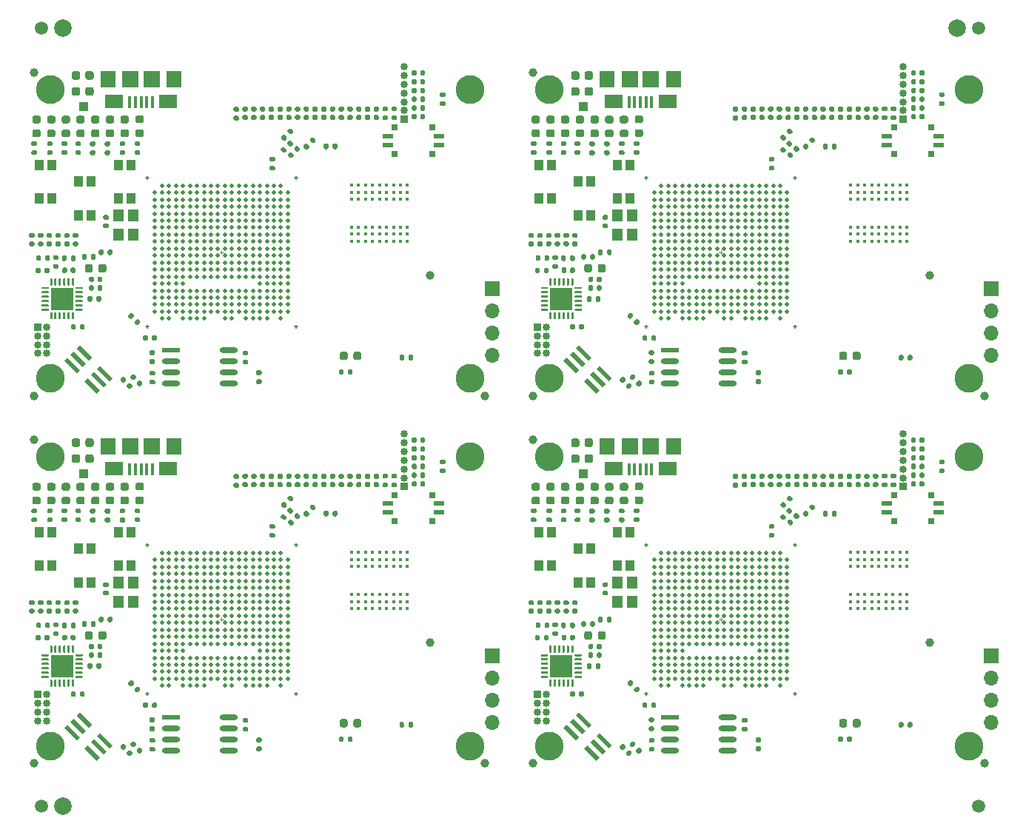
<source format=gts>
G04 #@! TF.GenerationSoftware,KiCad,Pcbnew,5.1.9+dfsg1-1+deb11u1*
G04 #@! TF.CreationDate,2022-10-19T12:30:35+02:00*
G04 #@! TF.ProjectId,ulx4m-panel,756c7834-6d2d-4706-916e-656c2e6b6963,v0.0.3*
G04 #@! TF.SameCoordinates,Original*
G04 #@! TF.FileFunction,Soldermask,Top*
G04 #@! TF.FilePolarity,Negative*
%FSLAX46Y46*%
G04 Gerber Fmt 4.6, Leading zero omitted, Abs format (unit mm)*
G04 Created by KiCad (PCBNEW 5.1.9+dfsg1-1+deb11u1) date 2022-10-19 12:30:35*
%MOMM*%
%LPD*%
G01*
G04 APERTURE LIST*
%ADD10C,0.120000*%
%ADD11C,2.000000*%
%ADD12C,1.500000*%
%ADD13R,2.600000X2.600000*%
%ADD14C,0.400000*%
%ADD15C,1.000000*%
%ADD16R,1.800000X1.900000*%
%ADD17R,0.400000X1.350000*%
%ADD18R,1.900000X1.900000*%
%ADD19R,2.100000X1.600000*%
%ADD20R,1.050000X1.150000*%
%ADD21R,1.200000X1.400000*%
%ADD22O,2.100000X0.600000*%
%ADD23R,2.100000X0.600000*%
%ADD24C,3.300000*%
%ADD25R,1.000000X1.000000*%
%ADD26O,0.508000X0.127000*%
%ADD27O,0.127000X0.508000*%
%ADD28C,0.500000*%
%ADD29R,1.700000X1.700000*%
%ADD30O,1.700000X1.700000*%
%ADD31C,0.350000*%
%ADD32R,1.200000X0.500000*%
%ADD33R,0.700000X0.700000*%
%ADD34O,0.850000X0.850000*%
%ADD35R,0.850000X0.850000*%
G04 APERTURE END LIST*
D10*
G04 #@! TO.C,U1*
X80220002Y-68905016D02*
X80220002Y-69305016D01*
X80020002Y-69105016D02*
X80420002Y-69105016D01*
X23110000Y-68905016D02*
X23110000Y-69305016D01*
X22910000Y-69105016D02*
X23310000Y-69105016D01*
X80220002Y-26905008D02*
X80220002Y-27305008D01*
X80020002Y-27105008D02*
X80420002Y-27105008D01*
X23110000Y-26905008D02*
X23110000Y-27305008D01*
X22910000Y-27105008D02*
X23310000Y-27105008D01*
G04 #@! TD*
D11*
G04 #@! TO.C,REF\u002A\u002A*
X5000000Y-90500014D03*
G04 #@! TD*
G04 #@! TO.C,REF\u002A\u002A*
X107220002Y-1500000D03*
G04 #@! TD*
G04 #@! TO.C,REF\u002A\u002A*
X5000000Y-1500000D03*
G04 #@! TD*
D12*
G04 #@! TO.C,REF\u002A\u002A*
X109720002Y-90500014D03*
G04 #@! TD*
G04 #@! TO.C,REF\u002A\u002A*
X2500000Y-90500014D03*
G04 #@! TD*
G04 #@! TO.C,REF\u002A\u002A*
X109720002Y-1500000D03*
G04 #@! TD*
G04 #@! TO.C,REF\u002A\u002A*
X2500000Y-1500000D03*
G04 #@! TD*
D13*
G04 #@! TO.C,U4*
X61990002Y-74455016D03*
G36*
G01*
X63365002Y-76042516D02*
X63365002Y-76742516D01*
G75*
G02*
X63302502Y-76805016I-62500J0D01*
G01*
X63177502Y-76805016D01*
G75*
G02*
X63115002Y-76742516I0J62500D01*
G01*
X63115002Y-76042516D01*
G75*
G02*
X63177502Y-75980016I62500J0D01*
G01*
X63302502Y-75980016D01*
G75*
G02*
X63365002Y-76042516I0J-62500D01*
G01*
G37*
G36*
G01*
X62865002Y-76042516D02*
X62865002Y-76742516D01*
G75*
G02*
X62802502Y-76805016I-62500J0D01*
G01*
X62677502Y-76805016D01*
G75*
G02*
X62615002Y-76742516I0J62500D01*
G01*
X62615002Y-76042516D01*
G75*
G02*
X62677502Y-75980016I62500J0D01*
G01*
X62802502Y-75980016D01*
G75*
G02*
X62865002Y-76042516I0J-62500D01*
G01*
G37*
G36*
G01*
X62365002Y-76042516D02*
X62365002Y-76742516D01*
G75*
G02*
X62302502Y-76805016I-62500J0D01*
G01*
X62177502Y-76805016D01*
G75*
G02*
X62115002Y-76742516I0J62500D01*
G01*
X62115002Y-76042516D01*
G75*
G02*
X62177502Y-75980016I62500J0D01*
G01*
X62302502Y-75980016D01*
G75*
G02*
X62365002Y-76042516I0J-62500D01*
G01*
G37*
G36*
G01*
X61865002Y-76042516D02*
X61865002Y-76742516D01*
G75*
G02*
X61802502Y-76805016I-62500J0D01*
G01*
X61677502Y-76805016D01*
G75*
G02*
X61615002Y-76742516I0J62500D01*
G01*
X61615002Y-76042516D01*
G75*
G02*
X61677502Y-75980016I62500J0D01*
G01*
X61802502Y-75980016D01*
G75*
G02*
X61865002Y-76042516I0J-62500D01*
G01*
G37*
G36*
G01*
X61365002Y-76042516D02*
X61365002Y-76742516D01*
G75*
G02*
X61302502Y-76805016I-62500J0D01*
G01*
X61177502Y-76805016D01*
G75*
G02*
X61115002Y-76742516I0J62500D01*
G01*
X61115002Y-76042516D01*
G75*
G02*
X61177502Y-75980016I62500J0D01*
G01*
X61302502Y-75980016D01*
G75*
G02*
X61365002Y-76042516I0J-62500D01*
G01*
G37*
G36*
G01*
X60865002Y-76042516D02*
X60865002Y-76742516D01*
G75*
G02*
X60802502Y-76805016I-62500J0D01*
G01*
X60677502Y-76805016D01*
G75*
G02*
X60615002Y-76742516I0J62500D01*
G01*
X60615002Y-76042516D01*
G75*
G02*
X60677502Y-75980016I62500J0D01*
G01*
X60802502Y-75980016D01*
G75*
G02*
X60865002Y-76042516I0J-62500D01*
G01*
G37*
G36*
G01*
X60465002Y-75642516D02*
X60465002Y-75767516D01*
G75*
G02*
X60402502Y-75830016I-62500J0D01*
G01*
X59702502Y-75830016D01*
G75*
G02*
X59640002Y-75767516I0J62500D01*
G01*
X59640002Y-75642516D01*
G75*
G02*
X59702502Y-75580016I62500J0D01*
G01*
X60402502Y-75580016D01*
G75*
G02*
X60465002Y-75642516I0J-62500D01*
G01*
G37*
G36*
G01*
X60465002Y-75142516D02*
X60465002Y-75267516D01*
G75*
G02*
X60402502Y-75330016I-62500J0D01*
G01*
X59702502Y-75330016D01*
G75*
G02*
X59640002Y-75267516I0J62500D01*
G01*
X59640002Y-75142516D01*
G75*
G02*
X59702502Y-75080016I62500J0D01*
G01*
X60402502Y-75080016D01*
G75*
G02*
X60465002Y-75142516I0J-62500D01*
G01*
G37*
G36*
G01*
X60465002Y-74642516D02*
X60465002Y-74767516D01*
G75*
G02*
X60402502Y-74830016I-62500J0D01*
G01*
X59702502Y-74830016D01*
G75*
G02*
X59640002Y-74767516I0J62500D01*
G01*
X59640002Y-74642516D01*
G75*
G02*
X59702502Y-74580016I62500J0D01*
G01*
X60402502Y-74580016D01*
G75*
G02*
X60465002Y-74642516I0J-62500D01*
G01*
G37*
G36*
G01*
X60465002Y-74142516D02*
X60465002Y-74267516D01*
G75*
G02*
X60402502Y-74330016I-62500J0D01*
G01*
X59702502Y-74330016D01*
G75*
G02*
X59640002Y-74267516I0J62500D01*
G01*
X59640002Y-74142516D01*
G75*
G02*
X59702502Y-74080016I62500J0D01*
G01*
X60402502Y-74080016D01*
G75*
G02*
X60465002Y-74142516I0J-62500D01*
G01*
G37*
G36*
G01*
X60465002Y-73642516D02*
X60465002Y-73767516D01*
G75*
G02*
X60402502Y-73830016I-62500J0D01*
G01*
X59702502Y-73830016D01*
G75*
G02*
X59640002Y-73767516I0J62500D01*
G01*
X59640002Y-73642516D01*
G75*
G02*
X59702502Y-73580016I62500J0D01*
G01*
X60402502Y-73580016D01*
G75*
G02*
X60465002Y-73642516I0J-62500D01*
G01*
G37*
G36*
G01*
X60465002Y-73142516D02*
X60465002Y-73267516D01*
G75*
G02*
X60402502Y-73330016I-62500J0D01*
G01*
X59702502Y-73330016D01*
G75*
G02*
X59640002Y-73267516I0J62500D01*
G01*
X59640002Y-73142516D01*
G75*
G02*
X59702502Y-73080016I62500J0D01*
G01*
X60402502Y-73080016D01*
G75*
G02*
X60465002Y-73142516I0J-62500D01*
G01*
G37*
G36*
G01*
X60865002Y-72167516D02*
X60865002Y-72867516D01*
G75*
G02*
X60802502Y-72930016I-62500J0D01*
G01*
X60677502Y-72930016D01*
G75*
G02*
X60615002Y-72867516I0J62500D01*
G01*
X60615002Y-72167516D01*
G75*
G02*
X60677502Y-72105016I62500J0D01*
G01*
X60802502Y-72105016D01*
G75*
G02*
X60865002Y-72167516I0J-62500D01*
G01*
G37*
G36*
G01*
X61365002Y-72167516D02*
X61365002Y-72867516D01*
G75*
G02*
X61302502Y-72930016I-62500J0D01*
G01*
X61177502Y-72930016D01*
G75*
G02*
X61115002Y-72867516I0J62500D01*
G01*
X61115002Y-72167516D01*
G75*
G02*
X61177502Y-72105016I62500J0D01*
G01*
X61302502Y-72105016D01*
G75*
G02*
X61365002Y-72167516I0J-62500D01*
G01*
G37*
G36*
G01*
X61865002Y-72167516D02*
X61865002Y-72867516D01*
G75*
G02*
X61802502Y-72930016I-62500J0D01*
G01*
X61677502Y-72930016D01*
G75*
G02*
X61615002Y-72867516I0J62500D01*
G01*
X61615002Y-72167516D01*
G75*
G02*
X61677502Y-72105016I62500J0D01*
G01*
X61802502Y-72105016D01*
G75*
G02*
X61865002Y-72167516I0J-62500D01*
G01*
G37*
G36*
G01*
X62365002Y-72167516D02*
X62365002Y-72867516D01*
G75*
G02*
X62302502Y-72930016I-62500J0D01*
G01*
X62177502Y-72930016D01*
G75*
G02*
X62115002Y-72867516I0J62500D01*
G01*
X62115002Y-72167516D01*
G75*
G02*
X62177502Y-72105016I62500J0D01*
G01*
X62302502Y-72105016D01*
G75*
G02*
X62365002Y-72167516I0J-62500D01*
G01*
G37*
G36*
G01*
X62865002Y-72167516D02*
X62865002Y-72867516D01*
G75*
G02*
X62802502Y-72930016I-62500J0D01*
G01*
X62677502Y-72930016D01*
G75*
G02*
X62615002Y-72867516I0J62500D01*
G01*
X62615002Y-72167516D01*
G75*
G02*
X62677502Y-72105016I62500J0D01*
G01*
X62802502Y-72105016D01*
G75*
G02*
X62865002Y-72167516I0J-62500D01*
G01*
G37*
G36*
G01*
X63365002Y-72167516D02*
X63365002Y-72867516D01*
G75*
G02*
X63302502Y-72930016I-62500J0D01*
G01*
X63177502Y-72930016D01*
G75*
G02*
X63115002Y-72867516I0J62500D01*
G01*
X63115002Y-72167516D01*
G75*
G02*
X63177502Y-72105016I62500J0D01*
G01*
X63302502Y-72105016D01*
G75*
G02*
X63365002Y-72167516I0J-62500D01*
G01*
G37*
G36*
G01*
X64340002Y-73142516D02*
X64340002Y-73267516D01*
G75*
G02*
X64277502Y-73330016I-62500J0D01*
G01*
X63577502Y-73330016D01*
G75*
G02*
X63515002Y-73267516I0J62500D01*
G01*
X63515002Y-73142516D01*
G75*
G02*
X63577502Y-73080016I62500J0D01*
G01*
X64277502Y-73080016D01*
G75*
G02*
X64340002Y-73142516I0J-62500D01*
G01*
G37*
G36*
G01*
X64340002Y-73642516D02*
X64340002Y-73767516D01*
G75*
G02*
X64277502Y-73830016I-62500J0D01*
G01*
X63577502Y-73830016D01*
G75*
G02*
X63515002Y-73767516I0J62500D01*
G01*
X63515002Y-73642516D01*
G75*
G02*
X63577502Y-73580016I62500J0D01*
G01*
X64277502Y-73580016D01*
G75*
G02*
X64340002Y-73642516I0J-62500D01*
G01*
G37*
G36*
G01*
X64340002Y-74142516D02*
X64340002Y-74267516D01*
G75*
G02*
X64277502Y-74330016I-62500J0D01*
G01*
X63577502Y-74330016D01*
G75*
G02*
X63515002Y-74267516I0J62500D01*
G01*
X63515002Y-74142516D01*
G75*
G02*
X63577502Y-74080016I62500J0D01*
G01*
X64277502Y-74080016D01*
G75*
G02*
X64340002Y-74142516I0J-62500D01*
G01*
G37*
G36*
G01*
X64340002Y-74642516D02*
X64340002Y-74767516D01*
G75*
G02*
X64277502Y-74830016I-62500J0D01*
G01*
X63577502Y-74830016D01*
G75*
G02*
X63515002Y-74767516I0J62500D01*
G01*
X63515002Y-74642516D01*
G75*
G02*
X63577502Y-74580016I62500J0D01*
G01*
X64277502Y-74580016D01*
G75*
G02*
X64340002Y-74642516I0J-62500D01*
G01*
G37*
G36*
G01*
X64340002Y-75142516D02*
X64340002Y-75267516D01*
G75*
G02*
X64277502Y-75330016I-62500J0D01*
G01*
X63577502Y-75330016D01*
G75*
G02*
X63515002Y-75267516I0J62500D01*
G01*
X63515002Y-75142516D01*
G75*
G02*
X63577502Y-75080016I62500J0D01*
G01*
X64277502Y-75080016D01*
G75*
G02*
X64340002Y-75142516I0J-62500D01*
G01*
G37*
G36*
G01*
X64340002Y-75642516D02*
X64340002Y-75767516D01*
G75*
G02*
X64277502Y-75830016I-62500J0D01*
G01*
X63577502Y-75830016D01*
G75*
G02*
X63515002Y-75767516I0J62500D01*
G01*
X63515002Y-75642516D01*
G75*
G02*
X63577502Y-75580016I62500J0D01*
G01*
X64277502Y-75580016D01*
G75*
G02*
X64340002Y-75642516I0J-62500D01*
G01*
G37*
G04 #@! TD*
G04 #@! TO.C,R63*
G36*
G01*
X63010002Y-77850016D02*
X63010002Y-77480016D01*
G75*
G02*
X63145002Y-77345016I135000J0D01*
G01*
X63415002Y-77345016D01*
G75*
G02*
X63550002Y-77480016I0J-135000D01*
G01*
X63550002Y-77850016D01*
G75*
G02*
X63415002Y-77985016I-135000J0D01*
G01*
X63145002Y-77985016D01*
G75*
G02*
X63010002Y-77850016I0J135000D01*
G01*
G37*
G36*
G01*
X64030002Y-77850016D02*
X64030002Y-77480016D01*
G75*
G02*
X64165002Y-77345016I135000J0D01*
G01*
X64435002Y-77345016D01*
G75*
G02*
X64570002Y-77480016I0J-135000D01*
G01*
X64570002Y-77850016D01*
G75*
G02*
X64435002Y-77985016I-135000J0D01*
G01*
X64165002Y-77985016D01*
G75*
G02*
X64030002Y-77850016I0J135000D01*
G01*
G37*
G04 #@! TD*
G04 #@! TO.C,R60*
G36*
G01*
X66190002Y-69310016D02*
X66190002Y-68940016D01*
G75*
G02*
X66325002Y-68805016I135000J0D01*
G01*
X66595002Y-68805016D01*
G75*
G02*
X66730002Y-68940016I0J-135000D01*
G01*
X66730002Y-69310016D01*
G75*
G02*
X66595002Y-69445016I-135000J0D01*
G01*
X66325002Y-69445016D01*
G75*
G02*
X66190002Y-69310016I0J135000D01*
G01*
G37*
G36*
G01*
X67210002Y-69310016D02*
X67210002Y-68940016D01*
G75*
G02*
X67345002Y-68805016I135000J0D01*
G01*
X67615002Y-68805016D01*
G75*
G02*
X67750002Y-68940016I0J-135000D01*
G01*
X67750002Y-69310016D01*
G75*
G02*
X67615002Y-69445016I-135000J0D01*
G01*
X67345002Y-69445016D01*
G75*
G02*
X67210002Y-69310016I0J135000D01*
G01*
G37*
G04 #@! TD*
G04 #@! TO.C,R59*
G36*
G01*
X65930002Y-74640016D02*
X65930002Y-74270016D01*
G75*
G02*
X66065002Y-74135016I135000J0D01*
G01*
X66335002Y-74135016D01*
G75*
G02*
X66470002Y-74270016I0J-135000D01*
G01*
X66470002Y-74640016D01*
G75*
G02*
X66335002Y-74775016I-135000J0D01*
G01*
X66065002Y-74775016D01*
G75*
G02*
X65930002Y-74640016I0J135000D01*
G01*
G37*
G36*
G01*
X64910002Y-74640016D02*
X64910002Y-74270016D01*
G75*
G02*
X65045002Y-74135016I135000J0D01*
G01*
X65315002Y-74135016D01*
G75*
G02*
X65450002Y-74270016I0J-135000D01*
G01*
X65450002Y-74640016D01*
G75*
G02*
X65315002Y-74775016I-135000J0D01*
G01*
X65045002Y-74775016D01*
G75*
G02*
X64910002Y-74640016I0J135000D01*
G01*
G37*
G04 #@! TD*
G04 #@! TO.C,R58*
G36*
G01*
X61095002Y-69455016D02*
X61465002Y-69455016D01*
G75*
G02*
X61600002Y-69590016I0J-135000D01*
G01*
X61600002Y-69860016D01*
G75*
G02*
X61465002Y-69995016I-135000J0D01*
G01*
X61095002Y-69995016D01*
G75*
G02*
X60960002Y-69860016I0J135000D01*
G01*
X60960002Y-69590016D01*
G75*
G02*
X61095002Y-69455016I135000J0D01*
G01*
G37*
G36*
G01*
X61095002Y-70475016D02*
X61465002Y-70475016D01*
G75*
G02*
X61600002Y-70610016I0J-135000D01*
G01*
X61600002Y-70880016D01*
G75*
G02*
X61465002Y-71015016I-135000J0D01*
G01*
X61095002Y-71015016D01*
G75*
G02*
X60960002Y-70880016I0J135000D01*
G01*
X60960002Y-70610016D01*
G75*
G02*
X61095002Y-70475016I135000J0D01*
G01*
G37*
G04 #@! TD*
G04 #@! TO.C,R57*
G36*
G01*
X60000002Y-71400016D02*
X60000002Y-71030016D01*
G75*
G02*
X60135002Y-70895016I135000J0D01*
G01*
X60405002Y-70895016D01*
G75*
G02*
X60540002Y-71030016I0J-135000D01*
G01*
X60540002Y-71400016D01*
G75*
G02*
X60405002Y-71535016I-135000J0D01*
G01*
X60135002Y-71535016D01*
G75*
G02*
X60000002Y-71400016I0J135000D01*
G01*
G37*
G36*
G01*
X58980002Y-71400016D02*
X58980002Y-71030016D01*
G75*
G02*
X59115002Y-70895016I135000J0D01*
G01*
X59385002Y-70895016D01*
G75*
G02*
X59520002Y-71030016I0J-135000D01*
G01*
X59520002Y-71400016D01*
G75*
G02*
X59385002Y-71535016I-135000J0D01*
G01*
X59115002Y-71535016D01*
G75*
G02*
X58980002Y-71400016I0J135000D01*
G01*
G37*
G04 #@! TD*
G04 #@! TO.C,R56*
G36*
G01*
X65290002Y-69830016D02*
X65290002Y-69460016D01*
G75*
G02*
X65425002Y-69325016I135000J0D01*
G01*
X65695002Y-69325016D01*
G75*
G02*
X65830002Y-69460016I0J-135000D01*
G01*
X65830002Y-69830016D01*
G75*
G02*
X65695002Y-69965016I-135000J0D01*
G01*
X65425002Y-69965016D01*
G75*
G02*
X65290002Y-69830016I0J135000D01*
G01*
G37*
G36*
G01*
X64270002Y-69830016D02*
X64270002Y-69460016D01*
G75*
G02*
X64405002Y-69325016I135000J0D01*
G01*
X64675002Y-69325016D01*
G75*
G02*
X64810002Y-69460016I0J-135000D01*
G01*
X64810002Y-69830016D01*
G75*
G02*
X64675002Y-69965016I-135000J0D01*
G01*
X64405002Y-69965016D01*
G75*
G02*
X64270002Y-69830016I0J135000D01*
G01*
G37*
G04 #@! TD*
G04 #@! TO.C,R55*
G36*
G01*
X59040002Y-69970016D02*
X59040002Y-69600016D01*
G75*
G02*
X59175002Y-69465016I135000J0D01*
G01*
X59445002Y-69465016D01*
G75*
G02*
X59580002Y-69600016I0J-135000D01*
G01*
X59580002Y-69970016D01*
G75*
G02*
X59445002Y-70105016I-135000J0D01*
G01*
X59175002Y-70105016D01*
G75*
G02*
X59040002Y-69970016I0J135000D01*
G01*
G37*
G36*
G01*
X60060002Y-69970016D02*
X60060002Y-69600016D01*
G75*
G02*
X60195002Y-69465016I135000J0D01*
G01*
X60465002Y-69465016D01*
G75*
G02*
X60600002Y-69600016I0J-135000D01*
G01*
X60600002Y-69970016D01*
G75*
G02*
X60465002Y-70105016I-135000J0D01*
G01*
X60195002Y-70105016D01*
G75*
G02*
X60060002Y-69970016I0J135000D01*
G01*
G37*
G04 #@! TD*
G04 #@! TO.C,R54*
G36*
G01*
X62990002Y-69990016D02*
X62990002Y-69620016D01*
G75*
G02*
X63125002Y-69485016I135000J0D01*
G01*
X63395002Y-69485016D01*
G75*
G02*
X63530002Y-69620016I0J-135000D01*
G01*
X63530002Y-69990016D01*
G75*
G02*
X63395002Y-70125016I-135000J0D01*
G01*
X63125002Y-70125016D01*
G75*
G02*
X62990002Y-69990016I0J135000D01*
G01*
G37*
G36*
G01*
X61970002Y-69990016D02*
X61970002Y-69620016D01*
G75*
G02*
X62105002Y-69485016I135000J0D01*
G01*
X62375002Y-69485016D01*
G75*
G02*
X62510002Y-69620016I0J-135000D01*
G01*
X62510002Y-69990016D01*
G75*
G02*
X62375002Y-70125016I-135000J0D01*
G01*
X62105002Y-70125016D01*
G75*
G02*
X61970002Y-69990016I0J135000D01*
G01*
G37*
G04 #@! TD*
G04 #@! TO.C,C89*
G36*
G01*
X66030002Y-73375016D02*
X66030002Y-73035016D01*
G75*
G02*
X66170002Y-72895016I140000J0D01*
G01*
X66450002Y-72895016D01*
G75*
G02*
X66590002Y-73035016I0J-140000D01*
G01*
X66590002Y-73375016D01*
G75*
G02*
X66450002Y-73515016I-140000J0D01*
G01*
X66170002Y-73515016D01*
G75*
G02*
X66030002Y-73375016I0J140000D01*
G01*
G37*
G36*
G01*
X65070002Y-73375016D02*
X65070002Y-73035016D01*
G75*
G02*
X65210002Y-72895016I140000J0D01*
G01*
X65490002Y-72895016D01*
G75*
G02*
X65630002Y-73035016I0J-140000D01*
G01*
X65630002Y-73375016D01*
G75*
G02*
X65490002Y-73515016I-140000J0D01*
G01*
X65210002Y-73515016D01*
G75*
G02*
X65070002Y-73375016I0J140000D01*
G01*
G37*
G04 #@! TD*
G04 #@! TO.C,C87*
G36*
G01*
X66040002Y-72385016D02*
X66040002Y-72045016D01*
G75*
G02*
X66180002Y-71905016I140000J0D01*
G01*
X66460002Y-71905016D01*
G75*
G02*
X66600002Y-72045016I0J-140000D01*
G01*
X66600002Y-72385016D01*
G75*
G02*
X66460002Y-72525016I-140000J0D01*
G01*
X66180002Y-72525016D01*
G75*
G02*
X66040002Y-72385016I0J140000D01*
G01*
G37*
G36*
G01*
X65080002Y-72385016D02*
X65080002Y-72045016D01*
G75*
G02*
X65220002Y-71905016I140000J0D01*
G01*
X65500002Y-71905016D01*
G75*
G02*
X65640002Y-72045016I0J-140000D01*
G01*
X65640002Y-72385016D01*
G75*
G02*
X65500002Y-72525016I-140000J0D01*
G01*
X65220002Y-72525016D01*
G75*
G02*
X65080002Y-72385016I0J140000D01*
G01*
G37*
G04 #@! TD*
G04 #@! TO.C,C85*
G36*
G01*
X66155002Y-71205016D02*
X66155002Y-70705016D01*
G75*
G02*
X66380002Y-70480016I225000J0D01*
G01*
X66830002Y-70480016D01*
G75*
G02*
X67055002Y-70705016I0J-225000D01*
G01*
X67055002Y-71205016D01*
G75*
G02*
X66830002Y-71430016I-225000J0D01*
G01*
X66380002Y-71430016D01*
G75*
G02*
X66155002Y-71205016I0J225000D01*
G01*
G37*
G36*
G01*
X64605002Y-71205016D02*
X64605002Y-70705016D01*
G75*
G02*
X64830002Y-70480016I225000J0D01*
G01*
X65280002Y-70480016D01*
G75*
G02*
X65505002Y-70705016I0J-225000D01*
G01*
X65505002Y-71205016D01*
G75*
G02*
X65280002Y-71430016I-225000J0D01*
G01*
X64830002Y-71430016D01*
G75*
G02*
X64605002Y-71205016I0J225000D01*
G01*
G37*
G04 #@! TD*
G04 #@! TO.C,C84*
G36*
G01*
X62010002Y-71355016D02*
X62010002Y-71015016D01*
G75*
G02*
X62150002Y-70875016I140000J0D01*
G01*
X62430002Y-70875016D01*
G75*
G02*
X62570002Y-71015016I0J-140000D01*
G01*
X62570002Y-71355016D01*
G75*
G02*
X62430002Y-71495016I-140000J0D01*
G01*
X62150002Y-71495016D01*
G75*
G02*
X62010002Y-71355016I0J140000D01*
G01*
G37*
G36*
G01*
X62970002Y-71355016D02*
X62970002Y-71015016D01*
G75*
G02*
X63110002Y-70875016I140000J0D01*
G01*
X63390002Y-70875016D01*
G75*
G02*
X63530002Y-71015016I0J-140000D01*
G01*
X63530002Y-71355016D01*
G75*
G02*
X63390002Y-71495016I-140000J0D01*
G01*
X63110002Y-71495016D01*
G75*
G02*
X62970002Y-71355016I0J140000D01*
G01*
G37*
G04 #@! TD*
D14*
G04 #@! TO.C,U2*
X101500002Y-61465016D03*
X101500002Y-62265016D03*
X101500002Y-63065016D03*
X101500002Y-66265016D03*
X101500002Y-67065016D03*
X101500002Y-67865016D03*
X100700002Y-61465016D03*
X100700002Y-62265016D03*
X100700002Y-63065016D03*
X100700002Y-66265016D03*
X100700002Y-67065016D03*
X100700002Y-67865016D03*
X99900002Y-61465016D03*
X99900002Y-62265016D03*
X99900002Y-63065016D03*
X99900002Y-66265016D03*
X99900002Y-67065016D03*
X99900002Y-67865016D03*
X99100002Y-61465016D03*
X99100002Y-62265016D03*
X99100002Y-63065016D03*
X99100002Y-66265016D03*
X99100002Y-67065016D03*
X99100002Y-67865016D03*
X95100002Y-62265016D03*
X95900002Y-62265016D03*
X96700002Y-62265016D03*
X97500002Y-62265016D03*
X97500002Y-63065016D03*
X96700002Y-63065016D03*
X96700002Y-66265016D03*
X97500002Y-66265016D03*
X97500002Y-67065016D03*
X96700002Y-67065016D03*
X95900002Y-67065016D03*
X95100002Y-67065016D03*
X95100002Y-63065016D03*
X95900002Y-63065016D03*
X95900002Y-66265016D03*
X95100002Y-66265016D03*
X95100002Y-61465016D03*
X95900002Y-61465016D03*
X96700002Y-61465016D03*
X97500002Y-61465016D03*
X98300002Y-61465016D03*
X98300002Y-62265016D03*
X98300002Y-63065016D03*
X98300002Y-66265016D03*
X98300002Y-67065016D03*
X98300002Y-67865016D03*
X97500002Y-67865016D03*
X96700002Y-67865016D03*
X95900002Y-67865016D03*
X95100002Y-67865016D03*
G04 #@! TD*
D15*
G04 #@! TO.C,FI3*
X110360002Y-85555016D03*
G04 #@! TD*
G04 #@! TO.C,FI2*
X58780002Y-85555016D03*
G04 #@! TD*
G04 #@! TO.C,FI1*
X58770002Y-48565016D03*
G04 #@! TD*
G04 #@! TO.C,TP_1V35*
X104100002Y-71734216D03*
G04 #@! TD*
G04 #@! TO.C,RV3*
G36*
G01*
X64892502Y-50240016D02*
X65367502Y-50240016D01*
G75*
G02*
X65605002Y-50477516I0J-237500D01*
G01*
X65605002Y-50977516D01*
G75*
G02*
X65367502Y-51215016I-237500J0D01*
G01*
X64892502Y-51215016D01*
G75*
G02*
X64655002Y-50977516I0J237500D01*
G01*
X64655002Y-50477516D01*
G75*
G02*
X64892502Y-50240016I237500J0D01*
G01*
G37*
G36*
G01*
X64892502Y-48415016D02*
X65367502Y-48415016D01*
G75*
G02*
X65605002Y-48652516I0J-237500D01*
G01*
X65605002Y-49152516D01*
G75*
G02*
X65367502Y-49390016I-237500J0D01*
G01*
X64892502Y-49390016D01*
G75*
G02*
X64655002Y-49152516I0J237500D01*
G01*
X64655002Y-48652516D01*
G75*
G02*
X64892502Y-48415016I237500J0D01*
G01*
G37*
G04 #@! TD*
G04 #@! TO.C,RV2*
G36*
G01*
X63817502Y-51225016D02*
X63342502Y-51225016D01*
G75*
G02*
X63105002Y-50987516I0J237500D01*
G01*
X63105002Y-50487516D01*
G75*
G02*
X63342502Y-50250016I237500J0D01*
G01*
X63817502Y-50250016D01*
G75*
G02*
X64055002Y-50487516I0J-237500D01*
G01*
X64055002Y-50987516D01*
G75*
G02*
X63817502Y-51225016I-237500J0D01*
G01*
G37*
G36*
G01*
X63817502Y-49400016D02*
X63342502Y-49400016D01*
G75*
G02*
X63105002Y-49162516I0J237500D01*
G01*
X63105002Y-48662516D01*
G75*
G02*
X63342502Y-48425016I237500J0D01*
G01*
X63817502Y-48425016D01*
G75*
G02*
X64055002Y-48662516I0J-237500D01*
G01*
X64055002Y-49162516D01*
G75*
G02*
X63817502Y-49400016I-237500J0D01*
G01*
G37*
G04 #@! TD*
D16*
G04 #@! TO.C,P1*
X67230002Y-49295016D03*
X74830002Y-49295016D03*
D17*
X69730002Y-51970016D03*
X70380002Y-51970016D03*
X71030002Y-51970016D03*
X71680002Y-51970016D03*
X72330002Y-51970016D03*
D18*
X69830002Y-49295016D03*
X72230002Y-49295016D03*
D19*
X67930002Y-51845016D03*
X74130002Y-51845016D03*
G04 #@! TD*
G04 #@! TO.C,R62*
G36*
G01*
X70032359Y-84475744D02*
X69770730Y-84737373D01*
G75*
G02*
X69579812Y-84737373I-95459J95459D01*
G01*
X69388893Y-84546454D01*
G75*
G02*
X69388893Y-84355536I95459J95459D01*
G01*
X69650522Y-84093907D01*
G75*
G02*
X69841440Y-84093907I95459J-95459D01*
G01*
X70032359Y-84284826D01*
G75*
G02*
X70032359Y-84475744I-95459J-95459D01*
G01*
G37*
G36*
G01*
X69311111Y-83754496D02*
X69049482Y-84016125D01*
G75*
G02*
X68858564Y-84016125I-95459J95459D01*
G01*
X68667645Y-83825206D01*
G75*
G02*
X68667645Y-83634288I95459J95459D01*
G01*
X68929274Y-83372659D01*
G75*
G02*
X69120192Y-83372659I95459J-95459D01*
G01*
X69311111Y-83563578D01*
G75*
G02*
X69311111Y-83754496I-95459J-95459D01*
G01*
G37*
G04 #@! TD*
G04 #@! TO.C,R61*
G36*
G01*
X70451111Y-83454496D02*
X70189482Y-83716125D01*
G75*
G02*
X69998564Y-83716125I-95459J95459D01*
G01*
X69807645Y-83525206D01*
G75*
G02*
X69807645Y-83334288I95459J95459D01*
G01*
X70069274Y-83072659D01*
G75*
G02*
X70260192Y-83072659I95459J-95459D01*
G01*
X70451111Y-83263578D01*
G75*
G02*
X70451111Y-83454496I-95459J-95459D01*
G01*
G37*
G36*
G01*
X71172359Y-84175744D02*
X70910730Y-84437373D01*
G75*
G02*
X70719812Y-84437373I-95459J95459D01*
G01*
X70528893Y-84246454D01*
G75*
G02*
X70528893Y-84055536I95459J95459D01*
G01*
X70790522Y-83793907D01*
G75*
G02*
X70981440Y-83793907I95459J-95459D01*
G01*
X71172359Y-83984826D01*
G75*
G02*
X71172359Y-84175744I-95459J-95459D01*
G01*
G37*
G04 #@! TD*
D20*
G04 #@! TO.C,BTN3*
X69855002Y-59130016D03*
X68405002Y-59130016D03*
X69855002Y-62980016D03*
X68405002Y-62980016D03*
G04 #@! TD*
G04 #@! TO.C,D7*
G36*
G01*
X58808753Y-53510017D02*
X59321253Y-53510017D01*
G75*
G02*
X59540003Y-53728767I0J-218750D01*
G01*
X59540003Y-54166267D01*
G75*
G02*
X59321253Y-54385017I-218750J0D01*
G01*
X58808753Y-54385017D01*
G75*
G02*
X58590003Y-54166267I0J218750D01*
G01*
X58590003Y-53728767D01*
G75*
G02*
X58808753Y-53510017I218750J0D01*
G01*
G37*
G36*
G01*
X58808753Y-55085017D02*
X59321253Y-55085017D01*
G75*
G02*
X59540003Y-55303767I0J-218750D01*
G01*
X59540003Y-55741267D01*
G75*
G02*
X59321253Y-55960017I-218750J0D01*
G01*
X58808753Y-55960017D01*
G75*
G02*
X58590003Y-55741267I0J218750D01*
G01*
X58590003Y-55303767D01*
G75*
G02*
X58808753Y-55085017I218750J0D01*
G01*
G37*
G04 #@! TD*
G04 #@! TO.C,D6*
G36*
G01*
X60488753Y-55085017D02*
X61001253Y-55085017D01*
G75*
G02*
X61220003Y-55303767I0J-218750D01*
G01*
X61220003Y-55741267D01*
G75*
G02*
X61001253Y-55960017I-218750J0D01*
G01*
X60488753Y-55960017D01*
G75*
G02*
X60270003Y-55741267I0J218750D01*
G01*
X60270003Y-55303767D01*
G75*
G02*
X60488753Y-55085017I218750J0D01*
G01*
G37*
G36*
G01*
X60488753Y-53510017D02*
X61001253Y-53510017D01*
G75*
G02*
X61220003Y-53728767I0J-218750D01*
G01*
X61220003Y-54166267D01*
G75*
G02*
X61001253Y-54385017I-218750J0D01*
G01*
X60488753Y-54385017D01*
G75*
G02*
X60270003Y-54166267I0J218750D01*
G01*
X60270003Y-53728767D01*
G75*
G02*
X60488753Y-53510017I218750J0D01*
G01*
G37*
G04 #@! TD*
G04 #@! TO.C,D5*
G36*
G01*
X62168753Y-55085017D02*
X62681253Y-55085017D01*
G75*
G02*
X62900003Y-55303767I0J-218750D01*
G01*
X62900003Y-55741267D01*
G75*
G02*
X62681253Y-55960017I-218750J0D01*
G01*
X62168753Y-55960017D01*
G75*
G02*
X61950003Y-55741267I0J218750D01*
G01*
X61950003Y-55303767D01*
G75*
G02*
X62168753Y-55085017I218750J0D01*
G01*
G37*
G36*
G01*
X62168753Y-53510017D02*
X62681253Y-53510017D01*
G75*
G02*
X62900003Y-53728767I0J-218750D01*
G01*
X62900003Y-54166267D01*
G75*
G02*
X62681253Y-54385017I-218750J0D01*
G01*
X62168753Y-54385017D01*
G75*
G02*
X61950003Y-54166267I0J218750D01*
G01*
X61950003Y-53728767D01*
G75*
G02*
X62168753Y-53510017I218750J0D01*
G01*
G37*
G04 #@! TD*
G04 #@! TO.C,D4*
G36*
G01*
X63853752Y-53510017D02*
X64366252Y-53510017D01*
G75*
G02*
X64585002Y-53728767I0J-218750D01*
G01*
X64585002Y-54166267D01*
G75*
G02*
X64366252Y-54385017I-218750J0D01*
G01*
X63853752Y-54385017D01*
G75*
G02*
X63635002Y-54166267I0J218750D01*
G01*
X63635002Y-53728767D01*
G75*
G02*
X63853752Y-53510017I218750J0D01*
G01*
G37*
G36*
G01*
X63853752Y-55085017D02*
X64366252Y-55085017D01*
G75*
G02*
X64585002Y-55303767I0J-218750D01*
G01*
X64585002Y-55741267D01*
G75*
G02*
X64366252Y-55960017I-218750J0D01*
G01*
X63853752Y-55960017D01*
G75*
G02*
X63635002Y-55741267I0J218750D01*
G01*
X63635002Y-55303767D01*
G75*
G02*
X63853752Y-55085017I218750J0D01*
G01*
G37*
G04 #@! TD*
G04 #@! TO.C,R51*
G36*
G01*
X89899274Y-57347373D02*
X89637645Y-57085744D01*
G75*
G02*
X89637645Y-56894826I95459J95459D01*
G01*
X89828564Y-56703907D01*
G75*
G02*
X90019482Y-56703907I95459J-95459D01*
G01*
X90281111Y-56965536D01*
G75*
G02*
X90281111Y-57156454I-95459J-95459D01*
G01*
X90090192Y-57347373D01*
G75*
G02*
X89899274Y-57347373I-95459J95459D01*
G01*
G37*
G36*
G01*
X90620522Y-56626125D02*
X90358893Y-56364496D01*
G75*
G02*
X90358893Y-56173578I95459J95459D01*
G01*
X90549812Y-55982659D01*
G75*
G02*
X90740730Y-55982659I95459J-95459D01*
G01*
X91002359Y-56244288D01*
G75*
G02*
X91002359Y-56435206I-95459J-95459D01*
G01*
X90811440Y-56626125D01*
G75*
G02*
X90620522Y-56626125I-95459J95459D01*
G01*
G37*
G04 #@! TD*
G04 #@! TO.C,R50*
G36*
G01*
X88040522Y-55626125D02*
X87778893Y-55364496D01*
G75*
G02*
X87778893Y-55173578I95459J95459D01*
G01*
X87969812Y-54982659D01*
G75*
G02*
X88160730Y-54982659I95459J-95459D01*
G01*
X88422359Y-55244288D01*
G75*
G02*
X88422359Y-55435206I-95459J-95459D01*
G01*
X88231440Y-55626125D01*
G75*
G02*
X88040522Y-55626125I-95459J95459D01*
G01*
G37*
G36*
G01*
X87319274Y-56347373D02*
X87057645Y-56085744D01*
G75*
G02*
X87057645Y-55894826I95459J95459D01*
G01*
X87248564Y-55703907D01*
G75*
G02*
X87439482Y-55703907I95459J-95459D01*
G01*
X87701111Y-55965536D01*
G75*
G02*
X87701111Y-56156454I-95459J-95459D01*
G01*
X87510192Y-56347373D01*
G75*
G02*
X87319274Y-56347373I-95459J95459D01*
G01*
G37*
G04 #@! TD*
G04 #@! TO.C,R49*
G36*
G01*
X92940002Y-57200016D02*
X92940002Y-56830016D01*
G75*
G02*
X93075002Y-56695016I135000J0D01*
G01*
X93345002Y-56695016D01*
G75*
G02*
X93480002Y-56830016I0J-135000D01*
G01*
X93480002Y-57200016D01*
G75*
G02*
X93345002Y-57335016I-135000J0D01*
G01*
X93075002Y-57335016D01*
G75*
G02*
X92940002Y-57200016I0J135000D01*
G01*
G37*
G36*
G01*
X91920002Y-57200016D02*
X91920002Y-56830016D01*
G75*
G02*
X92055002Y-56695016I135000J0D01*
G01*
X92325002Y-56695016D01*
G75*
G02*
X92460002Y-56830016I0J-135000D01*
G01*
X92460002Y-57200016D01*
G75*
G02*
X92325002Y-57335016I-135000J0D01*
G01*
X92055002Y-57335016D01*
G75*
G02*
X91920002Y-57200016I0J135000D01*
G01*
G37*
G04 #@! TD*
G04 #@! TO.C,R39*
G36*
G01*
X85845002Y-58215016D02*
X86215002Y-58215016D01*
G75*
G02*
X86350002Y-58350016I0J-135000D01*
G01*
X86350002Y-58620016D01*
G75*
G02*
X86215002Y-58755016I-135000J0D01*
G01*
X85845002Y-58755016D01*
G75*
G02*
X85710002Y-58620016I0J135000D01*
G01*
X85710002Y-58350016D01*
G75*
G02*
X85845002Y-58215016I135000J0D01*
G01*
G37*
G36*
G01*
X85845002Y-59235016D02*
X86215002Y-59235016D01*
G75*
G02*
X86350002Y-59370016I0J-135000D01*
G01*
X86350002Y-59640016D01*
G75*
G02*
X86215002Y-59775016I-135000J0D01*
G01*
X85845002Y-59775016D01*
G75*
G02*
X85710002Y-59640016I0J135000D01*
G01*
X85710002Y-59370016D01*
G75*
G02*
X85845002Y-59235016I135000J0D01*
G01*
G37*
G04 #@! TD*
G04 #@! TO.C,R37*
G36*
G01*
X88099274Y-58347373D02*
X87837645Y-58085744D01*
G75*
G02*
X87837645Y-57894826I95459J95459D01*
G01*
X88028564Y-57703907D01*
G75*
G02*
X88219482Y-57703907I95459J-95459D01*
G01*
X88481111Y-57965536D01*
G75*
G02*
X88481111Y-58156454I-95459J-95459D01*
G01*
X88290192Y-58347373D01*
G75*
G02*
X88099274Y-58347373I-95459J95459D01*
G01*
G37*
G36*
G01*
X88820522Y-57626125D02*
X88558893Y-57364496D01*
G75*
G02*
X88558893Y-57173578I95459J95459D01*
G01*
X88749812Y-56982659D01*
G75*
G02*
X88940730Y-56982659I95459J-95459D01*
G01*
X89202359Y-57244288D01*
G75*
G02*
X89202359Y-57435206I-95459J-95459D01*
G01*
X89011440Y-57626125D01*
G75*
G02*
X88820522Y-57626125I-95459J95459D01*
G01*
G37*
G04 #@! TD*
G04 #@! TO.C,R25*
G36*
G01*
X88120730Y-56382659D02*
X88382359Y-56644288D01*
G75*
G02*
X88382359Y-56835206I-95459J-95459D01*
G01*
X88191440Y-57026125D01*
G75*
G02*
X88000522Y-57026125I-95459J95459D01*
G01*
X87738893Y-56764496D01*
G75*
G02*
X87738893Y-56573578I95459J95459D01*
G01*
X87929812Y-56382659D01*
G75*
G02*
X88120730Y-56382659I95459J-95459D01*
G01*
G37*
G36*
G01*
X87399482Y-57103907D02*
X87661111Y-57365536D01*
G75*
G02*
X87661111Y-57556454I-95459J-95459D01*
G01*
X87470192Y-57747373D01*
G75*
G02*
X87279274Y-57747373I-95459J95459D01*
G01*
X87017645Y-57485744D01*
G75*
G02*
X87017645Y-57294826I95459J95459D01*
G01*
X87208564Y-57103907D01*
G75*
G02*
X87399482Y-57103907I95459J-95459D01*
G01*
G37*
G04 #@! TD*
G04 #@! TO.C,R21*
G36*
G01*
X81725002Y-53515016D02*
X82095002Y-53515016D01*
G75*
G02*
X82230002Y-53650016I0J-135000D01*
G01*
X82230002Y-53920016D01*
G75*
G02*
X82095002Y-54055016I-135000J0D01*
G01*
X81725002Y-54055016D01*
G75*
G02*
X81590002Y-53920016I0J135000D01*
G01*
X81590002Y-53650016D01*
G75*
G02*
X81725002Y-53515016I135000J0D01*
G01*
G37*
G36*
G01*
X81725002Y-52495016D02*
X82095002Y-52495016D01*
G75*
G02*
X82230002Y-52630016I0J-135000D01*
G01*
X82230002Y-52900016D01*
G75*
G02*
X82095002Y-53035016I-135000J0D01*
G01*
X81725002Y-53035016D01*
G75*
G02*
X81590002Y-52900016I0J135000D01*
G01*
X81590002Y-52630016D01*
G75*
G02*
X81725002Y-52495016I135000J0D01*
G01*
G37*
G04 #@! TD*
G04 #@! TO.C,R20*
G36*
G01*
X93660002Y-83000016D02*
X93660002Y-82630016D01*
G75*
G02*
X93795002Y-82495016I135000J0D01*
G01*
X94065002Y-82495016D01*
G75*
G02*
X94200002Y-82630016I0J-135000D01*
G01*
X94200002Y-83000016D01*
G75*
G02*
X94065002Y-83135016I-135000J0D01*
G01*
X93795002Y-83135016D01*
G75*
G02*
X93660002Y-83000016I0J135000D01*
G01*
G37*
G36*
G01*
X94680002Y-83000016D02*
X94680002Y-82630016D01*
G75*
G02*
X94815002Y-82495016I135000J0D01*
G01*
X95085002Y-82495016D01*
G75*
G02*
X95220002Y-82630016I0J-135000D01*
G01*
X95220002Y-83000016D01*
G75*
G02*
X95085002Y-83135016I-135000J0D01*
G01*
X94815002Y-83135016D01*
G75*
G02*
X94680002Y-83000016I0J135000D01*
G01*
G37*
G04 #@! TD*
G04 #@! TO.C,BTN2*
X63895002Y-64880016D03*
X65345002Y-64880016D03*
X63895002Y-61030016D03*
X65345002Y-61030016D03*
G04 #@! TD*
G04 #@! TO.C,BTN1*
X60860002Y-59130016D03*
X59410002Y-59130016D03*
X60860002Y-62980016D03*
X59410002Y-62980016D03*
G04 #@! TD*
G04 #@! TO.C,C75*
G36*
G01*
X103510002Y-51455016D02*
X103510002Y-51795016D01*
G75*
G02*
X103370002Y-51935016I-140000J0D01*
G01*
X103090002Y-51935016D01*
G75*
G02*
X102950002Y-51795016I0J140000D01*
G01*
X102950002Y-51455016D01*
G75*
G02*
X103090002Y-51315016I140000J0D01*
G01*
X103370002Y-51315016D01*
G75*
G02*
X103510002Y-51455016I0J-140000D01*
G01*
G37*
G36*
G01*
X102550002Y-51455016D02*
X102550002Y-51795016D01*
G75*
G02*
X102410002Y-51935016I-140000J0D01*
G01*
X102130002Y-51935016D01*
G75*
G02*
X101990002Y-51795016I0J140000D01*
G01*
X101990002Y-51455016D01*
G75*
G02*
X102130002Y-51315016I140000J0D01*
G01*
X102410002Y-51315016D01*
G75*
G02*
X102550002Y-51455016I0J-140000D01*
G01*
G37*
G04 #@! TD*
G04 #@! TO.C,C72*
G36*
G01*
X62710002Y-67485016D02*
X62370002Y-67485016D01*
G75*
G02*
X62230002Y-67345016I0J140000D01*
G01*
X62230002Y-67065016D01*
G75*
G02*
X62370002Y-66925016I140000J0D01*
G01*
X62710002Y-66925016D01*
G75*
G02*
X62850002Y-67065016I0J-140000D01*
G01*
X62850002Y-67345016D01*
G75*
G02*
X62710002Y-67485016I-140000J0D01*
G01*
G37*
G36*
G01*
X62710002Y-68445016D02*
X62370002Y-68445016D01*
G75*
G02*
X62230002Y-68305016I0J140000D01*
G01*
X62230002Y-68025016D01*
G75*
G02*
X62370002Y-67885016I140000J0D01*
G01*
X62710002Y-67885016D01*
G75*
G02*
X62850002Y-68025016I0J-140000D01*
G01*
X62850002Y-68305016D01*
G75*
G02*
X62710002Y-68445016I-140000J0D01*
G01*
G37*
G04 #@! TD*
G04 #@! TO.C,C71*
G36*
G01*
X102550002Y-49445016D02*
X102550002Y-49785016D01*
G75*
G02*
X102410002Y-49925016I-140000J0D01*
G01*
X102130002Y-49925016D01*
G75*
G02*
X101990002Y-49785016I0J140000D01*
G01*
X101990002Y-49445016D01*
G75*
G02*
X102130002Y-49305016I140000J0D01*
G01*
X102410002Y-49305016D01*
G75*
G02*
X102550002Y-49445016I0J-140000D01*
G01*
G37*
G36*
G01*
X103510002Y-49445016D02*
X103510002Y-49785016D01*
G75*
G02*
X103370002Y-49925016I-140000J0D01*
G01*
X103090002Y-49925016D01*
G75*
G02*
X102950002Y-49785016I0J140000D01*
G01*
X102950002Y-49445016D01*
G75*
G02*
X103090002Y-49305016I140000J0D01*
G01*
X103370002Y-49305016D01*
G75*
G02*
X103510002Y-49445016I0J-140000D01*
G01*
G37*
G04 #@! TD*
G04 #@! TO.C,C69*
G36*
G01*
X102550002Y-53455016D02*
X102550002Y-53795016D01*
G75*
G02*
X102410002Y-53935016I-140000J0D01*
G01*
X102130002Y-53935016D01*
G75*
G02*
X101990002Y-53795016I0J140000D01*
G01*
X101990002Y-53455016D01*
G75*
G02*
X102130002Y-53315016I140000J0D01*
G01*
X102410002Y-53315016D01*
G75*
G02*
X102550002Y-53455016I0J-140000D01*
G01*
G37*
G36*
G01*
X103510002Y-53455016D02*
X103510002Y-53795016D01*
G75*
G02*
X103370002Y-53935016I-140000J0D01*
G01*
X103090002Y-53935016D01*
G75*
G02*
X102950002Y-53795016I0J140000D01*
G01*
X102950002Y-53455016D01*
G75*
G02*
X103090002Y-53315016I140000J0D01*
G01*
X103370002Y-53315016D01*
G75*
G02*
X103510002Y-53455016I0J-140000D01*
G01*
G37*
G04 #@! TD*
G04 #@! TO.C,C67*
G36*
G01*
X60710002Y-68445016D02*
X60370002Y-68445016D01*
G75*
G02*
X60230002Y-68305016I0J140000D01*
G01*
X60230002Y-68025016D01*
G75*
G02*
X60370002Y-67885016I140000J0D01*
G01*
X60710002Y-67885016D01*
G75*
G02*
X60850002Y-68025016I0J-140000D01*
G01*
X60850002Y-68305016D01*
G75*
G02*
X60710002Y-68445016I-140000J0D01*
G01*
G37*
G36*
G01*
X60710002Y-67485016D02*
X60370002Y-67485016D01*
G75*
G02*
X60230002Y-67345016I0J140000D01*
G01*
X60230002Y-67065016D01*
G75*
G02*
X60370002Y-66925016I140000J0D01*
G01*
X60710002Y-66925016D01*
G75*
G02*
X60850002Y-67065016I0J-140000D01*
G01*
X60850002Y-67345016D01*
G75*
G02*
X60710002Y-67485016I-140000J0D01*
G01*
G37*
G04 #@! TD*
G04 #@! TO.C,C66*
G36*
G01*
X58710002Y-68445016D02*
X58370002Y-68445016D01*
G75*
G02*
X58230002Y-68305016I0J140000D01*
G01*
X58230002Y-68025016D01*
G75*
G02*
X58370002Y-67885016I140000J0D01*
G01*
X58710002Y-67885016D01*
G75*
G02*
X58850002Y-68025016I0J-140000D01*
G01*
X58850002Y-68305016D01*
G75*
G02*
X58710002Y-68445016I-140000J0D01*
G01*
G37*
G36*
G01*
X58710002Y-67485016D02*
X58370002Y-67485016D01*
G75*
G02*
X58230002Y-67345016I0J140000D01*
G01*
X58230002Y-67065016D01*
G75*
G02*
X58370002Y-66925016I140000J0D01*
G01*
X58710002Y-66925016D01*
G75*
G02*
X58850002Y-67065016I0J-140000D01*
G01*
X58850002Y-67345016D01*
G75*
G02*
X58710002Y-67485016I-140000J0D01*
G01*
G37*
G04 #@! TD*
G04 #@! TO.C,C65*
G36*
G01*
X101990002Y-48775016D02*
X101990002Y-48435016D01*
G75*
G02*
X102130002Y-48295016I140000J0D01*
G01*
X102410002Y-48295016D01*
G75*
G02*
X102550002Y-48435016I0J-140000D01*
G01*
X102550002Y-48775016D01*
G75*
G02*
X102410002Y-48915016I-140000J0D01*
G01*
X102130002Y-48915016D01*
G75*
G02*
X101990002Y-48775016I0J140000D01*
G01*
G37*
G36*
G01*
X102950002Y-48775016D02*
X102950002Y-48435016D01*
G75*
G02*
X103090002Y-48295016I140000J0D01*
G01*
X103370002Y-48295016D01*
G75*
G02*
X103510002Y-48435016I0J-140000D01*
G01*
X103510002Y-48775016D01*
G75*
G02*
X103370002Y-48915016I-140000J0D01*
G01*
X103090002Y-48915016D01*
G75*
G02*
X102950002Y-48775016I0J140000D01*
G01*
G37*
G04 #@! TD*
G04 #@! TO.C,C63*
G36*
G01*
X102950002Y-52795016D02*
X102950002Y-52455016D01*
G75*
G02*
X103090002Y-52315016I140000J0D01*
G01*
X103370002Y-52315016D01*
G75*
G02*
X103510002Y-52455016I0J-140000D01*
G01*
X103510002Y-52795016D01*
G75*
G02*
X103370002Y-52935016I-140000J0D01*
G01*
X103090002Y-52935016D01*
G75*
G02*
X102950002Y-52795016I0J140000D01*
G01*
G37*
G36*
G01*
X101990002Y-52795016D02*
X101990002Y-52455016D01*
G75*
G02*
X102130002Y-52315016I140000J0D01*
G01*
X102410002Y-52315016D01*
G75*
G02*
X102550002Y-52455016I0J-140000D01*
G01*
X102550002Y-52795016D01*
G75*
G02*
X102410002Y-52935016I-140000J0D01*
G01*
X102130002Y-52935016D01*
G75*
G02*
X101990002Y-52795016I0J140000D01*
G01*
G37*
G04 #@! TD*
G04 #@! TO.C,C61*
G36*
G01*
X61370002Y-67885016D02*
X61710002Y-67885016D01*
G75*
G02*
X61850002Y-68025016I0J-140000D01*
G01*
X61850002Y-68305016D01*
G75*
G02*
X61710002Y-68445016I-140000J0D01*
G01*
X61370002Y-68445016D01*
G75*
G02*
X61230002Y-68305016I0J140000D01*
G01*
X61230002Y-68025016D01*
G75*
G02*
X61370002Y-67885016I140000J0D01*
G01*
G37*
G36*
G01*
X61370002Y-66925016D02*
X61710002Y-66925016D01*
G75*
G02*
X61850002Y-67065016I0J-140000D01*
G01*
X61850002Y-67345016D01*
G75*
G02*
X61710002Y-67485016I-140000J0D01*
G01*
X61370002Y-67485016D01*
G75*
G02*
X61230002Y-67345016I0J140000D01*
G01*
X61230002Y-67065016D01*
G75*
G02*
X61370002Y-66925016I140000J0D01*
G01*
G37*
G04 #@! TD*
G04 #@! TO.C,C59*
G36*
G01*
X59370002Y-66925016D02*
X59710002Y-66925016D01*
G75*
G02*
X59850002Y-67065016I0J-140000D01*
G01*
X59850002Y-67345016D01*
G75*
G02*
X59710002Y-67485016I-140000J0D01*
G01*
X59370002Y-67485016D01*
G75*
G02*
X59230002Y-67345016I0J140000D01*
G01*
X59230002Y-67065016D01*
G75*
G02*
X59370002Y-66925016I140000J0D01*
G01*
G37*
G36*
G01*
X59370002Y-67885016D02*
X59710002Y-67885016D01*
G75*
G02*
X59850002Y-68025016I0J-140000D01*
G01*
X59850002Y-68305016D01*
G75*
G02*
X59710002Y-68445016I-140000J0D01*
G01*
X59370002Y-68445016D01*
G75*
G02*
X59230002Y-68305016I0J140000D01*
G01*
X59230002Y-68025016D01*
G75*
G02*
X59370002Y-67885016I140000J0D01*
G01*
G37*
G04 #@! TD*
G04 #@! TO.C,C58*
G36*
G01*
X101990002Y-50795015D02*
X101990002Y-50455015D01*
G75*
G02*
X102130002Y-50315015I140000J0D01*
G01*
X102410002Y-50315015D01*
G75*
G02*
X102550002Y-50455015I0J-140000D01*
G01*
X102550002Y-50795015D01*
G75*
G02*
X102410002Y-50935015I-140000J0D01*
G01*
X102130002Y-50935015D01*
G75*
G02*
X101990002Y-50795015I0J140000D01*
G01*
G37*
G36*
G01*
X102950002Y-50795015D02*
X102950002Y-50455015D01*
G75*
G02*
X103090002Y-50315015I140000J0D01*
G01*
X103370002Y-50315015D01*
G75*
G02*
X103510002Y-50455015I0J-140000D01*
G01*
X103510002Y-50795015D01*
G75*
G02*
X103370002Y-50935015I-140000J0D01*
G01*
X103090002Y-50935015D01*
G75*
G02*
X102950002Y-50795015I0J140000D01*
G01*
G37*
G04 #@! TD*
G04 #@! TO.C,C55*
G36*
G01*
X63370002Y-66925016D02*
X63710002Y-66925016D01*
G75*
G02*
X63850002Y-67065016I0J-140000D01*
G01*
X63850002Y-67345016D01*
G75*
G02*
X63710002Y-67485016I-140000J0D01*
G01*
X63370002Y-67485016D01*
G75*
G02*
X63230002Y-67345016I0J140000D01*
G01*
X63230002Y-67065016D01*
G75*
G02*
X63370002Y-66925016I140000J0D01*
G01*
G37*
G36*
G01*
X63370002Y-67885016D02*
X63710002Y-67885016D01*
G75*
G02*
X63850002Y-68025016I0J-140000D01*
G01*
X63850002Y-68305016D01*
G75*
G02*
X63710002Y-68445016I-140000J0D01*
G01*
X63370002Y-68445016D01*
G75*
G02*
X63230002Y-68305016I0J140000D01*
G01*
X63230002Y-68025016D01*
G75*
G02*
X63370002Y-67885016I140000J0D01*
G01*
G37*
G04 #@! TD*
G04 #@! TO.C,R15*
G36*
G01*
X99135002Y-54015016D02*
X98765002Y-54015016D01*
G75*
G02*
X98630002Y-53880016I0J135000D01*
G01*
X98630002Y-53610016D01*
G75*
G02*
X98765002Y-53475016I135000J0D01*
G01*
X99135002Y-53475016D01*
G75*
G02*
X99270002Y-53610016I0J-135000D01*
G01*
X99270002Y-53880016D01*
G75*
G02*
X99135002Y-54015016I-135000J0D01*
G01*
G37*
G36*
G01*
X99135002Y-52995016D02*
X98765002Y-52995016D01*
G75*
G02*
X98630002Y-52860016I0J135000D01*
G01*
X98630002Y-52590016D01*
G75*
G02*
X98765002Y-52455016I135000J0D01*
G01*
X99135002Y-52455016D01*
G75*
G02*
X99270002Y-52590016I0J-135000D01*
G01*
X99270002Y-52860016D01*
G75*
G02*
X99135002Y-52995016I-135000J0D01*
G01*
G37*
G04 #@! TD*
G04 #@! TO.C,R14*
G36*
G01*
X100165002Y-52995016D02*
X99795002Y-52995016D01*
G75*
G02*
X99660002Y-52860016I0J135000D01*
G01*
X99660002Y-52590016D01*
G75*
G02*
X99795002Y-52455016I135000J0D01*
G01*
X100165002Y-52455016D01*
G75*
G02*
X100300002Y-52590016I0J-135000D01*
G01*
X100300002Y-52860016D01*
G75*
G02*
X100165002Y-52995016I-135000J0D01*
G01*
G37*
G36*
G01*
X100165002Y-54015016D02*
X99795002Y-54015016D01*
G75*
G02*
X99660002Y-53880016I0J135000D01*
G01*
X99660002Y-53610016D01*
G75*
G02*
X99795002Y-53475016I135000J0D01*
G01*
X100165002Y-53475016D01*
G75*
G02*
X100300002Y-53610016I0J-135000D01*
G01*
X100300002Y-53880016D01*
G75*
G02*
X100165002Y-54015016I-135000J0D01*
G01*
G37*
G04 #@! TD*
G04 #@! TO.C,C40*
G36*
G01*
X90100002Y-53025016D02*
X89760002Y-53025016D01*
G75*
G02*
X89620002Y-52885016I0J140000D01*
G01*
X89620002Y-52605016D01*
G75*
G02*
X89760002Y-52465016I140000J0D01*
G01*
X90100002Y-52465016D01*
G75*
G02*
X90240002Y-52605016I0J-140000D01*
G01*
X90240002Y-52885016D01*
G75*
G02*
X90100002Y-53025016I-140000J0D01*
G01*
G37*
G36*
G01*
X90100002Y-53985016D02*
X89760002Y-53985016D01*
G75*
G02*
X89620002Y-53845016I0J140000D01*
G01*
X89620002Y-53565016D01*
G75*
G02*
X89760002Y-53425016I140000J0D01*
G01*
X90100002Y-53425016D01*
G75*
G02*
X90240002Y-53565016I0J-140000D01*
G01*
X90240002Y-53845016D01*
G75*
G02*
X90100002Y-53985016I-140000J0D01*
G01*
G37*
G04 #@! TD*
G04 #@! TO.C,C41*
G36*
G01*
X89100002Y-53025016D02*
X88760002Y-53025016D01*
G75*
G02*
X88620002Y-52885016I0J140000D01*
G01*
X88620002Y-52605016D01*
G75*
G02*
X88760002Y-52465016I140000J0D01*
G01*
X89100002Y-52465016D01*
G75*
G02*
X89240002Y-52605016I0J-140000D01*
G01*
X89240002Y-52885016D01*
G75*
G02*
X89100002Y-53025016I-140000J0D01*
G01*
G37*
G36*
G01*
X89100002Y-53985016D02*
X88760002Y-53985016D01*
G75*
G02*
X88620002Y-53845016I0J140000D01*
G01*
X88620002Y-53565016D01*
G75*
G02*
X88760002Y-53425016I140000J0D01*
G01*
X89100002Y-53425016D01*
G75*
G02*
X89240002Y-53565016I0J-140000D01*
G01*
X89240002Y-53845016D01*
G75*
G02*
X89100002Y-53985016I-140000J0D01*
G01*
G37*
G04 #@! TD*
G04 #@! TO.C,C42*
G36*
G01*
X88100002Y-53985016D02*
X87760002Y-53985016D01*
G75*
G02*
X87620002Y-53845016I0J140000D01*
G01*
X87620002Y-53565016D01*
G75*
G02*
X87760002Y-53425016I140000J0D01*
G01*
X88100002Y-53425016D01*
G75*
G02*
X88240002Y-53565016I0J-140000D01*
G01*
X88240002Y-53845016D01*
G75*
G02*
X88100002Y-53985016I-140000J0D01*
G01*
G37*
G36*
G01*
X88100002Y-53025016D02*
X87760002Y-53025016D01*
G75*
G02*
X87620002Y-52885016I0J140000D01*
G01*
X87620002Y-52605016D01*
G75*
G02*
X87760002Y-52465016I140000J0D01*
G01*
X88100002Y-52465016D01*
G75*
G02*
X88240002Y-52605016I0J-140000D01*
G01*
X88240002Y-52885016D01*
G75*
G02*
X88100002Y-53025016I-140000J0D01*
G01*
G37*
G04 #@! TD*
G04 #@! TO.C,C43*
G36*
G01*
X87100002Y-53985016D02*
X86760002Y-53985016D01*
G75*
G02*
X86620002Y-53845016I0J140000D01*
G01*
X86620002Y-53565016D01*
G75*
G02*
X86760002Y-53425016I140000J0D01*
G01*
X87100002Y-53425016D01*
G75*
G02*
X87240002Y-53565016I0J-140000D01*
G01*
X87240002Y-53845016D01*
G75*
G02*
X87100002Y-53985016I-140000J0D01*
G01*
G37*
G36*
G01*
X87100002Y-53025016D02*
X86760002Y-53025016D01*
G75*
G02*
X86620002Y-52885016I0J140000D01*
G01*
X86620002Y-52605016D01*
G75*
G02*
X86760002Y-52465016I140000J0D01*
G01*
X87100002Y-52465016D01*
G75*
G02*
X87240002Y-52605016I0J-140000D01*
G01*
X87240002Y-52885016D01*
G75*
G02*
X87100002Y-53025016I-140000J0D01*
G01*
G37*
G04 #@! TD*
G04 #@! TO.C,C44*
G36*
G01*
X86100002Y-53025016D02*
X85760002Y-53025016D01*
G75*
G02*
X85620002Y-52885016I0J140000D01*
G01*
X85620002Y-52605016D01*
G75*
G02*
X85760002Y-52465016I140000J0D01*
G01*
X86100002Y-52465016D01*
G75*
G02*
X86240002Y-52605016I0J-140000D01*
G01*
X86240002Y-52885016D01*
G75*
G02*
X86100002Y-53025016I-140000J0D01*
G01*
G37*
G36*
G01*
X86100002Y-53985016D02*
X85760002Y-53985016D01*
G75*
G02*
X85620002Y-53845016I0J140000D01*
G01*
X85620002Y-53565016D01*
G75*
G02*
X85760002Y-53425016I140000J0D01*
G01*
X86100002Y-53425016D01*
G75*
G02*
X86240002Y-53565016I0J-140000D01*
G01*
X86240002Y-53845016D01*
G75*
G02*
X86100002Y-53985016I-140000J0D01*
G01*
G37*
G04 #@! TD*
G04 #@! TO.C,C45*
G36*
G01*
X85100002Y-53985016D02*
X84760002Y-53985016D01*
G75*
G02*
X84620002Y-53845016I0J140000D01*
G01*
X84620002Y-53565016D01*
G75*
G02*
X84760002Y-53425016I140000J0D01*
G01*
X85100002Y-53425016D01*
G75*
G02*
X85240002Y-53565016I0J-140000D01*
G01*
X85240002Y-53845016D01*
G75*
G02*
X85100002Y-53985016I-140000J0D01*
G01*
G37*
G36*
G01*
X85100002Y-53025016D02*
X84760002Y-53025016D01*
G75*
G02*
X84620002Y-52885016I0J140000D01*
G01*
X84620002Y-52605016D01*
G75*
G02*
X84760002Y-52465016I140000J0D01*
G01*
X85100002Y-52465016D01*
G75*
G02*
X85240002Y-52605016I0J-140000D01*
G01*
X85240002Y-52885016D01*
G75*
G02*
X85100002Y-53025016I-140000J0D01*
G01*
G37*
G04 #@! TD*
G04 #@! TO.C,C46*
G36*
G01*
X84100002Y-53025016D02*
X83760002Y-53025016D01*
G75*
G02*
X83620002Y-52885016I0J140000D01*
G01*
X83620002Y-52605016D01*
G75*
G02*
X83760002Y-52465016I140000J0D01*
G01*
X84100002Y-52465016D01*
G75*
G02*
X84240002Y-52605016I0J-140000D01*
G01*
X84240002Y-52885016D01*
G75*
G02*
X84100002Y-53025016I-140000J0D01*
G01*
G37*
G36*
G01*
X84100002Y-53985016D02*
X83760002Y-53985016D01*
G75*
G02*
X83620002Y-53845016I0J140000D01*
G01*
X83620002Y-53565016D01*
G75*
G02*
X83760002Y-53425016I140000J0D01*
G01*
X84100002Y-53425016D01*
G75*
G02*
X84240002Y-53565016I0J-140000D01*
G01*
X84240002Y-53845016D01*
G75*
G02*
X84100002Y-53985016I-140000J0D01*
G01*
G37*
G04 #@! TD*
G04 #@! TO.C,C47*
G36*
G01*
X83100002Y-53985016D02*
X82760002Y-53985016D01*
G75*
G02*
X82620002Y-53845016I0J140000D01*
G01*
X82620002Y-53565016D01*
G75*
G02*
X82760002Y-53425016I140000J0D01*
G01*
X83100002Y-53425016D01*
G75*
G02*
X83240002Y-53565016I0J-140000D01*
G01*
X83240002Y-53845016D01*
G75*
G02*
X83100002Y-53985016I-140000J0D01*
G01*
G37*
G36*
G01*
X83100002Y-53025016D02*
X82760002Y-53025016D01*
G75*
G02*
X82620002Y-52885016I0J140000D01*
G01*
X82620002Y-52605016D01*
G75*
G02*
X82760002Y-52465016I140000J0D01*
G01*
X83100002Y-52465016D01*
G75*
G02*
X83240002Y-52605016I0J-140000D01*
G01*
X83240002Y-52885016D01*
G75*
G02*
X83100002Y-53025016I-140000J0D01*
G01*
G37*
G04 #@! TD*
G04 #@! TO.C,C30*
G36*
G01*
X98100002Y-53025016D02*
X97760002Y-53025016D01*
G75*
G02*
X97620002Y-52885016I0J140000D01*
G01*
X97620002Y-52605016D01*
G75*
G02*
X97760002Y-52465016I140000J0D01*
G01*
X98100002Y-52465016D01*
G75*
G02*
X98240002Y-52605016I0J-140000D01*
G01*
X98240002Y-52885016D01*
G75*
G02*
X98100002Y-53025016I-140000J0D01*
G01*
G37*
G36*
G01*
X98100002Y-53985016D02*
X97760002Y-53985016D01*
G75*
G02*
X97620002Y-53845016I0J140000D01*
G01*
X97620002Y-53565016D01*
G75*
G02*
X97760002Y-53425016I140000J0D01*
G01*
X98100002Y-53425016D01*
G75*
G02*
X98240002Y-53565016I0J-140000D01*
G01*
X98240002Y-53845016D01*
G75*
G02*
X98100002Y-53985016I-140000J0D01*
G01*
G37*
G04 #@! TD*
G04 #@! TO.C,C31*
G36*
G01*
X97100002Y-53985016D02*
X96760002Y-53985016D01*
G75*
G02*
X96620002Y-53845016I0J140000D01*
G01*
X96620002Y-53565016D01*
G75*
G02*
X96760002Y-53425016I140000J0D01*
G01*
X97100002Y-53425016D01*
G75*
G02*
X97240002Y-53565016I0J-140000D01*
G01*
X97240002Y-53845016D01*
G75*
G02*
X97100002Y-53985016I-140000J0D01*
G01*
G37*
G36*
G01*
X97100002Y-53025016D02*
X96760002Y-53025016D01*
G75*
G02*
X96620002Y-52885016I0J140000D01*
G01*
X96620002Y-52605016D01*
G75*
G02*
X96760002Y-52465016I140000J0D01*
G01*
X97100002Y-52465016D01*
G75*
G02*
X97240002Y-52605016I0J-140000D01*
G01*
X97240002Y-52885016D01*
G75*
G02*
X97100002Y-53025016I-140000J0D01*
G01*
G37*
G04 #@! TD*
G04 #@! TO.C,C32*
G36*
G01*
X96100002Y-53025016D02*
X95760002Y-53025016D01*
G75*
G02*
X95620002Y-52885016I0J140000D01*
G01*
X95620002Y-52605016D01*
G75*
G02*
X95760002Y-52465016I140000J0D01*
G01*
X96100002Y-52465016D01*
G75*
G02*
X96240002Y-52605016I0J-140000D01*
G01*
X96240002Y-52885016D01*
G75*
G02*
X96100002Y-53025016I-140000J0D01*
G01*
G37*
G36*
G01*
X96100002Y-53985016D02*
X95760002Y-53985016D01*
G75*
G02*
X95620002Y-53845016I0J140000D01*
G01*
X95620002Y-53565016D01*
G75*
G02*
X95760002Y-53425016I140000J0D01*
G01*
X96100002Y-53425016D01*
G75*
G02*
X96240002Y-53565016I0J-140000D01*
G01*
X96240002Y-53845016D01*
G75*
G02*
X96100002Y-53985016I-140000J0D01*
G01*
G37*
G04 #@! TD*
G04 #@! TO.C,C33*
G36*
G01*
X95100002Y-53985016D02*
X94760002Y-53985016D01*
G75*
G02*
X94620002Y-53845016I0J140000D01*
G01*
X94620002Y-53565016D01*
G75*
G02*
X94760002Y-53425016I140000J0D01*
G01*
X95100002Y-53425016D01*
G75*
G02*
X95240002Y-53565016I0J-140000D01*
G01*
X95240002Y-53845016D01*
G75*
G02*
X95100002Y-53985016I-140000J0D01*
G01*
G37*
G36*
G01*
X95100002Y-53025016D02*
X94760002Y-53025016D01*
G75*
G02*
X94620002Y-52885016I0J140000D01*
G01*
X94620002Y-52605016D01*
G75*
G02*
X94760002Y-52465016I140000J0D01*
G01*
X95100002Y-52465016D01*
G75*
G02*
X95240002Y-52605016I0J-140000D01*
G01*
X95240002Y-52885016D01*
G75*
G02*
X95100002Y-53025016I-140000J0D01*
G01*
G37*
G04 #@! TD*
G04 #@! TO.C,C34*
G36*
G01*
X94100002Y-53025016D02*
X93760002Y-53025016D01*
G75*
G02*
X93620002Y-52885016I0J140000D01*
G01*
X93620002Y-52605016D01*
G75*
G02*
X93760002Y-52465016I140000J0D01*
G01*
X94100002Y-52465016D01*
G75*
G02*
X94240002Y-52605016I0J-140000D01*
G01*
X94240002Y-52885016D01*
G75*
G02*
X94100002Y-53025016I-140000J0D01*
G01*
G37*
G36*
G01*
X94100002Y-53985016D02*
X93760002Y-53985016D01*
G75*
G02*
X93620002Y-53845016I0J140000D01*
G01*
X93620002Y-53565016D01*
G75*
G02*
X93760002Y-53425016I140000J0D01*
G01*
X94100002Y-53425016D01*
G75*
G02*
X94240002Y-53565016I0J-140000D01*
G01*
X94240002Y-53845016D01*
G75*
G02*
X94100002Y-53985016I-140000J0D01*
G01*
G37*
G04 #@! TD*
G04 #@! TO.C,C35*
G36*
G01*
X93100002Y-53985016D02*
X92760002Y-53985016D01*
G75*
G02*
X92620002Y-53845016I0J140000D01*
G01*
X92620002Y-53565016D01*
G75*
G02*
X92760002Y-53425016I140000J0D01*
G01*
X93100002Y-53425016D01*
G75*
G02*
X93240002Y-53565016I0J-140000D01*
G01*
X93240002Y-53845016D01*
G75*
G02*
X93100002Y-53985016I-140000J0D01*
G01*
G37*
G36*
G01*
X93100002Y-53025016D02*
X92760002Y-53025016D01*
G75*
G02*
X92620002Y-52885016I0J140000D01*
G01*
X92620002Y-52605016D01*
G75*
G02*
X92760002Y-52465016I140000J0D01*
G01*
X93100002Y-52465016D01*
G75*
G02*
X93240002Y-52605016I0J-140000D01*
G01*
X93240002Y-52885016D01*
G75*
G02*
X93100002Y-53025016I-140000J0D01*
G01*
G37*
G04 #@! TD*
G04 #@! TO.C,C36*
G36*
G01*
X92100002Y-53025016D02*
X91760002Y-53025016D01*
G75*
G02*
X91620002Y-52885016I0J140000D01*
G01*
X91620002Y-52605016D01*
G75*
G02*
X91760002Y-52465016I140000J0D01*
G01*
X92100002Y-52465016D01*
G75*
G02*
X92240002Y-52605016I0J-140000D01*
G01*
X92240002Y-52885016D01*
G75*
G02*
X92100002Y-53025016I-140000J0D01*
G01*
G37*
G36*
G01*
X92100002Y-53985016D02*
X91760002Y-53985016D01*
G75*
G02*
X91620002Y-53845016I0J140000D01*
G01*
X91620002Y-53565016D01*
G75*
G02*
X91760002Y-53425016I140000J0D01*
G01*
X92100002Y-53425016D01*
G75*
G02*
X92240002Y-53565016I0J-140000D01*
G01*
X92240002Y-53845016D01*
G75*
G02*
X92100002Y-53985016I-140000J0D01*
G01*
G37*
G04 #@! TD*
G04 #@! TO.C,C37*
G36*
G01*
X91100002Y-53985016D02*
X90760002Y-53985016D01*
G75*
G02*
X90620002Y-53845016I0J140000D01*
G01*
X90620002Y-53565016D01*
G75*
G02*
X90760002Y-53425016I140000J0D01*
G01*
X91100002Y-53425016D01*
G75*
G02*
X91240002Y-53565016I0J-140000D01*
G01*
X91240002Y-53845016D01*
G75*
G02*
X91100002Y-53985016I-140000J0D01*
G01*
G37*
G36*
G01*
X91100002Y-53025016D02*
X90760002Y-53025016D01*
G75*
G02*
X90620002Y-52885016I0J140000D01*
G01*
X90620002Y-52605016D01*
G75*
G02*
X90760002Y-52465016I140000J0D01*
G01*
X91100002Y-52465016D01*
G75*
G02*
X91240002Y-52605016I0J-140000D01*
G01*
X91240002Y-52885016D01*
G75*
G02*
X91100002Y-53025016I-140000J0D01*
G01*
G37*
G04 #@! TD*
D21*
G04 #@! TO.C,Y1*
X70120002Y-64945016D03*
X70120002Y-67145016D03*
X68420002Y-67145016D03*
X68420002Y-64945016D03*
G04 #@! TD*
G04 #@! TO.C,D3*
G36*
G01*
X65533752Y-53510016D02*
X66046252Y-53510016D01*
G75*
G02*
X66265002Y-53728766I0J-218750D01*
G01*
X66265002Y-54166266D01*
G75*
G02*
X66046252Y-54385016I-218750J0D01*
G01*
X65533752Y-54385016D01*
G75*
G02*
X65315002Y-54166266I0J218750D01*
G01*
X65315002Y-53728766D01*
G75*
G02*
X65533752Y-53510016I218750J0D01*
G01*
G37*
G36*
G01*
X65533752Y-55085016D02*
X66046252Y-55085016D01*
G75*
G02*
X66265002Y-55303766I0J-218750D01*
G01*
X66265002Y-55741266D01*
G75*
G02*
X66046252Y-55960016I-218750J0D01*
G01*
X65533752Y-55960016D01*
G75*
G02*
X65315002Y-55741266I0J218750D01*
G01*
X65315002Y-55303766D01*
G75*
G02*
X65533752Y-55085016I218750J0D01*
G01*
G37*
G04 #@! TD*
G04 #@! TO.C,D2*
G36*
G01*
X67213752Y-55085017D02*
X67726252Y-55085017D01*
G75*
G02*
X67945002Y-55303767I0J-218750D01*
G01*
X67945002Y-55741267D01*
G75*
G02*
X67726252Y-55960017I-218750J0D01*
G01*
X67213752Y-55960017D01*
G75*
G02*
X66995002Y-55741267I0J218750D01*
G01*
X66995002Y-55303767D01*
G75*
G02*
X67213752Y-55085017I218750J0D01*
G01*
G37*
G36*
G01*
X67213752Y-53510017D02*
X67726252Y-53510017D01*
G75*
G02*
X67945002Y-53728767I0J-218750D01*
G01*
X67945002Y-54166267D01*
G75*
G02*
X67726252Y-54385017I-218750J0D01*
G01*
X67213752Y-54385017D01*
G75*
G02*
X66995002Y-54166267I0J218750D01*
G01*
X66995002Y-53728767D01*
G75*
G02*
X67213752Y-53510017I218750J0D01*
G01*
G37*
G04 #@! TD*
G04 #@! TO.C,D1*
G36*
G01*
X68893752Y-53510016D02*
X69406252Y-53510016D01*
G75*
G02*
X69625002Y-53728766I0J-218750D01*
G01*
X69625002Y-54166266D01*
G75*
G02*
X69406252Y-54385016I-218750J0D01*
G01*
X68893752Y-54385016D01*
G75*
G02*
X68675002Y-54166266I0J218750D01*
G01*
X68675002Y-53728766D01*
G75*
G02*
X68893752Y-53510016I218750J0D01*
G01*
G37*
G36*
G01*
X68893752Y-55085016D02*
X69406252Y-55085016D01*
G75*
G02*
X69625002Y-55303766I0J-218750D01*
G01*
X69625002Y-55741266D01*
G75*
G02*
X69406252Y-55960016I-218750J0D01*
G01*
X68893752Y-55960016D01*
G75*
G02*
X68675002Y-55741266I0J218750D01*
G01*
X68675002Y-55303766D01*
G75*
G02*
X68893752Y-55085016I218750J0D01*
G01*
G37*
G04 #@! TD*
G04 #@! TO.C,D0*
G36*
G01*
X70603753Y-55060016D02*
X71116253Y-55060016D01*
G75*
G02*
X71335003Y-55278766I0J-218750D01*
G01*
X71335003Y-55716266D01*
G75*
G02*
X71116253Y-55935016I-218750J0D01*
G01*
X70603753Y-55935016D01*
G75*
G02*
X70385003Y-55716266I0J218750D01*
G01*
X70385003Y-55278766D01*
G75*
G02*
X70603753Y-55060016I218750J0D01*
G01*
G37*
G36*
G01*
X70603753Y-53485016D02*
X71116253Y-53485016D01*
G75*
G02*
X71335003Y-53703766I0J-218750D01*
G01*
X71335003Y-54141266D01*
G75*
G02*
X71116253Y-54360016I-218750J0D01*
G01*
X70603753Y-54360016D01*
G75*
G02*
X70385003Y-54141266I0J218750D01*
G01*
X70385003Y-53703766D01*
G75*
G02*
X70603753Y-53485016I218750J0D01*
G01*
G37*
G04 #@! TD*
G04 #@! TO.C,C54*
G36*
G01*
X95310002Y-81235016D02*
X95310002Y-80735016D01*
G75*
G02*
X95535002Y-80510016I225000J0D01*
G01*
X95985002Y-80510016D01*
G75*
G02*
X96210002Y-80735016I0J-225000D01*
G01*
X96210002Y-81235016D01*
G75*
G02*
X95985002Y-81460016I-225000J0D01*
G01*
X95535002Y-81460016D01*
G75*
G02*
X95310002Y-81235016I0J225000D01*
G01*
G37*
G36*
G01*
X93760002Y-81235016D02*
X93760002Y-80735016D01*
G75*
G02*
X93985002Y-80510016I225000J0D01*
G01*
X94435002Y-80510016D01*
G75*
G02*
X94660002Y-80735016I0J-225000D01*
G01*
X94660002Y-81235016D01*
G75*
G02*
X94435002Y-81460016I-225000J0D01*
G01*
X93985002Y-81460016D01*
G75*
G02*
X93760002Y-81235016I0J225000D01*
G01*
G37*
G04 #@! TD*
G04 #@! TO.C,C15*
G36*
G01*
X66840002Y-65825016D02*
X67180002Y-65825016D01*
G75*
G02*
X67320002Y-65965016I0J-140000D01*
G01*
X67320002Y-66245016D01*
G75*
G02*
X67180002Y-66385016I-140000J0D01*
G01*
X66840002Y-66385016D01*
G75*
G02*
X66700002Y-66245016I0J140000D01*
G01*
X66700002Y-65965016D01*
G75*
G02*
X66840002Y-65825016I140000J0D01*
G01*
G37*
G36*
G01*
X66840002Y-64865016D02*
X67180002Y-64865016D01*
G75*
G02*
X67320002Y-65005016I0J-140000D01*
G01*
X67320002Y-65285016D01*
G75*
G02*
X67180002Y-65425016I-140000J0D01*
G01*
X66840002Y-65425016D01*
G75*
G02*
X66700002Y-65285016I0J140000D01*
G01*
X66700002Y-65005016D01*
G75*
G02*
X66840002Y-64865016I140000J0D01*
G01*
G37*
G04 #@! TD*
D22*
G04 #@! TO.C,U3*
X81015002Y-80305017D03*
X81015002Y-81575017D03*
X81015002Y-82845017D03*
X81015002Y-84115017D03*
X74411002Y-84115017D03*
X74411002Y-82845017D03*
X74411002Y-81575017D03*
D23*
X74411002Y-80305017D03*
G04 #@! TD*
D24*
G04 #@! TO.C,H2*
X60630001Y-83578615D03*
G04 #@! TD*
G04 #@! TO.C,H1*
X108630002Y-83575016D03*
G04 #@! TD*
G04 #@! TO.C,H3*
X108630002Y-50500016D03*
G04 #@! TD*
G04 #@! TO.C,H4*
X60630002Y-50500015D03*
G04 #@! TD*
D25*
G04 #@! TO.C,1.1V_1*
X64500002Y-52435016D03*
G04 #@! TD*
D26*
G04 #@! TO.C,U1*
X71720002Y-60605016D03*
D27*
X71720002Y-60605016D03*
X88720002Y-77605016D03*
D26*
X88720002Y-77605016D03*
X71720002Y-77605016D03*
D27*
X71720002Y-77605016D03*
D26*
X88720002Y-60605016D03*
D27*
X88720002Y-60605016D03*
D28*
X73420002Y-61505016D03*
X74220002Y-61505016D03*
X75020002Y-61505016D03*
X75820002Y-61505016D03*
X76620002Y-61505016D03*
X77420002Y-61505016D03*
X78220002Y-61505016D03*
X79020002Y-61505016D03*
X79820002Y-61505016D03*
X80620002Y-61505016D03*
X81420002Y-61505016D03*
X82220002Y-61505016D03*
X83020002Y-61505016D03*
X83820002Y-61505016D03*
X84620002Y-61505016D03*
X85420002Y-61505016D03*
X86220002Y-61505016D03*
X87020002Y-61505016D03*
X72620002Y-62305016D03*
X73420002Y-62305016D03*
X74220002Y-62305016D03*
X75020002Y-62305016D03*
X75820002Y-62305016D03*
X76620002Y-62305016D03*
X77420002Y-62305016D03*
X78220002Y-62305016D03*
X79020002Y-62305016D03*
X79820002Y-62305016D03*
X80620002Y-62305016D03*
X81420002Y-62305016D03*
X82220002Y-62305016D03*
X83020002Y-62305016D03*
X83820002Y-62305016D03*
X84620002Y-62305016D03*
X85420002Y-62305016D03*
X86220002Y-62305016D03*
X87020002Y-62305016D03*
X87820002Y-62305016D03*
X72620002Y-63105016D03*
X73420002Y-63105016D03*
X74220002Y-63105016D03*
X75020002Y-63105016D03*
X75820002Y-63105016D03*
X76620002Y-63105016D03*
X77420002Y-63105016D03*
X78220002Y-63105016D03*
X79020002Y-63105016D03*
X79820002Y-63105016D03*
X80620002Y-63105016D03*
X81420002Y-63105016D03*
X82220002Y-63105016D03*
X83020002Y-63105016D03*
X83820002Y-63105016D03*
X84620002Y-63105016D03*
X85420002Y-63105016D03*
X86220002Y-63105016D03*
X87020002Y-63105016D03*
X87820002Y-63105016D03*
X72620002Y-63905016D03*
X73420002Y-63905016D03*
X74220002Y-63905016D03*
X75020002Y-63905016D03*
X75820002Y-63905016D03*
X76620002Y-63905016D03*
X77420002Y-63905016D03*
X78220002Y-63905016D03*
X79020002Y-63905016D03*
X79820002Y-63905016D03*
X80620002Y-63905016D03*
X81420002Y-63905016D03*
X82220002Y-63905016D03*
X83020002Y-63905016D03*
X83820002Y-63905016D03*
X84620002Y-63905016D03*
X85420002Y-63905016D03*
X86220002Y-63905016D03*
X87020002Y-63905016D03*
X87820002Y-63905016D03*
X72620002Y-64705016D03*
X73420002Y-64705016D03*
X74220002Y-64705016D03*
X75020002Y-64705016D03*
X75820002Y-64705016D03*
X76620002Y-64705016D03*
X77420002Y-64705016D03*
X78220002Y-64705016D03*
X79020002Y-64705016D03*
X79820002Y-64705016D03*
X80620002Y-64705016D03*
X81420002Y-64705016D03*
X82220002Y-64705016D03*
X83020002Y-64705016D03*
X83820002Y-64705016D03*
X84620002Y-64705016D03*
X85420002Y-64705016D03*
X86220002Y-64705016D03*
X87020002Y-64705016D03*
X87820002Y-64705016D03*
X72620002Y-65505016D03*
X73420002Y-65505016D03*
X74220002Y-65505016D03*
X75020002Y-65505016D03*
X75820002Y-65505016D03*
X76620002Y-65505016D03*
X77420002Y-65505016D03*
X78220002Y-65505016D03*
X79020002Y-65505016D03*
X79820002Y-65505016D03*
X80620002Y-65505016D03*
X81420002Y-65505016D03*
X82220002Y-65505016D03*
X83020002Y-65505016D03*
X83820002Y-65505016D03*
X84620002Y-65505016D03*
X85420002Y-65505016D03*
X86220002Y-65505016D03*
X87020002Y-65505016D03*
X87820002Y-65505016D03*
X72620002Y-66305016D03*
X73420002Y-66305016D03*
X74220002Y-66305016D03*
X75020002Y-66305016D03*
X75820002Y-66305016D03*
X76620002Y-66305016D03*
X77420002Y-66305016D03*
X78220002Y-66305016D03*
X79020002Y-66305016D03*
X79820002Y-66305016D03*
X80620002Y-66305016D03*
X81420002Y-66305016D03*
X82220002Y-66305016D03*
X83020002Y-66305016D03*
X83820002Y-66305016D03*
X84620002Y-66305016D03*
X85420002Y-66305016D03*
X86220002Y-66305016D03*
X87020002Y-66305016D03*
X87820002Y-66305016D03*
X72620002Y-67105016D03*
X73420002Y-67105016D03*
X74220002Y-67105016D03*
X75020002Y-67105016D03*
X75820002Y-67105016D03*
X76620002Y-67105016D03*
X77420002Y-67105016D03*
X78220002Y-67105016D03*
X79020002Y-67105016D03*
X79820002Y-67105016D03*
X80620002Y-67105016D03*
X81420002Y-67105016D03*
X82220002Y-67105016D03*
X83020002Y-67105016D03*
X83820002Y-67105016D03*
X84620002Y-67105016D03*
X85420002Y-67105016D03*
X86220002Y-67105016D03*
X87020002Y-67105016D03*
X87820002Y-67105016D03*
X72620002Y-67905016D03*
X73420002Y-67905016D03*
X74220002Y-67905016D03*
X75020002Y-67905016D03*
X75820002Y-67905016D03*
X76620002Y-67905016D03*
X77420002Y-67905016D03*
X78220002Y-67905016D03*
X79020002Y-67905016D03*
X79820002Y-67905016D03*
X80620002Y-67905016D03*
X81420002Y-67905016D03*
X82220002Y-67905016D03*
X83020002Y-67905016D03*
X83820002Y-67905016D03*
X84620002Y-67905016D03*
X85420002Y-67905016D03*
X86220002Y-67905016D03*
X87020002Y-67905016D03*
X87820002Y-67905016D03*
X72620002Y-68705016D03*
X73420002Y-68705016D03*
X74220002Y-68705016D03*
X75020002Y-68705016D03*
X75820002Y-68705016D03*
X76620002Y-68705016D03*
X77420002Y-68705016D03*
X78220002Y-68705016D03*
X79020002Y-68705016D03*
X79820002Y-68705016D03*
X80620002Y-68705016D03*
X81420002Y-68705016D03*
X82220002Y-68705016D03*
X83020002Y-68705016D03*
X83820002Y-68705016D03*
X84620002Y-68705016D03*
X85420002Y-68705016D03*
X86220002Y-68705016D03*
X87020002Y-68705016D03*
X87820002Y-68705016D03*
X72620002Y-69505016D03*
X73420002Y-69505016D03*
X74220002Y-69505016D03*
X75020002Y-69505016D03*
X75820002Y-69505016D03*
X76620002Y-69505016D03*
X77420002Y-69505016D03*
X78220002Y-69505016D03*
X79020002Y-69505016D03*
X79820002Y-69505016D03*
X80620002Y-69505016D03*
X81420002Y-69505016D03*
X82220002Y-69505016D03*
X83020002Y-69505016D03*
X83820002Y-69505016D03*
X84620002Y-69505016D03*
X85420002Y-69505016D03*
X86220002Y-69505016D03*
X87020002Y-69505016D03*
X87820002Y-69505016D03*
X72620002Y-70305016D03*
X73420002Y-70305016D03*
X74220002Y-70305016D03*
X75020002Y-70305016D03*
X75820002Y-70305016D03*
X76620002Y-70305016D03*
X77420002Y-70305016D03*
X78220002Y-70305016D03*
X79020002Y-70305016D03*
X79820002Y-70305016D03*
X80620002Y-70305016D03*
X81420002Y-70305016D03*
X82220002Y-70305016D03*
X83020002Y-70305016D03*
X83820002Y-70305016D03*
X84620002Y-70305016D03*
X85420002Y-70305016D03*
X86220002Y-70305016D03*
X87020002Y-70305016D03*
X87820002Y-70305016D03*
X72620002Y-71105016D03*
X73420002Y-71105016D03*
X74220002Y-71105016D03*
X75020002Y-71105016D03*
X75820002Y-71105016D03*
X76620002Y-71105016D03*
X77420002Y-71105016D03*
X78220002Y-71105016D03*
X79020002Y-71105016D03*
X79820002Y-71105016D03*
X80620002Y-71105016D03*
X81420002Y-71105016D03*
X82220002Y-71105016D03*
X83020002Y-71105016D03*
X83820002Y-71105016D03*
X84620002Y-71105016D03*
X85420002Y-71105016D03*
X86220002Y-71105016D03*
X87020002Y-71105016D03*
X87820002Y-71105016D03*
X72620002Y-71905016D03*
X73420002Y-71905016D03*
X74220002Y-71905016D03*
X75020002Y-71905016D03*
X75820002Y-71905016D03*
X76620002Y-71905016D03*
X77420002Y-71905016D03*
X78220002Y-71905016D03*
X79020002Y-71905016D03*
X79820002Y-71905016D03*
X80620002Y-71905016D03*
X81420002Y-71905016D03*
X82220002Y-71905016D03*
X83020002Y-71905016D03*
X83820002Y-71905016D03*
X84620002Y-71905016D03*
X85420002Y-71905016D03*
X86220002Y-71905016D03*
X87020002Y-71905016D03*
X87820002Y-71905016D03*
X72620002Y-72705016D03*
X73420002Y-72705016D03*
X74220002Y-72705016D03*
X75020002Y-72705016D03*
X75820002Y-72705016D03*
X84620002Y-72705016D03*
X85420002Y-72705016D03*
X86220002Y-72705016D03*
X87020002Y-72705016D03*
X87820002Y-72705016D03*
X72620002Y-73505016D03*
X73420002Y-73505016D03*
X74220002Y-73505016D03*
X75020002Y-73505016D03*
X75820002Y-73505016D03*
X76620002Y-73505016D03*
X77420002Y-73505016D03*
X78220002Y-73505016D03*
X79020002Y-73505016D03*
X79820002Y-73505016D03*
X80620002Y-73505016D03*
X81420002Y-73505016D03*
X82220002Y-73505016D03*
X83020002Y-73505016D03*
X83820002Y-73505016D03*
X84620002Y-73505016D03*
X85420002Y-73505016D03*
X86220002Y-73505016D03*
X87020002Y-73505016D03*
X87820002Y-73505016D03*
X72620002Y-74305016D03*
X73420002Y-74305016D03*
X74220002Y-74305016D03*
X75020002Y-74305016D03*
X75820002Y-74305016D03*
X76620002Y-74305016D03*
X77420002Y-74305016D03*
X78220002Y-74305016D03*
X79020002Y-74305016D03*
X79820002Y-74305016D03*
X80620002Y-74305016D03*
X81420002Y-74305016D03*
X82220002Y-74305016D03*
X83020002Y-74305016D03*
X83820002Y-74305016D03*
X84620002Y-74305016D03*
X85420002Y-74305016D03*
X86220002Y-74305016D03*
X87020002Y-74305016D03*
X87820002Y-74305016D03*
X72620002Y-75105016D03*
X73420002Y-75105016D03*
X74220002Y-75105016D03*
X75020002Y-75105016D03*
X75820002Y-75105016D03*
X76620002Y-75105016D03*
X77420002Y-75105016D03*
X78220002Y-75105016D03*
X79020002Y-75105016D03*
X79820002Y-75105016D03*
X80620002Y-75105016D03*
X81420002Y-75105016D03*
X82220002Y-75105016D03*
X83020002Y-75105016D03*
X83820002Y-75105016D03*
X84620002Y-75105016D03*
X85420002Y-75105016D03*
X86220002Y-75105016D03*
X87020002Y-75105016D03*
X87820002Y-75105016D03*
X72620002Y-75905016D03*
X73420002Y-75905016D03*
X74220002Y-75905016D03*
X75020002Y-75905016D03*
X75820002Y-75905016D03*
X76620002Y-75905016D03*
X77420002Y-75905016D03*
X78220002Y-75905016D03*
X79020002Y-75905016D03*
X79820002Y-75905016D03*
X80620002Y-75905016D03*
X81420002Y-75905016D03*
X82220002Y-75905016D03*
X83020002Y-75905016D03*
X83820002Y-75905016D03*
X84620002Y-75905016D03*
X85420002Y-75905016D03*
X86220002Y-75905016D03*
X87020002Y-75905016D03*
X87820002Y-75905016D03*
X73420002Y-76705016D03*
X74220002Y-76705016D03*
X75820002Y-76705016D03*
X76620002Y-76705016D03*
X77420002Y-76705016D03*
X78220002Y-76705016D03*
X80620002Y-76705016D03*
X81420002Y-76705016D03*
X83020002Y-76705016D03*
X83820002Y-76705016D03*
X84620002Y-76705016D03*
X85420002Y-76705016D03*
X87020002Y-76705016D03*
G04 #@! TD*
G04 #@! TO.C,R70*
G36*
G01*
X105695002Y-52395016D02*
X105325002Y-52395016D01*
G75*
G02*
X105190002Y-52260016I0J135000D01*
G01*
X105190002Y-51990016D01*
G75*
G02*
X105325002Y-51855016I135000J0D01*
G01*
X105695002Y-51855016D01*
G75*
G02*
X105830002Y-51990016I0J-135000D01*
G01*
X105830002Y-52260016D01*
G75*
G02*
X105695002Y-52395016I-135000J0D01*
G01*
G37*
G36*
G01*
X105695002Y-51375016D02*
X105325002Y-51375016D01*
G75*
G02*
X105190002Y-51240016I0J135000D01*
G01*
X105190002Y-50970016D01*
G75*
G02*
X105325002Y-50835016I135000J0D01*
G01*
X105695002Y-50835016D01*
G75*
G02*
X105830002Y-50970016I0J-135000D01*
G01*
X105830002Y-51240016D01*
G75*
G02*
X105695002Y-51375016I-135000J0D01*
G01*
G37*
G04 #@! TD*
D29*
G04 #@! TO.C,J4*
X111180002Y-73265016D03*
D30*
X111180002Y-75805016D03*
X111180002Y-78345016D03*
X111180002Y-80885016D03*
G04 #@! TD*
D31*
G04 #@! TO.C,J3*
G36*
X65434266Y-81171513D02*
G01*
X65080713Y-81525066D01*
X63666500Y-80110853D01*
X64020053Y-79757300D01*
X65434266Y-81171513D01*
G37*
G36*
X67767718Y-83504965D02*
G01*
X67414165Y-83858518D01*
X65999952Y-82444305D01*
X66353505Y-82090752D01*
X67767718Y-83504965D01*
G37*
G36*
X64727159Y-81878620D02*
G01*
X64373606Y-82232173D01*
X62959393Y-80817960D01*
X63312946Y-80464407D01*
X64727159Y-81878620D01*
G37*
G36*
X67060611Y-84212072D02*
G01*
X66707058Y-84565625D01*
X65292845Y-83151412D01*
X65646398Y-82797859D01*
X67060611Y-84212072D01*
G37*
G36*
X64020052Y-82585727D02*
G01*
X63666499Y-82939280D01*
X62252286Y-81525067D01*
X62605839Y-81171514D01*
X64020052Y-82585727D01*
G37*
G36*
X66353504Y-84919179D02*
G01*
X65999951Y-85272732D01*
X64585738Y-83858519D01*
X64939291Y-83504966D01*
X66353504Y-84919179D01*
G37*
G04 #@! TD*
G04 #@! TO.C,R11*
G36*
G01*
X72501001Y-84250016D02*
X72131001Y-84250016D01*
G75*
G02*
X71996001Y-84115016I0J135000D01*
G01*
X71996001Y-83845016D01*
G75*
G02*
X72131001Y-83710016I135000J0D01*
G01*
X72501001Y-83710016D01*
G75*
G02*
X72636001Y-83845016I0J-135000D01*
G01*
X72636001Y-84115016D01*
G75*
G02*
X72501001Y-84250016I-135000J0D01*
G01*
G37*
G36*
G01*
X72501001Y-83230016D02*
X72131001Y-83230016D01*
G75*
G02*
X71996001Y-83095016I0J135000D01*
G01*
X71996001Y-82825016D01*
G75*
G02*
X72131001Y-82690016I135000J0D01*
G01*
X72501001Y-82690016D01*
G75*
G02*
X72636001Y-82825016I0J-135000D01*
G01*
X72636001Y-83095016D01*
G75*
G02*
X72501001Y-83230016I-135000J0D01*
G01*
G37*
G04 #@! TD*
G04 #@! TO.C,R12*
G36*
G01*
X72830002Y-78750016D02*
X72830002Y-79120016D01*
G75*
G02*
X72695002Y-79255016I-135000J0D01*
G01*
X72425002Y-79255016D01*
G75*
G02*
X72290002Y-79120016I0J135000D01*
G01*
X72290002Y-78750016D01*
G75*
G02*
X72425002Y-78615016I135000J0D01*
G01*
X72695002Y-78615016D01*
G75*
G02*
X72830002Y-78750016I0J-135000D01*
G01*
G37*
G36*
G01*
X71810002Y-78750016D02*
X71810002Y-79120016D01*
G75*
G02*
X71675002Y-79255016I-135000J0D01*
G01*
X71405002Y-79255016D01*
G75*
G02*
X71270002Y-79120016I0J135000D01*
G01*
X71270002Y-78750016D01*
G75*
G02*
X71405002Y-78615016I135000J0D01*
G01*
X71675002Y-78615016D01*
G75*
G02*
X71810002Y-78750016I0J-135000D01*
G01*
G37*
G04 #@! TD*
G04 #@! TO.C,R27*
G36*
G01*
X84325002Y-82635016D02*
X84695002Y-82635016D01*
G75*
G02*
X84830002Y-82770016I0J-135000D01*
G01*
X84830002Y-83040016D01*
G75*
G02*
X84695002Y-83175016I-135000J0D01*
G01*
X84325002Y-83175016D01*
G75*
G02*
X84190002Y-83040016I0J135000D01*
G01*
X84190002Y-82770016D01*
G75*
G02*
X84325002Y-82635016I135000J0D01*
G01*
G37*
G36*
G01*
X84325002Y-83655016D02*
X84695002Y-83655016D01*
G75*
G02*
X84830002Y-83790016I0J-135000D01*
G01*
X84830002Y-84060016D01*
G75*
G02*
X84695002Y-84195016I-135000J0D01*
G01*
X84325002Y-84195016D01*
G75*
G02*
X84190002Y-84060016I0J135000D01*
G01*
X84190002Y-83790016D01*
G75*
G02*
X84325002Y-83655016I135000J0D01*
G01*
G37*
G04 #@! TD*
G04 #@! TO.C,R28*
G36*
G01*
X72106002Y-80340016D02*
X72476002Y-80340016D01*
G75*
G02*
X72611002Y-80475016I0J-135000D01*
G01*
X72611002Y-80745016D01*
G75*
G02*
X72476002Y-80880016I-135000J0D01*
G01*
X72106002Y-80880016D01*
G75*
G02*
X71971002Y-80745016I0J135000D01*
G01*
X71971002Y-80475016D01*
G75*
G02*
X72106002Y-80340016I135000J0D01*
G01*
G37*
G36*
G01*
X72106002Y-81360016D02*
X72476002Y-81360016D01*
G75*
G02*
X72611002Y-81495016I0J-135000D01*
G01*
X72611002Y-81765016D01*
G75*
G02*
X72476002Y-81900016I-135000J0D01*
G01*
X72106002Y-81900016D01*
G75*
G02*
X71971002Y-81765016I0J135000D01*
G01*
X71971002Y-81495016D01*
G75*
G02*
X72106002Y-81360016I135000J0D01*
G01*
G37*
G04 #@! TD*
G04 #@! TO.C,R29*
G36*
G01*
X82781002Y-80390017D02*
X83151002Y-80390017D01*
G75*
G02*
X83286002Y-80525017I0J-135000D01*
G01*
X83286002Y-80795017D01*
G75*
G02*
X83151002Y-80930017I-135000J0D01*
G01*
X82781002Y-80930017D01*
G75*
G02*
X82646002Y-80795017I0J135000D01*
G01*
X82646002Y-80525017D01*
G75*
G02*
X82781002Y-80390017I135000J0D01*
G01*
G37*
G36*
G01*
X82781002Y-81410017D02*
X83151002Y-81410017D01*
G75*
G02*
X83286002Y-81545017I0J-135000D01*
G01*
X83286002Y-81815017D01*
G75*
G02*
X83151002Y-81950017I-135000J0D01*
G01*
X82781002Y-81950017D01*
G75*
G02*
X82646002Y-81815017I0J135000D01*
G01*
X82646002Y-81545017D01*
G75*
G02*
X82781002Y-81410017I135000J0D01*
G01*
G37*
G04 #@! TD*
G04 #@! TO.C,R30*
G36*
G01*
X70932359Y-77185744D02*
X70670730Y-77447373D01*
G75*
G02*
X70479812Y-77447373I-95459J95459D01*
G01*
X70288893Y-77256454D01*
G75*
G02*
X70288893Y-77065536I95459J95459D01*
G01*
X70550522Y-76803907D01*
G75*
G02*
X70741440Y-76803907I95459J-95459D01*
G01*
X70932359Y-76994826D01*
G75*
G02*
X70932359Y-77185744I-95459J-95459D01*
G01*
G37*
G36*
G01*
X70211111Y-76464496D02*
X69949482Y-76726125D01*
G75*
G02*
X69758564Y-76726125I-95459J95459D01*
G01*
X69567645Y-76535206D01*
G75*
G02*
X69567645Y-76344288I95459J95459D01*
G01*
X69829274Y-76082659D01*
G75*
G02*
X70020192Y-76082659I95459J-95459D01*
G01*
X70211111Y-76273578D01*
G75*
G02*
X70211111Y-76464496I-95459J-95459D01*
G01*
G37*
G04 #@! TD*
G04 #@! TO.C,R40*
G36*
G01*
X70795002Y-57995016D02*
X70425002Y-57995016D01*
G75*
G02*
X70290002Y-57860016I0J135000D01*
G01*
X70290002Y-57590016D01*
G75*
G02*
X70425002Y-57455016I135000J0D01*
G01*
X70795002Y-57455016D01*
G75*
G02*
X70930002Y-57590016I0J-135000D01*
G01*
X70930002Y-57860016D01*
G75*
G02*
X70795002Y-57995016I-135000J0D01*
G01*
G37*
G36*
G01*
X70795002Y-56975016D02*
X70425002Y-56975016D01*
G75*
G02*
X70290002Y-56840016I0J135000D01*
G01*
X70290002Y-56570016D01*
G75*
G02*
X70425002Y-56435016I135000J0D01*
G01*
X70795002Y-56435016D01*
G75*
G02*
X70930002Y-56570016I0J-135000D01*
G01*
X70930002Y-56840016D01*
G75*
G02*
X70795002Y-56975016I-135000J0D01*
G01*
G37*
G04 #@! TD*
G04 #@! TO.C,R41*
G36*
G01*
X69075002Y-58005016D02*
X68705002Y-58005016D01*
G75*
G02*
X68570002Y-57870016I0J135000D01*
G01*
X68570002Y-57600016D01*
G75*
G02*
X68705002Y-57465016I135000J0D01*
G01*
X69075002Y-57465016D01*
G75*
G02*
X69210002Y-57600016I0J-135000D01*
G01*
X69210002Y-57870016D01*
G75*
G02*
X69075002Y-58005016I-135000J0D01*
G01*
G37*
G36*
G01*
X69075002Y-56985016D02*
X68705002Y-56985016D01*
G75*
G02*
X68570002Y-56850016I0J135000D01*
G01*
X68570002Y-56580016D01*
G75*
G02*
X68705002Y-56445016I135000J0D01*
G01*
X69075002Y-56445016D01*
G75*
G02*
X69210002Y-56580016I0J-135000D01*
G01*
X69210002Y-56850016D01*
G75*
G02*
X69075002Y-56985016I-135000J0D01*
G01*
G37*
G04 #@! TD*
G04 #@! TO.C,R42*
G36*
G01*
X67375002Y-58015015D02*
X67005002Y-58015015D01*
G75*
G02*
X66870002Y-57880015I0J135000D01*
G01*
X66870002Y-57610015D01*
G75*
G02*
X67005002Y-57475015I135000J0D01*
G01*
X67375002Y-57475015D01*
G75*
G02*
X67510002Y-57610015I0J-135000D01*
G01*
X67510002Y-57880015D01*
G75*
G02*
X67375002Y-58015015I-135000J0D01*
G01*
G37*
G36*
G01*
X67375002Y-56995015D02*
X67005002Y-56995015D01*
G75*
G02*
X66870002Y-56860015I0J135000D01*
G01*
X66870002Y-56590015D01*
G75*
G02*
X67005002Y-56455015I135000J0D01*
G01*
X67375002Y-56455015D01*
G75*
G02*
X67510002Y-56590015I0J-135000D01*
G01*
X67510002Y-56860015D01*
G75*
G02*
X67375002Y-56995015I-135000J0D01*
G01*
G37*
G04 #@! TD*
G04 #@! TO.C,R43*
G36*
G01*
X65680002Y-58015016D02*
X65310002Y-58015016D01*
G75*
G02*
X65175002Y-57880016I0J135000D01*
G01*
X65175002Y-57610016D01*
G75*
G02*
X65310002Y-57475016I135000J0D01*
G01*
X65680002Y-57475016D01*
G75*
G02*
X65815002Y-57610016I0J-135000D01*
G01*
X65815002Y-57880016D01*
G75*
G02*
X65680002Y-58015016I-135000J0D01*
G01*
G37*
G36*
G01*
X65680002Y-56995016D02*
X65310002Y-56995016D01*
G75*
G02*
X65175002Y-56860016I0J135000D01*
G01*
X65175002Y-56590016D01*
G75*
G02*
X65310002Y-56455016I135000J0D01*
G01*
X65680002Y-56455016D01*
G75*
G02*
X65815002Y-56590016I0J-135000D01*
G01*
X65815002Y-56860016D01*
G75*
G02*
X65680002Y-56995016I-135000J0D01*
G01*
G37*
G04 #@! TD*
G04 #@! TO.C,R44*
G36*
G01*
X64025002Y-57995016D02*
X63655002Y-57995016D01*
G75*
G02*
X63520002Y-57860016I0J135000D01*
G01*
X63520002Y-57590016D01*
G75*
G02*
X63655002Y-57455016I135000J0D01*
G01*
X64025002Y-57455016D01*
G75*
G02*
X64160002Y-57590016I0J-135000D01*
G01*
X64160002Y-57860016D01*
G75*
G02*
X64025002Y-57995016I-135000J0D01*
G01*
G37*
G36*
G01*
X64025002Y-56975016D02*
X63655002Y-56975016D01*
G75*
G02*
X63520002Y-56840016I0J135000D01*
G01*
X63520002Y-56570016D01*
G75*
G02*
X63655002Y-56435016I135000J0D01*
G01*
X64025002Y-56435016D01*
G75*
G02*
X64160002Y-56570016I0J-135000D01*
G01*
X64160002Y-56840016D01*
G75*
G02*
X64025002Y-56975016I-135000J0D01*
G01*
G37*
G04 #@! TD*
G04 #@! TO.C,R45*
G36*
G01*
X62435002Y-57995016D02*
X62065002Y-57995016D01*
G75*
G02*
X61930002Y-57860016I0J135000D01*
G01*
X61930002Y-57590016D01*
G75*
G02*
X62065002Y-57455016I135000J0D01*
G01*
X62435002Y-57455016D01*
G75*
G02*
X62570002Y-57590016I0J-135000D01*
G01*
X62570002Y-57860016D01*
G75*
G02*
X62435002Y-57995016I-135000J0D01*
G01*
G37*
G36*
G01*
X62435002Y-56975016D02*
X62065002Y-56975016D01*
G75*
G02*
X61930002Y-56840016I0J135000D01*
G01*
X61930002Y-56570016D01*
G75*
G02*
X62065002Y-56435016I135000J0D01*
G01*
X62435002Y-56435016D01*
G75*
G02*
X62570002Y-56570016I0J-135000D01*
G01*
X62570002Y-56840016D01*
G75*
G02*
X62435002Y-56975016I-135000J0D01*
G01*
G37*
G04 #@! TD*
G04 #@! TO.C,R46*
G36*
G01*
X60775002Y-57995016D02*
X60405002Y-57995016D01*
G75*
G02*
X60270002Y-57860016I0J135000D01*
G01*
X60270002Y-57590016D01*
G75*
G02*
X60405002Y-57455016I135000J0D01*
G01*
X60775002Y-57455016D01*
G75*
G02*
X60910002Y-57590016I0J-135000D01*
G01*
X60910002Y-57860016D01*
G75*
G02*
X60775002Y-57995016I-135000J0D01*
G01*
G37*
G36*
G01*
X60775002Y-56975016D02*
X60405002Y-56975016D01*
G75*
G02*
X60270002Y-56840016I0J135000D01*
G01*
X60270002Y-56570016D01*
G75*
G02*
X60405002Y-56435016I135000J0D01*
G01*
X60775002Y-56435016D01*
G75*
G02*
X60910002Y-56570016I0J-135000D01*
G01*
X60910002Y-56840016D01*
G75*
G02*
X60775002Y-56975016I-135000J0D01*
G01*
G37*
G04 #@! TD*
G04 #@! TO.C,R47*
G36*
G01*
X58995002Y-57995016D02*
X58625002Y-57995016D01*
G75*
G02*
X58490002Y-57860016I0J135000D01*
G01*
X58490002Y-57590016D01*
G75*
G02*
X58625002Y-57455016I135000J0D01*
G01*
X58995002Y-57455016D01*
G75*
G02*
X59130002Y-57590016I0J-135000D01*
G01*
X59130002Y-57860016D01*
G75*
G02*
X58995002Y-57995016I-135000J0D01*
G01*
G37*
G36*
G01*
X58995002Y-56975016D02*
X58625002Y-56975016D01*
G75*
G02*
X58490002Y-56840016I0J135000D01*
G01*
X58490002Y-56570016D01*
G75*
G02*
X58625002Y-56435016I135000J0D01*
G01*
X58995002Y-56435016D01*
G75*
G02*
X59130002Y-56570016I0J-135000D01*
G01*
X59130002Y-56840016D01*
G75*
G02*
X58995002Y-56975016I-135000J0D01*
G01*
G37*
G04 #@! TD*
G04 #@! TO.C,RC1*
G36*
G01*
X100580002Y-81360016D02*
X100580002Y-80990016D01*
G75*
G02*
X100715002Y-80855016I135000J0D01*
G01*
X100985002Y-80855016D01*
G75*
G02*
X101120002Y-80990016I0J-135000D01*
G01*
X101120002Y-81360016D01*
G75*
G02*
X100985002Y-81495016I-135000J0D01*
G01*
X100715002Y-81495016D01*
G75*
G02*
X100580002Y-81360016I0J135000D01*
G01*
G37*
G36*
G01*
X101600002Y-81360016D02*
X101600002Y-80990016D01*
G75*
G02*
X101735002Y-80855016I135000J0D01*
G01*
X102005002Y-80855016D01*
G75*
G02*
X102140002Y-80990016I0J-135000D01*
G01*
X102140002Y-81360016D01*
G75*
G02*
X102005002Y-81495016I-135000J0D01*
G01*
X101735002Y-81495016D01*
G75*
G02*
X101600002Y-81360016I0J135000D01*
G01*
G37*
G04 #@! TD*
D32*
G04 #@! TO.C,SW1*
X105120002Y-56875016D03*
X99220002Y-55875016D03*
X105120002Y-55875016D03*
X99220002Y-56875016D03*
D33*
X104320002Y-57875016D03*
X100020002Y-57875016D03*
X104320002Y-54875016D03*
X100020002Y-54875016D03*
G04 #@! TD*
D34*
G04 #@! TO.C,J5*
X101110002Y-47925016D03*
X101110002Y-48925016D03*
X101110002Y-49925016D03*
X101110002Y-50925016D03*
X101110002Y-51925016D03*
X101110002Y-52925016D03*
D35*
X101110002Y-53925016D03*
G04 #@! TD*
D34*
G04 #@! TO.C,J6*
X60250002Y-80695016D03*
X59250002Y-80695016D03*
X60250002Y-79695016D03*
X59250002Y-79695016D03*
X60250002Y-78695016D03*
X59250002Y-78695016D03*
X60250002Y-77695016D03*
D35*
X59250002Y-77695016D03*
G04 #@! TD*
D13*
G04 #@! TO.C,U4*
X4880000Y-74455016D03*
G36*
G01*
X6255000Y-76042516D02*
X6255000Y-76742516D01*
G75*
G02*
X6192500Y-76805016I-62500J0D01*
G01*
X6067500Y-76805016D01*
G75*
G02*
X6005000Y-76742516I0J62500D01*
G01*
X6005000Y-76042516D01*
G75*
G02*
X6067500Y-75980016I62500J0D01*
G01*
X6192500Y-75980016D01*
G75*
G02*
X6255000Y-76042516I0J-62500D01*
G01*
G37*
G36*
G01*
X5755000Y-76042516D02*
X5755000Y-76742516D01*
G75*
G02*
X5692500Y-76805016I-62500J0D01*
G01*
X5567500Y-76805016D01*
G75*
G02*
X5505000Y-76742516I0J62500D01*
G01*
X5505000Y-76042516D01*
G75*
G02*
X5567500Y-75980016I62500J0D01*
G01*
X5692500Y-75980016D01*
G75*
G02*
X5755000Y-76042516I0J-62500D01*
G01*
G37*
G36*
G01*
X5255000Y-76042516D02*
X5255000Y-76742516D01*
G75*
G02*
X5192500Y-76805016I-62500J0D01*
G01*
X5067500Y-76805016D01*
G75*
G02*
X5005000Y-76742516I0J62500D01*
G01*
X5005000Y-76042516D01*
G75*
G02*
X5067500Y-75980016I62500J0D01*
G01*
X5192500Y-75980016D01*
G75*
G02*
X5255000Y-76042516I0J-62500D01*
G01*
G37*
G36*
G01*
X4755000Y-76042516D02*
X4755000Y-76742516D01*
G75*
G02*
X4692500Y-76805016I-62500J0D01*
G01*
X4567500Y-76805016D01*
G75*
G02*
X4505000Y-76742516I0J62500D01*
G01*
X4505000Y-76042516D01*
G75*
G02*
X4567500Y-75980016I62500J0D01*
G01*
X4692500Y-75980016D01*
G75*
G02*
X4755000Y-76042516I0J-62500D01*
G01*
G37*
G36*
G01*
X4255000Y-76042516D02*
X4255000Y-76742516D01*
G75*
G02*
X4192500Y-76805016I-62500J0D01*
G01*
X4067500Y-76805016D01*
G75*
G02*
X4005000Y-76742516I0J62500D01*
G01*
X4005000Y-76042516D01*
G75*
G02*
X4067500Y-75980016I62500J0D01*
G01*
X4192500Y-75980016D01*
G75*
G02*
X4255000Y-76042516I0J-62500D01*
G01*
G37*
G36*
G01*
X3755000Y-76042516D02*
X3755000Y-76742516D01*
G75*
G02*
X3692500Y-76805016I-62500J0D01*
G01*
X3567500Y-76805016D01*
G75*
G02*
X3505000Y-76742516I0J62500D01*
G01*
X3505000Y-76042516D01*
G75*
G02*
X3567500Y-75980016I62500J0D01*
G01*
X3692500Y-75980016D01*
G75*
G02*
X3755000Y-76042516I0J-62500D01*
G01*
G37*
G36*
G01*
X3355000Y-75642516D02*
X3355000Y-75767516D01*
G75*
G02*
X3292500Y-75830016I-62500J0D01*
G01*
X2592500Y-75830016D01*
G75*
G02*
X2530000Y-75767516I0J62500D01*
G01*
X2530000Y-75642516D01*
G75*
G02*
X2592500Y-75580016I62500J0D01*
G01*
X3292500Y-75580016D01*
G75*
G02*
X3355000Y-75642516I0J-62500D01*
G01*
G37*
G36*
G01*
X3355000Y-75142516D02*
X3355000Y-75267516D01*
G75*
G02*
X3292500Y-75330016I-62500J0D01*
G01*
X2592500Y-75330016D01*
G75*
G02*
X2530000Y-75267516I0J62500D01*
G01*
X2530000Y-75142516D01*
G75*
G02*
X2592500Y-75080016I62500J0D01*
G01*
X3292500Y-75080016D01*
G75*
G02*
X3355000Y-75142516I0J-62500D01*
G01*
G37*
G36*
G01*
X3355000Y-74642516D02*
X3355000Y-74767516D01*
G75*
G02*
X3292500Y-74830016I-62500J0D01*
G01*
X2592500Y-74830016D01*
G75*
G02*
X2530000Y-74767516I0J62500D01*
G01*
X2530000Y-74642516D01*
G75*
G02*
X2592500Y-74580016I62500J0D01*
G01*
X3292500Y-74580016D01*
G75*
G02*
X3355000Y-74642516I0J-62500D01*
G01*
G37*
G36*
G01*
X3355000Y-74142516D02*
X3355000Y-74267516D01*
G75*
G02*
X3292500Y-74330016I-62500J0D01*
G01*
X2592500Y-74330016D01*
G75*
G02*
X2530000Y-74267516I0J62500D01*
G01*
X2530000Y-74142516D01*
G75*
G02*
X2592500Y-74080016I62500J0D01*
G01*
X3292500Y-74080016D01*
G75*
G02*
X3355000Y-74142516I0J-62500D01*
G01*
G37*
G36*
G01*
X3355000Y-73642516D02*
X3355000Y-73767516D01*
G75*
G02*
X3292500Y-73830016I-62500J0D01*
G01*
X2592500Y-73830016D01*
G75*
G02*
X2530000Y-73767516I0J62500D01*
G01*
X2530000Y-73642516D01*
G75*
G02*
X2592500Y-73580016I62500J0D01*
G01*
X3292500Y-73580016D01*
G75*
G02*
X3355000Y-73642516I0J-62500D01*
G01*
G37*
G36*
G01*
X3355000Y-73142516D02*
X3355000Y-73267516D01*
G75*
G02*
X3292500Y-73330016I-62500J0D01*
G01*
X2592500Y-73330016D01*
G75*
G02*
X2530000Y-73267516I0J62500D01*
G01*
X2530000Y-73142516D01*
G75*
G02*
X2592500Y-73080016I62500J0D01*
G01*
X3292500Y-73080016D01*
G75*
G02*
X3355000Y-73142516I0J-62500D01*
G01*
G37*
G36*
G01*
X3755000Y-72167516D02*
X3755000Y-72867516D01*
G75*
G02*
X3692500Y-72930016I-62500J0D01*
G01*
X3567500Y-72930016D01*
G75*
G02*
X3505000Y-72867516I0J62500D01*
G01*
X3505000Y-72167516D01*
G75*
G02*
X3567500Y-72105016I62500J0D01*
G01*
X3692500Y-72105016D01*
G75*
G02*
X3755000Y-72167516I0J-62500D01*
G01*
G37*
G36*
G01*
X4255000Y-72167516D02*
X4255000Y-72867516D01*
G75*
G02*
X4192500Y-72930016I-62500J0D01*
G01*
X4067500Y-72930016D01*
G75*
G02*
X4005000Y-72867516I0J62500D01*
G01*
X4005000Y-72167516D01*
G75*
G02*
X4067500Y-72105016I62500J0D01*
G01*
X4192500Y-72105016D01*
G75*
G02*
X4255000Y-72167516I0J-62500D01*
G01*
G37*
G36*
G01*
X4755000Y-72167516D02*
X4755000Y-72867516D01*
G75*
G02*
X4692500Y-72930016I-62500J0D01*
G01*
X4567500Y-72930016D01*
G75*
G02*
X4505000Y-72867516I0J62500D01*
G01*
X4505000Y-72167516D01*
G75*
G02*
X4567500Y-72105016I62500J0D01*
G01*
X4692500Y-72105016D01*
G75*
G02*
X4755000Y-72167516I0J-62500D01*
G01*
G37*
G36*
G01*
X5255000Y-72167516D02*
X5255000Y-72867516D01*
G75*
G02*
X5192500Y-72930016I-62500J0D01*
G01*
X5067500Y-72930016D01*
G75*
G02*
X5005000Y-72867516I0J62500D01*
G01*
X5005000Y-72167516D01*
G75*
G02*
X5067500Y-72105016I62500J0D01*
G01*
X5192500Y-72105016D01*
G75*
G02*
X5255000Y-72167516I0J-62500D01*
G01*
G37*
G36*
G01*
X5755000Y-72167516D02*
X5755000Y-72867516D01*
G75*
G02*
X5692500Y-72930016I-62500J0D01*
G01*
X5567500Y-72930016D01*
G75*
G02*
X5505000Y-72867516I0J62500D01*
G01*
X5505000Y-72167516D01*
G75*
G02*
X5567500Y-72105016I62500J0D01*
G01*
X5692500Y-72105016D01*
G75*
G02*
X5755000Y-72167516I0J-62500D01*
G01*
G37*
G36*
G01*
X6255000Y-72167516D02*
X6255000Y-72867516D01*
G75*
G02*
X6192500Y-72930016I-62500J0D01*
G01*
X6067500Y-72930016D01*
G75*
G02*
X6005000Y-72867516I0J62500D01*
G01*
X6005000Y-72167516D01*
G75*
G02*
X6067500Y-72105016I62500J0D01*
G01*
X6192500Y-72105016D01*
G75*
G02*
X6255000Y-72167516I0J-62500D01*
G01*
G37*
G36*
G01*
X7230000Y-73142516D02*
X7230000Y-73267516D01*
G75*
G02*
X7167500Y-73330016I-62500J0D01*
G01*
X6467500Y-73330016D01*
G75*
G02*
X6405000Y-73267516I0J62500D01*
G01*
X6405000Y-73142516D01*
G75*
G02*
X6467500Y-73080016I62500J0D01*
G01*
X7167500Y-73080016D01*
G75*
G02*
X7230000Y-73142516I0J-62500D01*
G01*
G37*
G36*
G01*
X7230000Y-73642516D02*
X7230000Y-73767516D01*
G75*
G02*
X7167500Y-73830016I-62500J0D01*
G01*
X6467500Y-73830016D01*
G75*
G02*
X6405000Y-73767516I0J62500D01*
G01*
X6405000Y-73642516D01*
G75*
G02*
X6467500Y-73580016I62500J0D01*
G01*
X7167500Y-73580016D01*
G75*
G02*
X7230000Y-73642516I0J-62500D01*
G01*
G37*
G36*
G01*
X7230000Y-74142516D02*
X7230000Y-74267516D01*
G75*
G02*
X7167500Y-74330016I-62500J0D01*
G01*
X6467500Y-74330016D01*
G75*
G02*
X6405000Y-74267516I0J62500D01*
G01*
X6405000Y-74142516D01*
G75*
G02*
X6467500Y-74080016I62500J0D01*
G01*
X7167500Y-74080016D01*
G75*
G02*
X7230000Y-74142516I0J-62500D01*
G01*
G37*
G36*
G01*
X7230000Y-74642516D02*
X7230000Y-74767516D01*
G75*
G02*
X7167500Y-74830016I-62500J0D01*
G01*
X6467500Y-74830016D01*
G75*
G02*
X6405000Y-74767516I0J62500D01*
G01*
X6405000Y-74642516D01*
G75*
G02*
X6467500Y-74580016I62500J0D01*
G01*
X7167500Y-74580016D01*
G75*
G02*
X7230000Y-74642516I0J-62500D01*
G01*
G37*
G36*
G01*
X7230000Y-75142516D02*
X7230000Y-75267516D01*
G75*
G02*
X7167500Y-75330016I-62500J0D01*
G01*
X6467500Y-75330016D01*
G75*
G02*
X6405000Y-75267516I0J62500D01*
G01*
X6405000Y-75142516D01*
G75*
G02*
X6467500Y-75080016I62500J0D01*
G01*
X7167500Y-75080016D01*
G75*
G02*
X7230000Y-75142516I0J-62500D01*
G01*
G37*
G36*
G01*
X7230000Y-75642516D02*
X7230000Y-75767516D01*
G75*
G02*
X7167500Y-75830016I-62500J0D01*
G01*
X6467500Y-75830016D01*
G75*
G02*
X6405000Y-75767516I0J62500D01*
G01*
X6405000Y-75642516D01*
G75*
G02*
X6467500Y-75580016I62500J0D01*
G01*
X7167500Y-75580016D01*
G75*
G02*
X7230000Y-75642516I0J-62500D01*
G01*
G37*
G04 #@! TD*
G04 #@! TO.C,R63*
G36*
G01*
X5900000Y-77850016D02*
X5900000Y-77480016D01*
G75*
G02*
X6035000Y-77345016I135000J0D01*
G01*
X6305000Y-77345016D01*
G75*
G02*
X6440000Y-77480016I0J-135000D01*
G01*
X6440000Y-77850016D01*
G75*
G02*
X6305000Y-77985016I-135000J0D01*
G01*
X6035000Y-77985016D01*
G75*
G02*
X5900000Y-77850016I0J135000D01*
G01*
G37*
G36*
G01*
X6920000Y-77850016D02*
X6920000Y-77480016D01*
G75*
G02*
X7055000Y-77345016I135000J0D01*
G01*
X7325000Y-77345016D01*
G75*
G02*
X7460000Y-77480016I0J-135000D01*
G01*
X7460000Y-77850016D01*
G75*
G02*
X7325000Y-77985016I-135000J0D01*
G01*
X7055000Y-77985016D01*
G75*
G02*
X6920000Y-77850016I0J135000D01*
G01*
G37*
G04 #@! TD*
G04 #@! TO.C,R60*
G36*
G01*
X9080000Y-69310016D02*
X9080000Y-68940016D01*
G75*
G02*
X9215000Y-68805016I135000J0D01*
G01*
X9485000Y-68805016D01*
G75*
G02*
X9620000Y-68940016I0J-135000D01*
G01*
X9620000Y-69310016D01*
G75*
G02*
X9485000Y-69445016I-135000J0D01*
G01*
X9215000Y-69445016D01*
G75*
G02*
X9080000Y-69310016I0J135000D01*
G01*
G37*
G36*
G01*
X10100000Y-69310016D02*
X10100000Y-68940016D01*
G75*
G02*
X10235000Y-68805016I135000J0D01*
G01*
X10505000Y-68805016D01*
G75*
G02*
X10640000Y-68940016I0J-135000D01*
G01*
X10640000Y-69310016D01*
G75*
G02*
X10505000Y-69445016I-135000J0D01*
G01*
X10235000Y-69445016D01*
G75*
G02*
X10100000Y-69310016I0J135000D01*
G01*
G37*
G04 #@! TD*
G04 #@! TO.C,R59*
G36*
G01*
X8820000Y-74640016D02*
X8820000Y-74270016D01*
G75*
G02*
X8955000Y-74135016I135000J0D01*
G01*
X9225000Y-74135016D01*
G75*
G02*
X9360000Y-74270016I0J-135000D01*
G01*
X9360000Y-74640016D01*
G75*
G02*
X9225000Y-74775016I-135000J0D01*
G01*
X8955000Y-74775016D01*
G75*
G02*
X8820000Y-74640016I0J135000D01*
G01*
G37*
G36*
G01*
X7800000Y-74640016D02*
X7800000Y-74270016D01*
G75*
G02*
X7935000Y-74135016I135000J0D01*
G01*
X8205000Y-74135016D01*
G75*
G02*
X8340000Y-74270016I0J-135000D01*
G01*
X8340000Y-74640016D01*
G75*
G02*
X8205000Y-74775016I-135000J0D01*
G01*
X7935000Y-74775016D01*
G75*
G02*
X7800000Y-74640016I0J135000D01*
G01*
G37*
G04 #@! TD*
G04 #@! TO.C,R58*
G36*
G01*
X3985000Y-69455016D02*
X4355000Y-69455016D01*
G75*
G02*
X4490000Y-69590016I0J-135000D01*
G01*
X4490000Y-69860016D01*
G75*
G02*
X4355000Y-69995016I-135000J0D01*
G01*
X3985000Y-69995016D01*
G75*
G02*
X3850000Y-69860016I0J135000D01*
G01*
X3850000Y-69590016D01*
G75*
G02*
X3985000Y-69455016I135000J0D01*
G01*
G37*
G36*
G01*
X3985000Y-70475016D02*
X4355000Y-70475016D01*
G75*
G02*
X4490000Y-70610016I0J-135000D01*
G01*
X4490000Y-70880016D01*
G75*
G02*
X4355000Y-71015016I-135000J0D01*
G01*
X3985000Y-71015016D01*
G75*
G02*
X3850000Y-70880016I0J135000D01*
G01*
X3850000Y-70610016D01*
G75*
G02*
X3985000Y-70475016I135000J0D01*
G01*
G37*
G04 #@! TD*
G04 #@! TO.C,R57*
G36*
G01*
X2890000Y-71400016D02*
X2890000Y-71030016D01*
G75*
G02*
X3025000Y-70895016I135000J0D01*
G01*
X3295000Y-70895016D01*
G75*
G02*
X3430000Y-71030016I0J-135000D01*
G01*
X3430000Y-71400016D01*
G75*
G02*
X3295000Y-71535016I-135000J0D01*
G01*
X3025000Y-71535016D01*
G75*
G02*
X2890000Y-71400016I0J135000D01*
G01*
G37*
G36*
G01*
X1870000Y-71400016D02*
X1870000Y-71030016D01*
G75*
G02*
X2005000Y-70895016I135000J0D01*
G01*
X2275000Y-70895016D01*
G75*
G02*
X2410000Y-71030016I0J-135000D01*
G01*
X2410000Y-71400016D01*
G75*
G02*
X2275000Y-71535016I-135000J0D01*
G01*
X2005000Y-71535016D01*
G75*
G02*
X1870000Y-71400016I0J135000D01*
G01*
G37*
G04 #@! TD*
G04 #@! TO.C,R56*
G36*
G01*
X8180000Y-69830016D02*
X8180000Y-69460016D01*
G75*
G02*
X8315000Y-69325016I135000J0D01*
G01*
X8585000Y-69325016D01*
G75*
G02*
X8720000Y-69460016I0J-135000D01*
G01*
X8720000Y-69830016D01*
G75*
G02*
X8585000Y-69965016I-135000J0D01*
G01*
X8315000Y-69965016D01*
G75*
G02*
X8180000Y-69830016I0J135000D01*
G01*
G37*
G36*
G01*
X7160000Y-69830016D02*
X7160000Y-69460016D01*
G75*
G02*
X7295000Y-69325016I135000J0D01*
G01*
X7565000Y-69325016D01*
G75*
G02*
X7700000Y-69460016I0J-135000D01*
G01*
X7700000Y-69830016D01*
G75*
G02*
X7565000Y-69965016I-135000J0D01*
G01*
X7295000Y-69965016D01*
G75*
G02*
X7160000Y-69830016I0J135000D01*
G01*
G37*
G04 #@! TD*
G04 #@! TO.C,R55*
G36*
G01*
X1930000Y-69970016D02*
X1930000Y-69600016D01*
G75*
G02*
X2065000Y-69465016I135000J0D01*
G01*
X2335000Y-69465016D01*
G75*
G02*
X2470000Y-69600016I0J-135000D01*
G01*
X2470000Y-69970016D01*
G75*
G02*
X2335000Y-70105016I-135000J0D01*
G01*
X2065000Y-70105016D01*
G75*
G02*
X1930000Y-69970016I0J135000D01*
G01*
G37*
G36*
G01*
X2950000Y-69970016D02*
X2950000Y-69600016D01*
G75*
G02*
X3085000Y-69465016I135000J0D01*
G01*
X3355000Y-69465016D01*
G75*
G02*
X3490000Y-69600016I0J-135000D01*
G01*
X3490000Y-69970016D01*
G75*
G02*
X3355000Y-70105016I-135000J0D01*
G01*
X3085000Y-70105016D01*
G75*
G02*
X2950000Y-69970016I0J135000D01*
G01*
G37*
G04 #@! TD*
G04 #@! TO.C,R54*
G36*
G01*
X5880000Y-69990016D02*
X5880000Y-69620016D01*
G75*
G02*
X6015000Y-69485016I135000J0D01*
G01*
X6285000Y-69485016D01*
G75*
G02*
X6420000Y-69620016I0J-135000D01*
G01*
X6420000Y-69990016D01*
G75*
G02*
X6285000Y-70125016I-135000J0D01*
G01*
X6015000Y-70125016D01*
G75*
G02*
X5880000Y-69990016I0J135000D01*
G01*
G37*
G36*
G01*
X4860000Y-69990016D02*
X4860000Y-69620016D01*
G75*
G02*
X4995000Y-69485016I135000J0D01*
G01*
X5265000Y-69485016D01*
G75*
G02*
X5400000Y-69620016I0J-135000D01*
G01*
X5400000Y-69990016D01*
G75*
G02*
X5265000Y-70125016I-135000J0D01*
G01*
X4995000Y-70125016D01*
G75*
G02*
X4860000Y-69990016I0J135000D01*
G01*
G37*
G04 #@! TD*
G04 #@! TO.C,C89*
G36*
G01*
X8920000Y-73375016D02*
X8920000Y-73035016D01*
G75*
G02*
X9060000Y-72895016I140000J0D01*
G01*
X9340000Y-72895016D01*
G75*
G02*
X9480000Y-73035016I0J-140000D01*
G01*
X9480000Y-73375016D01*
G75*
G02*
X9340000Y-73515016I-140000J0D01*
G01*
X9060000Y-73515016D01*
G75*
G02*
X8920000Y-73375016I0J140000D01*
G01*
G37*
G36*
G01*
X7960000Y-73375016D02*
X7960000Y-73035016D01*
G75*
G02*
X8100000Y-72895016I140000J0D01*
G01*
X8380000Y-72895016D01*
G75*
G02*
X8520000Y-73035016I0J-140000D01*
G01*
X8520000Y-73375016D01*
G75*
G02*
X8380000Y-73515016I-140000J0D01*
G01*
X8100000Y-73515016D01*
G75*
G02*
X7960000Y-73375016I0J140000D01*
G01*
G37*
G04 #@! TD*
G04 #@! TO.C,C87*
G36*
G01*
X8930000Y-72385016D02*
X8930000Y-72045016D01*
G75*
G02*
X9070000Y-71905016I140000J0D01*
G01*
X9350000Y-71905016D01*
G75*
G02*
X9490000Y-72045016I0J-140000D01*
G01*
X9490000Y-72385016D01*
G75*
G02*
X9350000Y-72525016I-140000J0D01*
G01*
X9070000Y-72525016D01*
G75*
G02*
X8930000Y-72385016I0J140000D01*
G01*
G37*
G36*
G01*
X7970000Y-72385016D02*
X7970000Y-72045016D01*
G75*
G02*
X8110000Y-71905016I140000J0D01*
G01*
X8390000Y-71905016D01*
G75*
G02*
X8530000Y-72045016I0J-140000D01*
G01*
X8530000Y-72385016D01*
G75*
G02*
X8390000Y-72525016I-140000J0D01*
G01*
X8110000Y-72525016D01*
G75*
G02*
X7970000Y-72385016I0J140000D01*
G01*
G37*
G04 #@! TD*
G04 #@! TO.C,C85*
G36*
G01*
X9045000Y-71205016D02*
X9045000Y-70705016D01*
G75*
G02*
X9270000Y-70480016I225000J0D01*
G01*
X9720000Y-70480016D01*
G75*
G02*
X9945000Y-70705016I0J-225000D01*
G01*
X9945000Y-71205016D01*
G75*
G02*
X9720000Y-71430016I-225000J0D01*
G01*
X9270000Y-71430016D01*
G75*
G02*
X9045000Y-71205016I0J225000D01*
G01*
G37*
G36*
G01*
X7495000Y-71205016D02*
X7495000Y-70705016D01*
G75*
G02*
X7720000Y-70480016I225000J0D01*
G01*
X8170000Y-70480016D01*
G75*
G02*
X8395000Y-70705016I0J-225000D01*
G01*
X8395000Y-71205016D01*
G75*
G02*
X8170000Y-71430016I-225000J0D01*
G01*
X7720000Y-71430016D01*
G75*
G02*
X7495000Y-71205016I0J225000D01*
G01*
G37*
G04 #@! TD*
G04 #@! TO.C,C84*
G36*
G01*
X4900000Y-71355016D02*
X4900000Y-71015016D01*
G75*
G02*
X5040000Y-70875016I140000J0D01*
G01*
X5320000Y-70875016D01*
G75*
G02*
X5460000Y-71015016I0J-140000D01*
G01*
X5460000Y-71355016D01*
G75*
G02*
X5320000Y-71495016I-140000J0D01*
G01*
X5040000Y-71495016D01*
G75*
G02*
X4900000Y-71355016I0J140000D01*
G01*
G37*
G36*
G01*
X5860000Y-71355016D02*
X5860000Y-71015016D01*
G75*
G02*
X6000000Y-70875016I140000J0D01*
G01*
X6280000Y-70875016D01*
G75*
G02*
X6420000Y-71015016I0J-140000D01*
G01*
X6420000Y-71355016D01*
G75*
G02*
X6280000Y-71495016I-140000J0D01*
G01*
X6000000Y-71495016D01*
G75*
G02*
X5860000Y-71355016I0J140000D01*
G01*
G37*
G04 #@! TD*
D14*
G04 #@! TO.C,U2*
X44390000Y-61465016D03*
X44390000Y-62265016D03*
X44390000Y-63065016D03*
X44390000Y-66265016D03*
X44390000Y-67065016D03*
X44390000Y-67865016D03*
X43590000Y-61465016D03*
X43590000Y-62265016D03*
X43590000Y-63065016D03*
X43590000Y-66265016D03*
X43590000Y-67065016D03*
X43590000Y-67865016D03*
X42790000Y-61465016D03*
X42790000Y-62265016D03*
X42790000Y-63065016D03*
X42790000Y-66265016D03*
X42790000Y-67065016D03*
X42790000Y-67865016D03*
X41990000Y-61465016D03*
X41990000Y-62265016D03*
X41990000Y-63065016D03*
X41990000Y-66265016D03*
X41990000Y-67065016D03*
X41990000Y-67865016D03*
X37990000Y-62265016D03*
X38790000Y-62265016D03*
X39590000Y-62265016D03*
X40390000Y-62265016D03*
X40390000Y-63065016D03*
X39590000Y-63065016D03*
X39590000Y-66265016D03*
X40390000Y-66265016D03*
X40390000Y-67065016D03*
X39590000Y-67065016D03*
X38790000Y-67065016D03*
X37990000Y-67065016D03*
X37990000Y-63065016D03*
X38790000Y-63065016D03*
X38790000Y-66265016D03*
X37990000Y-66265016D03*
X37990000Y-61465016D03*
X38790000Y-61465016D03*
X39590000Y-61465016D03*
X40390000Y-61465016D03*
X41190000Y-61465016D03*
X41190000Y-62265016D03*
X41190000Y-63065016D03*
X41190000Y-66265016D03*
X41190000Y-67065016D03*
X41190000Y-67865016D03*
X40390000Y-67865016D03*
X39590000Y-67865016D03*
X38790000Y-67865016D03*
X37990000Y-67865016D03*
G04 #@! TD*
D15*
G04 #@! TO.C,FI3*
X53250000Y-85555016D03*
G04 #@! TD*
G04 #@! TO.C,FI2*
X1670000Y-85555016D03*
G04 #@! TD*
G04 #@! TO.C,FI1*
X1660000Y-48565016D03*
G04 #@! TD*
G04 #@! TO.C,TP_1V35*
X46990000Y-71734216D03*
G04 #@! TD*
G04 #@! TO.C,RV3*
G36*
G01*
X7782500Y-50240016D02*
X8257500Y-50240016D01*
G75*
G02*
X8495000Y-50477516I0J-237500D01*
G01*
X8495000Y-50977516D01*
G75*
G02*
X8257500Y-51215016I-237500J0D01*
G01*
X7782500Y-51215016D01*
G75*
G02*
X7545000Y-50977516I0J237500D01*
G01*
X7545000Y-50477516D01*
G75*
G02*
X7782500Y-50240016I237500J0D01*
G01*
G37*
G36*
G01*
X7782500Y-48415016D02*
X8257500Y-48415016D01*
G75*
G02*
X8495000Y-48652516I0J-237500D01*
G01*
X8495000Y-49152516D01*
G75*
G02*
X8257500Y-49390016I-237500J0D01*
G01*
X7782500Y-49390016D01*
G75*
G02*
X7545000Y-49152516I0J237500D01*
G01*
X7545000Y-48652516D01*
G75*
G02*
X7782500Y-48415016I237500J0D01*
G01*
G37*
G04 #@! TD*
G04 #@! TO.C,RV2*
G36*
G01*
X6707500Y-51225016D02*
X6232500Y-51225016D01*
G75*
G02*
X5995000Y-50987516I0J237500D01*
G01*
X5995000Y-50487516D01*
G75*
G02*
X6232500Y-50250016I237500J0D01*
G01*
X6707500Y-50250016D01*
G75*
G02*
X6945000Y-50487516I0J-237500D01*
G01*
X6945000Y-50987516D01*
G75*
G02*
X6707500Y-51225016I-237500J0D01*
G01*
G37*
G36*
G01*
X6707500Y-49400016D02*
X6232500Y-49400016D01*
G75*
G02*
X5995000Y-49162516I0J237500D01*
G01*
X5995000Y-48662516D01*
G75*
G02*
X6232500Y-48425016I237500J0D01*
G01*
X6707500Y-48425016D01*
G75*
G02*
X6945000Y-48662516I0J-237500D01*
G01*
X6945000Y-49162516D01*
G75*
G02*
X6707500Y-49400016I-237500J0D01*
G01*
G37*
G04 #@! TD*
D16*
G04 #@! TO.C,P1*
X10120000Y-49295016D03*
X17720000Y-49295016D03*
D17*
X12620000Y-51970016D03*
X13270000Y-51970016D03*
X13920000Y-51970016D03*
X14570000Y-51970016D03*
X15220000Y-51970016D03*
D18*
X12720000Y-49295016D03*
X15120000Y-49295016D03*
D19*
X10820000Y-51845016D03*
X17020000Y-51845016D03*
G04 #@! TD*
G04 #@! TO.C,R62*
G36*
G01*
X12922357Y-84475744D02*
X12660728Y-84737373D01*
G75*
G02*
X12469810Y-84737373I-95459J95459D01*
G01*
X12278891Y-84546454D01*
G75*
G02*
X12278891Y-84355536I95459J95459D01*
G01*
X12540520Y-84093907D01*
G75*
G02*
X12731438Y-84093907I95459J-95459D01*
G01*
X12922357Y-84284826D01*
G75*
G02*
X12922357Y-84475744I-95459J-95459D01*
G01*
G37*
G36*
G01*
X12201109Y-83754496D02*
X11939480Y-84016125D01*
G75*
G02*
X11748562Y-84016125I-95459J95459D01*
G01*
X11557643Y-83825206D01*
G75*
G02*
X11557643Y-83634288I95459J95459D01*
G01*
X11819272Y-83372659D01*
G75*
G02*
X12010190Y-83372659I95459J-95459D01*
G01*
X12201109Y-83563578D01*
G75*
G02*
X12201109Y-83754496I-95459J-95459D01*
G01*
G37*
G04 #@! TD*
G04 #@! TO.C,R61*
G36*
G01*
X13341109Y-83454496D02*
X13079480Y-83716125D01*
G75*
G02*
X12888562Y-83716125I-95459J95459D01*
G01*
X12697643Y-83525206D01*
G75*
G02*
X12697643Y-83334288I95459J95459D01*
G01*
X12959272Y-83072659D01*
G75*
G02*
X13150190Y-83072659I95459J-95459D01*
G01*
X13341109Y-83263578D01*
G75*
G02*
X13341109Y-83454496I-95459J-95459D01*
G01*
G37*
G36*
G01*
X14062357Y-84175744D02*
X13800728Y-84437373D01*
G75*
G02*
X13609810Y-84437373I-95459J95459D01*
G01*
X13418891Y-84246454D01*
G75*
G02*
X13418891Y-84055536I95459J95459D01*
G01*
X13680520Y-83793907D01*
G75*
G02*
X13871438Y-83793907I95459J-95459D01*
G01*
X14062357Y-83984826D01*
G75*
G02*
X14062357Y-84175744I-95459J-95459D01*
G01*
G37*
G04 #@! TD*
D20*
G04 #@! TO.C,BTN3*
X12745000Y-59130016D03*
X11295000Y-59130016D03*
X12745000Y-62980016D03*
X11295000Y-62980016D03*
G04 #@! TD*
G04 #@! TO.C,D7*
G36*
G01*
X1698751Y-53510017D02*
X2211251Y-53510017D01*
G75*
G02*
X2430001Y-53728767I0J-218750D01*
G01*
X2430001Y-54166267D01*
G75*
G02*
X2211251Y-54385017I-218750J0D01*
G01*
X1698751Y-54385017D01*
G75*
G02*
X1480001Y-54166267I0J218750D01*
G01*
X1480001Y-53728767D01*
G75*
G02*
X1698751Y-53510017I218750J0D01*
G01*
G37*
G36*
G01*
X1698751Y-55085017D02*
X2211251Y-55085017D01*
G75*
G02*
X2430001Y-55303767I0J-218750D01*
G01*
X2430001Y-55741267D01*
G75*
G02*
X2211251Y-55960017I-218750J0D01*
G01*
X1698751Y-55960017D01*
G75*
G02*
X1480001Y-55741267I0J218750D01*
G01*
X1480001Y-55303767D01*
G75*
G02*
X1698751Y-55085017I218750J0D01*
G01*
G37*
G04 #@! TD*
G04 #@! TO.C,D6*
G36*
G01*
X3378751Y-55085017D02*
X3891251Y-55085017D01*
G75*
G02*
X4110001Y-55303767I0J-218750D01*
G01*
X4110001Y-55741267D01*
G75*
G02*
X3891251Y-55960017I-218750J0D01*
G01*
X3378751Y-55960017D01*
G75*
G02*
X3160001Y-55741267I0J218750D01*
G01*
X3160001Y-55303767D01*
G75*
G02*
X3378751Y-55085017I218750J0D01*
G01*
G37*
G36*
G01*
X3378751Y-53510017D02*
X3891251Y-53510017D01*
G75*
G02*
X4110001Y-53728767I0J-218750D01*
G01*
X4110001Y-54166267D01*
G75*
G02*
X3891251Y-54385017I-218750J0D01*
G01*
X3378751Y-54385017D01*
G75*
G02*
X3160001Y-54166267I0J218750D01*
G01*
X3160001Y-53728767D01*
G75*
G02*
X3378751Y-53510017I218750J0D01*
G01*
G37*
G04 #@! TD*
G04 #@! TO.C,D5*
G36*
G01*
X5058751Y-55085017D02*
X5571251Y-55085017D01*
G75*
G02*
X5790001Y-55303767I0J-218750D01*
G01*
X5790001Y-55741267D01*
G75*
G02*
X5571251Y-55960017I-218750J0D01*
G01*
X5058751Y-55960017D01*
G75*
G02*
X4840001Y-55741267I0J218750D01*
G01*
X4840001Y-55303767D01*
G75*
G02*
X5058751Y-55085017I218750J0D01*
G01*
G37*
G36*
G01*
X5058751Y-53510017D02*
X5571251Y-53510017D01*
G75*
G02*
X5790001Y-53728767I0J-218750D01*
G01*
X5790001Y-54166267D01*
G75*
G02*
X5571251Y-54385017I-218750J0D01*
G01*
X5058751Y-54385017D01*
G75*
G02*
X4840001Y-54166267I0J218750D01*
G01*
X4840001Y-53728767D01*
G75*
G02*
X5058751Y-53510017I218750J0D01*
G01*
G37*
G04 #@! TD*
G04 #@! TO.C,D4*
G36*
G01*
X6743750Y-53510017D02*
X7256250Y-53510017D01*
G75*
G02*
X7475000Y-53728767I0J-218750D01*
G01*
X7475000Y-54166267D01*
G75*
G02*
X7256250Y-54385017I-218750J0D01*
G01*
X6743750Y-54385017D01*
G75*
G02*
X6525000Y-54166267I0J218750D01*
G01*
X6525000Y-53728767D01*
G75*
G02*
X6743750Y-53510017I218750J0D01*
G01*
G37*
G36*
G01*
X6743750Y-55085017D02*
X7256250Y-55085017D01*
G75*
G02*
X7475000Y-55303767I0J-218750D01*
G01*
X7475000Y-55741267D01*
G75*
G02*
X7256250Y-55960017I-218750J0D01*
G01*
X6743750Y-55960017D01*
G75*
G02*
X6525000Y-55741267I0J218750D01*
G01*
X6525000Y-55303767D01*
G75*
G02*
X6743750Y-55085017I218750J0D01*
G01*
G37*
G04 #@! TD*
G04 #@! TO.C,R51*
G36*
G01*
X32789272Y-57347373D02*
X32527643Y-57085744D01*
G75*
G02*
X32527643Y-56894826I95459J95459D01*
G01*
X32718562Y-56703907D01*
G75*
G02*
X32909480Y-56703907I95459J-95459D01*
G01*
X33171109Y-56965536D01*
G75*
G02*
X33171109Y-57156454I-95459J-95459D01*
G01*
X32980190Y-57347373D01*
G75*
G02*
X32789272Y-57347373I-95459J95459D01*
G01*
G37*
G36*
G01*
X33510520Y-56626125D02*
X33248891Y-56364496D01*
G75*
G02*
X33248891Y-56173578I95459J95459D01*
G01*
X33439810Y-55982659D01*
G75*
G02*
X33630728Y-55982659I95459J-95459D01*
G01*
X33892357Y-56244288D01*
G75*
G02*
X33892357Y-56435206I-95459J-95459D01*
G01*
X33701438Y-56626125D01*
G75*
G02*
X33510520Y-56626125I-95459J95459D01*
G01*
G37*
G04 #@! TD*
G04 #@! TO.C,R50*
G36*
G01*
X30930520Y-55626125D02*
X30668891Y-55364496D01*
G75*
G02*
X30668891Y-55173578I95459J95459D01*
G01*
X30859810Y-54982659D01*
G75*
G02*
X31050728Y-54982659I95459J-95459D01*
G01*
X31312357Y-55244288D01*
G75*
G02*
X31312357Y-55435206I-95459J-95459D01*
G01*
X31121438Y-55626125D01*
G75*
G02*
X30930520Y-55626125I-95459J95459D01*
G01*
G37*
G36*
G01*
X30209272Y-56347373D02*
X29947643Y-56085744D01*
G75*
G02*
X29947643Y-55894826I95459J95459D01*
G01*
X30138562Y-55703907D01*
G75*
G02*
X30329480Y-55703907I95459J-95459D01*
G01*
X30591109Y-55965536D01*
G75*
G02*
X30591109Y-56156454I-95459J-95459D01*
G01*
X30400190Y-56347373D01*
G75*
G02*
X30209272Y-56347373I-95459J95459D01*
G01*
G37*
G04 #@! TD*
G04 #@! TO.C,R49*
G36*
G01*
X35830000Y-57200016D02*
X35830000Y-56830016D01*
G75*
G02*
X35965000Y-56695016I135000J0D01*
G01*
X36235000Y-56695016D01*
G75*
G02*
X36370000Y-56830016I0J-135000D01*
G01*
X36370000Y-57200016D01*
G75*
G02*
X36235000Y-57335016I-135000J0D01*
G01*
X35965000Y-57335016D01*
G75*
G02*
X35830000Y-57200016I0J135000D01*
G01*
G37*
G36*
G01*
X34810000Y-57200016D02*
X34810000Y-56830016D01*
G75*
G02*
X34945000Y-56695016I135000J0D01*
G01*
X35215000Y-56695016D01*
G75*
G02*
X35350000Y-56830016I0J-135000D01*
G01*
X35350000Y-57200016D01*
G75*
G02*
X35215000Y-57335016I-135000J0D01*
G01*
X34945000Y-57335016D01*
G75*
G02*
X34810000Y-57200016I0J135000D01*
G01*
G37*
G04 #@! TD*
G04 #@! TO.C,R39*
G36*
G01*
X28735000Y-58215016D02*
X29105000Y-58215016D01*
G75*
G02*
X29240000Y-58350016I0J-135000D01*
G01*
X29240000Y-58620016D01*
G75*
G02*
X29105000Y-58755016I-135000J0D01*
G01*
X28735000Y-58755016D01*
G75*
G02*
X28600000Y-58620016I0J135000D01*
G01*
X28600000Y-58350016D01*
G75*
G02*
X28735000Y-58215016I135000J0D01*
G01*
G37*
G36*
G01*
X28735000Y-59235016D02*
X29105000Y-59235016D01*
G75*
G02*
X29240000Y-59370016I0J-135000D01*
G01*
X29240000Y-59640016D01*
G75*
G02*
X29105000Y-59775016I-135000J0D01*
G01*
X28735000Y-59775016D01*
G75*
G02*
X28600000Y-59640016I0J135000D01*
G01*
X28600000Y-59370016D01*
G75*
G02*
X28735000Y-59235016I135000J0D01*
G01*
G37*
G04 #@! TD*
G04 #@! TO.C,R37*
G36*
G01*
X30989272Y-58347373D02*
X30727643Y-58085744D01*
G75*
G02*
X30727643Y-57894826I95459J95459D01*
G01*
X30918562Y-57703907D01*
G75*
G02*
X31109480Y-57703907I95459J-95459D01*
G01*
X31371109Y-57965536D01*
G75*
G02*
X31371109Y-58156454I-95459J-95459D01*
G01*
X31180190Y-58347373D01*
G75*
G02*
X30989272Y-58347373I-95459J95459D01*
G01*
G37*
G36*
G01*
X31710520Y-57626125D02*
X31448891Y-57364496D01*
G75*
G02*
X31448891Y-57173578I95459J95459D01*
G01*
X31639810Y-56982659D01*
G75*
G02*
X31830728Y-56982659I95459J-95459D01*
G01*
X32092357Y-57244288D01*
G75*
G02*
X32092357Y-57435206I-95459J-95459D01*
G01*
X31901438Y-57626125D01*
G75*
G02*
X31710520Y-57626125I-95459J95459D01*
G01*
G37*
G04 #@! TD*
G04 #@! TO.C,R25*
G36*
G01*
X31010728Y-56382659D02*
X31272357Y-56644288D01*
G75*
G02*
X31272357Y-56835206I-95459J-95459D01*
G01*
X31081438Y-57026125D01*
G75*
G02*
X30890520Y-57026125I-95459J95459D01*
G01*
X30628891Y-56764496D01*
G75*
G02*
X30628891Y-56573578I95459J95459D01*
G01*
X30819810Y-56382659D01*
G75*
G02*
X31010728Y-56382659I95459J-95459D01*
G01*
G37*
G36*
G01*
X30289480Y-57103907D02*
X30551109Y-57365536D01*
G75*
G02*
X30551109Y-57556454I-95459J-95459D01*
G01*
X30360190Y-57747373D01*
G75*
G02*
X30169272Y-57747373I-95459J95459D01*
G01*
X29907643Y-57485744D01*
G75*
G02*
X29907643Y-57294826I95459J95459D01*
G01*
X30098562Y-57103907D01*
G75*
G02*
X30289480Y-57103907I95459J-95459D01*
G01*
G37*
G04 #@! TD*
G04 #@! TO.C,R21*
G36*
G01*
X24615000Y-53515016D02*
X24985000Y-53515016D01*
G75*
G02*
X25120000Y-53650016I0J-135000D01*
G01*
X25120000Y-53920016D01*
G75*
G02*
X24985000Y-54055016I-135000J0D01*
G01*
X24615000Y-54055016D01*
G75*
G02*
X24480000Y-53920016I0J135000D01*
G01*
X24480000Y-53650016D01*
G75*
G02*
X24615000Y-53515016I135000J0D01*
G01*
G37*
G36*
G01*
X24615000Y-52495016D02*
X24985000Y-52495016D01*
G75*
G02*
X25120000Y-52630016I0J-135000D01*
G01*
X25120000Y-52900016D01*
G75*
G02*
X24985000Y-53035016I-135000J0D01*
G01*
X24615000Y-53035016D01*
G75*
G02*
X24480000Y-52900016I0J135000D01*
G01*
X24480000Y-52630016D01*
G75*
G02*
X24615000Y-52495016I135000J0D01*
G01*
G37*
G04 #@! TD*
G04 #@! TO.C,R20*
G36*
G01*
X36550000Y-83000016D02*
X36550000Y-82630016D01*
G75*
G02*
X36685000Y-82495016I135000J0D01*
G01*
X36955000Y-82495016D01*
G75*
G02*
X37090000Y-82630016I0J-135000D01*
G01*
X37090000Y-83000016D01*
G75*
G02*
X36955000Y-83135016I-135000J0D01*
G01*
X36685000Y-83135016D01*
G75*
G02*
X36550000Y-83000016I0J135000D01*
G01*
G37*
G36*
G01*
X37570000Y-83000016D02*
X37570000Y-82630016D01*
G75*
G02*
X37705000Y-82495016I135000J0D01*
G01*
X37975000Y-82495016D01*
G75*
G02*
X38110000Y-82630016I0J-135000D01*
G01*
X38110000Y-83000016D01*
G75*
G02*
X37975000Y-83135016I-135000J0D01*
G01*
X37705000Y-83135016D01*
G75*
G02*
X37570000Y-83000016I0J135000D01*
G01*
G37*
G04 #@! TD*
G04 #@! TO.C,BTN2*
X6785000Y-64880016D03*
X8235000Y-64880016D03*
X6785000Y-61030016D03*
X8235000Y-61030016D03*
G04 #@! TD*
G04 #@! TO.C,BTN1*
X3750000Y-59130016D03*
X2300000Y-59130016D03*
X3750000Y-62980016D03*
X2300000Y-62980016D03*
G04 #@! TD*
G04 #@! TO.C,C75*
G36*
G01*
X46400000Y-51455016D02*
X46400000Y-51795016D01*
G75*
G02*
X46260000Y-51935016I-140000J0D01*
G01*
X45980000Y-51935016D01*
G75*
G02*
X45840000Y-51795016I0J140000D01*
G01*
X45840000Y-51455016D01*
G75*
G02*
X45980000Y-51315016I140000J0D01*
G01*
X46260000Y-51315016D01*
G75*
G02*
X46400000Y-51455016I0J-140000D01*
G01*
G37*
G36*
G01*
X45440000Y-51455016D02*
X45440000Y-51795016D01*
G75*
G02*
X45300000Y-51935016I-140000J0D01*
G01*
X45020000Y-51935016D01*
G75*
G02*
X44880000Y-51795016I0J140000D01*
G01*
X44880000Y-51455016D01*
G75*
G02*
X45020000Y-51315016I140000J0D01*
G01*
X45300000Y-51315016D01*
G75*
G02*
X45440000Y-51455016I0J-140000D01*
G01*
G37*
G04 #@! TD*
G04 #@! TO.C,C72*
G36*
G01*
X5600000Y-67485016D02*
X5260000Y-67485016D01*
G75*
G02*
X5120000Y-67345016I0J140000D01*
G01*
X5120000Y-67065016D01*
G75*
G02*
X5260000Y-66925016I140000J0D01*
G01*
X5600000Y-66925016D01*
G75*
G02*
X5740000Y-67065016I0J-140000D01*
G01*
X5740000Y-67345016D01*
G75*
G02*
X5600000Y-67485016I-140000J0D01*
G01*
G37*
G36*
G01*
X5600000Y-68445016D02*
X5260000Y-68445016D01*
G75*
G02*
X5120000Y-68305016I0J140000D01*
G01*
X5120000Y-68025016D01*
G75*
G02*
X5260000Y-67885016I140000J0D01*
G01*
X5600000Y-67885016D01*
G75*
G02*
X5740000Y-68025016I0J-140000D01*
G01*
X5740000Y-68305016D01*
G75*
G02*
X5600000Y-68445016I-140000J0D01*
G01*
G37*
G04 #@! TD*
G04 #@! TO.C,C71*
G36*
G01*
X45440000Y-49445016D02*
X45440000Y-49785016D01*
G75*
G02*
X45300000Y-49925016I-140000J0D01*
G01*
X45020000Y-49925016D01*
G75*
G02*
X44880000Y-49785016I0J140000D01*
G01*
X44880000Y-49445016D01*
G75*
G02*
X45020000Y-49305016I140000J0D01*
G01*
X45300000Y-49305016D01*
G75*
G02*
X45440000Y-49445016I0J-140000D01*
G01*
G37*
G36*
G01*
X46400000Y-49445016D02*
X46400000Y-49785016D01*
G75*
G02*
X46260000Y-49925016I-140000J0D01*
G01*
X45980000Y-49925016D01*
G75*
G02*
X45840000Y-49785016I0J140000D01*
G01*
X45840000Y-49445016D01*
G75*
G02*
X45980000Y-49305016I140000J0D01*
G01*
X46260000Y-49305016D01*
G75*
G02*
X46400000Y-49445016I0J-140000D01*
G01*
G37*
G04 #@! TD*
G04 #@! TO.C,C69*
G36*
G01*
X45440000Y-53455016D02*
X45440000Y-53795016D01*
G75*
G02*
X45300000Y-53935016I-140000J0D01*
G01*
X45020000Y-53935016D01*
G75*
G02*
X44880000Y-53795016I0J140000D01*
G01*
X44880000Y-53455016D01*
G75*
G02*
X45020000Y-53315016I140000J0D01*
G01*
X45300000Y-53315016D01*
G75*
G02*
X45440000Y-53455016I0J-140000D01*
G01*
G37*
G36*
G01*
X46400000Y-53455016D02*
X46400000Y-53795016D01*
G75*
G02*
X46260000Y-53935016I-140000J0D01*
G01*
X45980000Y-53935016D01*
G75*
G02*
X45840000Y-53795016I0J140000D01*
G01*
X45840000Y-53455016D01*
G75*
G02*
X45980000Y-53315016I140000J0D01*
G01*
X46260000Y-53315016D01*
G75*
G02*
X46400000Y-53455016I0J-140000D01*
G01*
G37*
G04 #@! TD*
G04 #@! TO.C,C67*
G36*
G01*
X3600000Y-68445016D02*
X3260000Y-68445016D01*
G75*
G02*
X3120000Y-68305016I0J140000D01*
G01*
X3120000Y-68025016D01*
G75*
G02*
X3260000Y-67885016I140000J0D01*
G01*
X3600000Y-67885016D01*
G75*
G02*
X3740000Y-68025016I0J-140000D01*
G01*
X3740000Y-68305016D01*
G75*
G02*
X3600000Y-68445016I-140000J0D01*
G01*
G37*
G36*
G01*
X3600000Y-67485016D02*
X3260000Y-67485016D01*
G75*
G02*
X3120000Y-67345016I0J140000D01*
G01*
X3120000Y-67065016D01*
G75*
G02*
X3260000Y-66925016I140000J0D01*
G01*
X3600000Y-66925016D01*
G75*
G02*
X3740000Y-67065016I0J-140000D01*
G01*
X3740000Y-67345016D01*
G75*
G02*
X3600000Y-67485016I-140000J0D01*
G01*
G37*
G04 #@! TD*
G04 #@! TO.C,C66*
G36*
G01*
X1600000Y-68445016D02*
X1260000Y-68445016D01*
G75*
G02*
X1120000Y-68305016I0J140000D01*
G01*
X1120000Y-68025016D01*
G75*
G02*
X1260000Y-67885016I140000J0D01*
G01*
X1600000Y-67885016D01*
G75*
G02*
X1740000Y-68025016I0J-140000D01*
G01*
X1740000Y-68305016D01*
G75*
G02*
X1600000Y-68445016I-140000J0D01*
G01*
G37*
G36*
G01*
X1600000Y-67485016D02*
X1260000Y-67485016D01*
G75*
G02*
X1120000Y-67345016I0J140000D01*
G01*
X1120000Y-67065016D01*
G75*
G02*
X1260000Y-66925016I140000J0D01*
G01*
X1600000Y-66925016D01*
G75*
G02*
X1740000Y-67065016I0J-140000D01*
G01*
X1740000Y-67345016D01*
G75*
G02*
X1600000Y-67485016I-140000J0D01*
G01*
G37*
G04 #@! TD*
G04 #@! TO.C,C65*
G36*
G01*
X44880000Y-48775016D02*
X44880000Y-48435016D01*
G75*
G02*
X45020000Y-48295016I140000J0D01*
G01*
X45300000Y-48295016D01*
G75*
G02*
X45440000Y-48435016I0J-140000D01*
G01*
X45440000Y-48775016D01*
G75*
G02*
X45300000Y-48915016I-140000J0D01*
G01*
X45020000Y-48915016D01*
G75*
G02*
X44880000Y-48775016I0J140000D01*
G01*
G37*
G36*
G01*
X45840000Y-48775016D02*
X45840000Y-48435016D01*
G75*
G02*
X45980000Y-48295016I140000J0D01*
G01*
X46260000Y-48295016D01*
G75*
G02*
X46400000Y-48435016I0J-140000D01*
G01*
X46400000Y-48775016D01*
G75*
G02*
X46260000Y-48915016I-140000J0D01*
G01*
X45980000Y-48915016D01*
G75*
G02*
X45840000Y-48775016I0J140000D01*
G01*
G37*
G04 #@! TD*
G04 #@! TO.C,C63*
G36*
G01*
X45840000Y-52795016D02*
X45840000Y-52455016D01*
G75*
G02*
X45980000Y-52315016I140000J0D01*
G01*
X46260000Y-52315016D01*
G75*
G02*
X46400000Y-52455016I0J-140000D01*
G01*
X46400000Y-52795016D01*
G75*
G02*
X46260000Y-52935016I-140000J0D01*
G01*
X45980000Y-52935016D01*
G75*
G02*
X45840000Y-52795016I0J140000D01*
G01*
G37*
G36*
G01*
X44880000Y-52795016D02*
X44880000Y-52455016D01*
G75*
G02*
X45020000Y-52315016I140000J0D01*
G01*
X45300000Y-52315016D01*
G75*
G02*
X45440000Y-52455016I0J-140000D01*
G01*
X45440000Y-52795016D01*
G75*
G02*
X45300000Y-52935016I-140000J0D01*
G01*
X45020000Y-52935016D01*
G75*
G02*
X44880000Y-52795016I0J140000D01*
G01*
G37*
G04 #@! TD*
G04 #@! TO.C,C61*
G36*
G01*
X4260000Y-67885016D02*
X4600000Y-67885016D01*
G75*
G02*
X4740000Y-68025016I0J-140000D01*
G01*
X4740000Y-68305016D01*
G75*
G02*
X4600000Y-68445016I-140000J0D01*
G01*
X4260000Y-68445016D01*
G75*
G02*
X4120000Y-68305016I0J140000D01*
G01*
X4120000Y-68025016D01*
G75*
G02*
X4260000Y-67885016I140000J0D01*
G01*
G37*
G36*
G01*
X4260000Y-66925016D02*
X4600000Y-66925016D01*
G75*
G02*
X4740000Y-67065016I0J-140000D01*
G01*
X4740000Y-67345016D01*
G75*
G02*
X4600000Y-67485016I-140000J0D01*
G01*
X4260000Y-67485016D01*
G75*
G02*
X4120000Y-67345016I0J140000D01*
G01*
X4120000Y-67065016D01*
G75*
G02*
X4260000Y-66925016I140000J0D01*
G01*
G37*
G04 #@! TD*
G04 #@! TO.C,C59*
G36*
G01*
X2260000Y-66925016D02*
X2600000Y-66925016D01*
G75*
G02*
X2740000Y-67065016I0J-140000D01*
G01*
X2740000Y-67345016D01*
G75*
G02*
X2600000Y-67485016I-140000J0D01*
G01*
X2260000Y-67485016D01*
G75*
G02*
X2120000Y-67345016I0J140000D01*
G01*
X2120000Y-67065016D01*
G75*
G02*
X2260000Y-66925016I140000J0D01*
G01*
G37*
G36*
G01*
X2260000Y-67885016D02*
X2600000Y-67885016D01*
G75*
G02*
X2740000Y-68025016I0J-140000D01*
G01*
X2740000Y-68305016D01*
G75*
G02*
X2600000Y-68445016I-140000J0D01*
G01*
X2260000Y-68445016D01*
G75*
G02*
X2120000Y-68305016I0J140000D01*
G01*
X2120000Y-68025016D01*
G75*
G02*
X2260000Y-67885016I140000J0D01*
G01*
G37*
G04 #@! TD*
G04 #@! TO.C,C58*
G36*
G01*
X44880000Y-50795015D02*
X44880000Y-50455015D01*
G75*
G02*
X45020000Y-50315015I140000J0D01*
G01*
X45300000Y-50315015D01*
G75*
G02*
X45440000Y-50455015I0J-140000D01*
G01*
X45440000Y-50795015D01*
G75*
G02*
X45300000Y-50935015I-140000J0D01*
G01*
X45020000Y-50935015D01*
G75*
G02*
X44880000Y-50795015I0J140000D01*
G01*
G37*
G36*
G01*
X45840000Y-50795015D02*
X45840000Y-50455015D01*
G75*
G02*
X45980000Y-50315015I140000J0D01*
G01*
X46260000Y-50315015D01*
G75*
G02*
X46400000Y-50455015I0J-140000D01*
G01*
X46400000Y-50795015D01*
G75*
G02*
X46260000Y-50935015I-140000J0D01*
G01*
X45980000Y-50935015D01*
G75*
G02*
X45840000Y-50795015I0J140000D01*
G01*
G37*
G04 #@! TD*
G04 #@! TO.C,C55*
G36*
G01*
X6260000Y-66925016D02*
X6600000Y-66925016D01*
G75*
G02*
X6740000Y-67065016I0J-140000D01*
G01*
X6740000Y-67345016D01*
G75*
G02*
X6600000Y-67485016I-140000J0D01*
G01*
X6260000Y-67485016D01*
G75*
G02*
X6120000Y-67345016I0J140000D01*
G01*
X6120000Y-67065016D01*
G75*
G02*
X6260000Y-66925016I140000J0D01*
G01*
G37*
G36*
G01*
X6260000Y-67885016D02*
X6600000Y-67885016D01*
G75*
G02*
X6740000Y-68025016I0J-140000D01*
G01*
X6740000Y-68305016D01*
G75*
G02*
X6600000Y-68445016I-140000J0D01*
G01*
X6260000Y-68445016D01*
G75*
G02*
X6120000Y-68305016I0J140000D01*
G01*
X6120000Y-68025016D01*
G75*
G02*
X6260000Y-67885016I140000J0D01*
G01*
G37*
G04 #@! TD*
G04 #@! TO.C,R15*
G36*
G01*
X42025000Y-54015016D02*
X41655000Y-54015016D01*
G75*
G02*
X41520000Y-53880016I0J135000D01*
G01*
X41520000Y-53610016D01*
G75*
G02*
X41655000Y-53475016I135000J0D01*
G01*
X42025000Y-53475016D01*
G75*
G02*
X42160000Y-53610016I0J-135000D01*
G01*
X42160000Y-53880016D01*
G75*
G02*
X42025000Y-54015016I-135000J0D01*
G01*
G37*
G36*
G01*
X42025000Y-52995016D02*
X41655000Y-52995016D01*
G75*
G02*
X41520000Y-52860016I0J135000D01*
G01*
X41520000Y-52590016D01*
G75*
G02*
X41655000Y-52455016I135000J0D01*
G01*
X42025000Y-52455016D01*
G75*
G02*
X42160000Y-52590016I0J-135000D01*
G01*
X42160000Y-52860016D01*
G75*
G02*
X42025000Y-52995016I-135000J0D01*
G01*
G37*
G04 #@! TD*
G04 #@! TO.C,R14*
G36*
G01*
X43055000Y-52995016D02*
X42685000Y-52995016D01*
G75*
G02*
X42550000Y-52860016I0J135000D01*
G01*
X42550000Y-52590016D01*
G75*
G02*
X42685000Y-52455016I135000J0D01*
G01*
X43055000Y-52455016D01*
G75*
G02*
X43190000Y-52590016I0J-135000D01*
G01*
X43190000Y-52860016D01*
G75*
G02*
X43055000Y-52995016I-135000J0D01*
G01*
G37*
G36*
G01*
X43055000Y-54015016D02*
X42685000Y-54015016D01*
G75*
G02*
X42550000Y-53880016I0J135000D01*
G01*
X42550000Y-53610016D01*
G75*
G02*
X42685000Y-53475016I135000J0D01*
G01*
X43055000Y-53475016D01*
G75*
G02*
X43190000Y-53610016I0J-135000D01*
G01*
X43190000Y-53880016D01*
G75*
G02*
X43055000Y-54015016I-135000J0D01*
G01*
G37*
G04 #@! TD*
G04 #@! TO.C,C40*
G36*
G01*
X32990000Y-53025016D02*
X32650000Y-53025016D01*
G75*
G02*
X32510000Y-52885016I0J140000D01*
G01*
X32510000Y-52605016D01*
G75*
G02*
X32650000Y-52465016I140000J0D01*
G01*
X32990000Y-52465016D01*
G75*
G02*
X33130000Y-52605016I0J-140000D01*
G01*
X33130000Y-52885016D01*
G75*
G02*
X32990000Y-53025016I-140000J0D01*
G01*
G37*
G36*
G01*
X32990000Y-53985016D02*
X32650000Y-53985016D01*
G75*
G02*
X32510000Y-53845016I0J140000D01*
G01*
X32510000Y-53565016D01*
G75*
G02*
X32650000Y-53425016I140000J0D01*
G01*
X32990000Y-53425016D01*
G75*
G02*
X33130000Y-53565016I0J-140000D01*
G01*
X33130000Y-53845016D01*
G75*
G02*
X32990000Y-53985016I-140000J0D01*
G01*
G37*
G04 #@! TD*
G04 #@! TO.C,C41*
G36*
G01*
X31990000Y-53025016D02*
X31650000Y-53025016D01*
G75*
G02*
X31510000Y-52885016I0J140000D01*
G01*
X31510000Y-52605016D01*
G75*
G02*
X31650000Y-52465016I140000J0D01*
G01*
X31990000Y-52465016D01*
G75*
G02*
X32130000Y-52605016I0J-140000D01*
G01*
X32130000Y-52885016D01*
G75*
G02*
X31990000Y-53025016I-140000J0D01*
G01*
G37*
G36*
G01*
X31990000Y-53985016D02*
X31650000Y-53985016D01*
G75*
G02*
X31510000Y-53845016I0J140000D01*
G01*
X31510000Y-53565016D01*
G75*
G02*
X31650000Y-53425016I140000J0D01*
G01*
X31990000Y-53425016D01*
G75*
G02*
X32130000Y-53565016I0J-140000D01*
G01*
X32130000Y-53845016D01*
G75*
G02*
X31990000Y-53985016I-140000J0D01*
G01*
G37*
G04 #@! TD*
G04 #@! TO.C,C42*
G36*
G01*
X30990000Y-53985016D02*
X30650000Y-53985016D01*
G75*
G02*
X30510000Y-53845016I0J140000D01*
G01*
X30510000Y-53565016D01*
G75*
G02*
X30650000Y-53425016I140000J0D01*
G01*
X30990000Y-53425016D01*
G75*
G02*
X31130000Y-53565016I0J-140000D01*
G01*
X31130000Y-53845016D01*
G75*
G02*
X30990000Y-53985016I-140000J0D01*
G01*
G37*
G36*
G01*
X30990000Y-53025016D02*
X30650000Y-53025016D01*
G75*
G02*
X30510000Y-52885016I0J140000D01*
G01*
X30510000Y-52605016D01*
G75*
G02*
X30650000Y-52465016I140000J0D01*
G01*
X30990000Y-52465016D01*
G75*
G02*
X31130000Y-52605016I0J-140000D01*
G01*
X31130000Y-52885016D01*
G75*
G02*
X30990000Y-53025016I-140000J0D01*
G01*
G37*
G04 #@! TD*
G04 #@! TO.C,C43*
G36*
G01*
X29990000Y-53985016D02*
X29650000Y-53985016D01*
G75*
G02*
X29510000Y-53845016I0J140000D01*
G01*
X29510000Y-53565016D01*
G75*
G02*
X29650000Y-53425016I140000J0D01*
G01*
X29990000Y-53425016D01*
G75*
G02*
X30130000Y-53565016I0J-140000D01*
G01*
X30130000Y-53845016D01*
G75*
G02*
X29990000Y-53985016I-140000J0D01*
G01*
G37*
G36*
G01*
X29990000Y-53025016D02*
X29650000Y-53025016D01*
G75*
G02*
X29510000Y-52885016I0J140000D01*
G01*
X29510000Y-52605016D01*
G75*
G02*
X29650000Y-52465016I140000J0D01*
G01*
X29990000Y-52465016D01*
G75*
G02*
X30130000Y-52605016I0J-140000D01*
G01*
X30130000Y-52885016D01*
G75*
G02*
X29990000Y-53025016I-140000J0D01*
G01*
G37*
G04 #@! TD*
G04 #@! TO.C,C44*
G36*
G01*
X28990000Y-53025016D02*
X28650000Y-53025016D01*
G75*
G02*
X28510000Y-52885016I0J140000D01*
G01*
X28510000Y-52605016D01*
G75*
G02*
X28650000Y-52465016I140000J0D01*
G01*
X28990000Y-52465016D01*
G75*
G02*
X29130000Y-52605016I0J-140000D01*
G01*
X29130000Y-52885016D01*
G75*
G02*
X28990000Y-53025016I-140000J0D01*
G01*
G37*
G36*
G01*
X28990000Y-53985016D02*
X28650000Y-53985016D01*
G75*
G02*
X28510000Y-53845016I0J140000D01*
G01*
X28510000Y-53565016D01*
G75*
G02*
X28650000Y-53425016I140000J0D01*
G01*
X28990000Y-53425016D01*
G75*
G02*
X29130000Y-53565016I0J-140000D01*
G01*
X29130000Y-53845016D01*
G75*
G02*
X28990000Y-53985016I-140000J0D01*
G01*
G37*
G04 #@! TD*
G04 #@! TO.C,C45*
G36*
G01*
X27990000Y-53985016D02*
X27650000Y-53985016D01*
G75*
G02*
X27510000Y-53845016I0J140000D01*
G01*
X27510000Y-53565016D01*
G75*
G02*
X27650000Y-53425016I140000J0D01*
G01*
X27990000Y-53425016D01*
G75*
G02*
X28130000Y-53565016I0J-140000D01*
G01*
X28130000Y-53845016D01*
G75*
G02*
X27990000Y-53985016I-140000J0D01*
G01*
G37*
G36*
G01*
X27990000Y-53025016D02*
X27650000Y-53025016D01*
G75*
G02*
X27510000Y-52885016I0J140000D01*
G01*
X27510000Y-52605016D01*
G75*
G02*
X27650000Y-52465016I140000J0D01*
G01*
X27990000Y-52465016D01*
G75*
G02*
X28130000Y-52605016I0J-140000D01*
G01*
X28130000Y-52885016D01*
G75*
G02*
X27990000Y-53025016I-140000J0D01*
G01*
G37*
G04 #@! TD*
G04 #@! TO.C,C46*
G36*
G01*
X26990000Y-53025016D02*
X26650000Y-53025016D01*
G75*
G02*
X26510000Y-52885016I0J140000D01*
G01*
X26510000Y-52605016D01*
G75*
G02*
X26650000Y-52465016I140000J0D01*
G01*
X26990000Y-52465016D01*
G75*
G02*
X27130000Y-52605016I0J-140000D01*
G01*
X27130000Y-52885016D01*
G75*
G02*
X26990000Y-53025016I-140000J0D01*
G01*
G37*
G36*
G01*
X26990000Y-53985016D02*
X26650000Y-53985016D01*
G75*
G02*
X26510000Y-53845016I0J140000D01*
G01*
X26510000Y-53565016D01*
G75*
G02*
X26650000Y-53425016I140000J0D01*
G01*
X26990000Y-53425016D01*
G75*
G02*
X27130000Y-53565016I0J-140000D01*
G01*
X27130000Y-53845016D01*
G75*
G02*
X26990000Y-53985016I-140000J0D01*
G01*
G37*
G04 #@! TD*
G04 #@! TO.C,C47*
G36*
G01*
X25990000Y-53985016D02*
X25650000Y-53985016D01*
G75*
G02*
X25510000Y-53845016I0J140000D01*
G01*
X25510000Y-53565016D01*
G75*
G02*
X25650000Y-53425016I140000J0D01*
G01*
X25990000Y-53425016D01*
G75*
G02*
X26130000Y-53565016I0J-140000D01*
G01*
X26130000Y-53845016D01*
G75*
G02*
X25990000Y-53985016I-140000J0D01*
G01*
G37*
G36*
G01*
X25990000Y-53025016D02*
X25650000Y-53025016D01*
G75*
G02*
X25510000Y-52885016I0J140000D01*
G01*
X25510000Y-52605016D01*
G75*
G02*
X25650000Y-52465016I140000J0D01*
G01*
X25990000Y-52465016D01*
G75*
G02*
X26130000Y-52605016I0J-140000D01*
G01*
X26130000Y-52885016D01*
G75*
G02*
X25990000Y-53025016I-140000J0D01*
G01*
G37*
G04 #@! TD*
G04 #@! TO.C,C30*
G36*
G01*
X40990000Y-53025016D02*
X40650000Y-53025016D01*
G75*
G02*
X40510000Y-52885016I0J140000D01*
G01*
X40510000Y-52605016D01*
G75*
G02*
X40650000Y-52465016I140000J0D01*
G01*
X40990000Y-52465016D01*
G75*
G02*
X41130000Y-52605016I0J-140000D01*
G01*
X41130000Y-52885016D01*
G75*
G02*
X40990000Y-53025016I-140000J0D01*
G01*
G37*
G36*
G01*
X40990000Y-53985016D02*
X40650000Y-53985016D01*
G75*
G02*
X40510000Y-53845016I0J140000D01*
G01*
X40510000Y-53565016D01*
G75*
G02*
X40650000Y-53425016I140000J0D01*
G01*
X40990000Y-53425016D01*
G75*
G02*
X41130000Y-53565016I0J-140000D01*
G01*
X41130000Y-53845016D01*
G75*
G02*
X40990000Y-53985016I-140000J0D01*
G01*
G37*
G04 #@! TD*
G04 #@! TO.C,C31*
G36*
G01*
X39990000Y-53985016D02*
X39650000Y-53985016D01*
G75*
G02*
X39510000Y-53845016I0J140000D01*
G01*
X39510000Y-53565016D01*
G75*
G02*
X39650000Y-53425016I140000J0D01*
G01*
X39990000Y-53425016D01*
G75*
G02*
X40130000Y-53565016I0J-140000D01*
G01*
X40130000Y-53845016D01*
G75*
G02*
X39990000Y-53985016I-140000J0D01*
G01*
G37*
G36*
G01*
X39990000Y-53025016D02*
X39650000Y-53025016D01*
G75*
G02*
X39510000Y-52885016I0J140000D01*
G01*
X39510000Y-52605016D01*
G75*
G02*
X39650000Y-52465016I140000J0D01*
G01*
X39990000Y-52465016D01*
G75*
G02*
X40130000Y-52605016I0J-140000D01*
G01*
X40130000Y-52885016D01*
G75*
G02*
X39990000Y-53025016I-140000J0D01*
G01*
G37*
G04 #@! TD*
G04 #@! TO.C,C32*
G36*
G01*
X38990000Y-53025016D02*
X38650000Y-53025016D01*
G75*
G02*
X38510000Y-52885016I0J140000D01*
G01*
X38510000Y-52605016D01*
G75*
G02*
X38650000Y-52465016I140000J0D01*
G01*
X38990000Y-52465016D01*
G75*
G02*
X39130000Y-52605016I0J-140000D01*
G01*
X39130000Y-52885016D01*
G75*
G02*
X38990000Y-53025016I-140000J0D01*
G01*
G37*
G36*
G01*
X38990000Y-53985016D02*
X38650000Y-53985016D01*
G75*
G02*
X38510000Y-53845016I0J140000D01*
G01*
X38510000Y-53565016D01*
G75*
G02*
X38650000Y-53425016I140000J0D01*
G01*
X38990000Y-53425016D01*
G75*
G02*
X39130000Y-53565016I0J-140000D01*
G01*
X39130000Y-53845016D01*
G75*
G02*
X38990000Y-53985016I-140000J0D01*
G01*
G37*
G04 #@! TD*
G04 #@! TO.C,C33*
G36*
G01*
X37990000Y-53985016D02*
X37650000Y-53985016D01*
G75*
G02*
X37510000Y-53845016I0J140000D01*
G01*
X37510000Y-53565016D01*
G75*
G02*
X37650000Y-53425016I140000J0D01*
G01*
X37990000Y-53425016D01*
G75*
G02*
X38130000Y-53565016I0J-140000D01*
G01*
X38130000Y-53845016D01*
G75*
G02*
X37990000Y-53985016I-140000J0D01*
G01*
G37*
G36*
G01*
X37990000Y-53025016D02*
X37650000Y-53025016D01*
G75*
G02*
X37510000Y-52885016I0J140000D01*
G01*
X37510000Y-52605016D01*
G75*
G02*
X37650000Y-52465016I140000J0D01*
G01*
X37990000Y-52465016D01*
G75*
G02*
X38130000Y-52605016I0J-140000D01*
G01*
X38130000Y-52885016D01*
G75*
G02*
X37990000Y-53025016I-140000J0D01*
G01*
G37*
G04 #@! TD*
G04 #@! TO.C,C34*
G36*
G01*
X36990000Y-53025016D02*
X36650000Y-53025016D01*
G75*
G02*
X36510000Y-52885016I0J140000D01*
G01*
X36510000Y-52605016D01*
G75*
G02*
X36650000Y-52465016I140000J0D01*
G01*
X36990000Y-52465016D01*
G75*
G02*
X37130000Y-52605016I0J-140000D01*
G01*
X37130000Y-52885016D01*
G75*
G02*
X36990000Y-53025016I-140000J0D01*
G01*
G37*
G36*
G01*
X36990000Y-53985016D02*
X36650000Y-53985016D01*
G75*
G02*
X36510000Y-53845016I0J140000D01*
G01*
X36510000Y-53565016D01*
G75*
G02*
X36650000Y-53425016I140000J0D01*
G01*
X36990000Y-53425016D01*
G75*
G02*
X37130000Y-53565016I0J-140000D01*
G01*
X37130000Y-53845016D01*
G75*
G02*
X36990000Y-53985016I-140000J0D01*
G01*
G37*
G04 #@! TD*
G04 #@! TO.C,C35*
G36*
G01*
X35990000Y-53985016D02*
X35650000Y-53985016D01*
G75*
G02*
X35510000Y-53845016I0J140000D01*
G01*
X35510000Y-53565016D01*
G75*
G02*
X35650000Y-53425016I140000J0D01*
G01*
X35990000Y-53425016D01*
G75*
G02*
X36130000Y-53565016I0J-140000D01*
G01*
X36130000Y-53845016D01*
G75*
G02*
X35990000Y-53985016I-140000J0D01*
G01*
G37*
G36*
G01*
X35990000Y-53025016D02*
X35650000Y-53025016D01*
G75*
G02*
X35510000Y-52885016I0J140000D01*
G01*
X35510000Y-52605016D01*
G75*
G02*
X35650000Y-52465016I140000J0D01*
G01*
X35990000Y-52465016D01*
G75*
G02*
X36130000Y-52605016I0J-140000D01*
G01*
X36130000Y-52885016D01*
G75*
G02*
X35990000Y-53025016I-140000J0D01*
G01*
G37*
G04 #@! TD*
G04 #@! TO.C,C36*
G36*
G01*
X34990000Y-53025016D02*
X34650000Y-53025016D01*
G75*
G02*
X34510000Y-52885016I0J140000D01*
G01*
X34510000Y-52605016D01*
G75*
G02*
X34650000Y-52465016I140000J0D01*
G01*
X34990000Y-52465016D01*
G75*
G02*
X35130000Y-52605016I0J-140000D01*
G01*
X35130000Y-52885016D01*
G75*
G02*
X34990000Y-53025016I-140000J0D01*
G01*
G37*
G36*
G01*
X34990000Y-53985016D02*
X34650000Y-53985016D01*
G75*
G02*
X34510000Y-53845016I0J140000D01*
G01*
X34510000Y-53565016D01*
G75*
G02*
X34650000Y-53425016I140000J0D01*
G01*
X34990000Y-53425016D01*
G75*
G02*
X35130000Y-53565016I0J-140000D01*
G01*
X35130000Y-53845016D01*
G75*
G02*
X34990000Y-53985016I-140000J0D01*
G01*
G37*
G04 #@! TD*
G04 #@! TO.C,C37*
G36*
G01*
X33990000Y-53985016D02*
X33650000Y-53985016D01*
G75*
G02*
X33510000Y-53845016I0J140000D01*
G01*
X33510000Y-53565016D01*
G75*
G02*
X33650000Y-53425016I140000J0D01*
G01*
X33990000Y-53425016D01*
G75*
G02*
X34130000Y-53565016I0J-140000D01*
G01*
X34130000Y-53845016D01*
G75*
G02*
X33990000Y-53985016I-140000J0D01*
G01*
G37*
G36*
G01*
X33990000Y-53025016D02*
X33650000Y-53025016D01*
G75*
G02*
X33510000Y-52885016I0J140000D01*
G01*
X33510000Y-52605016D01*
G75*
G02*
X33650000Y-52465016I140000J0D01*
G01*
X33990000Y-52465016D01*
G75*
G02*
X34130000Y-52605016I0J-140000D01*
G01*
X34130000Y-52885016D01*
G75*
G02*
X33990000Y-53025016I-140000J0D01*
G01*
G37*
G04 #@! TD*
D21*
G04 #@! TO.C,Y1*
X13010000Y-64945016D03*
X13010000Y-67145016D03*
X11310000Y-67145016D03*
X11310000Y-64945016D03*
G04 #@! TD*
G04 #@! TO.C,D3*
G36*
G01*
X8423750Y-53510016D02*
X8936250Y-53510016D01*
G75*
G02*
X9155000Y-53728766I0J-218750D01*
G01*
X9155000Y-54166266D01*
G75*
G02*
X8936250Y-54385016I-218750J0D01*
G01*
X8423750Y-54385016D01*
G75*
G02*
X8205000Y-54166266I0J218750D01*
G01*
X8205000Y-53728766D01*
G75*
G02*
X8423750Y-53510016I218750J0D01*
G01*
G37*
G36*
G01*
X8423750Y-55085016D02*
X8936250Y-55085016D01*
G75*
G02*
X9155000Y-55303766I0J-218750D01*
G01*
X9155000Y-55741266D01*
G75*
G02*
X8936250Y-55960016I-218750J0D01*
G01*
X8423750Y-55960016D01*
G75*
G02*
X8205000Y-55741266I0J218750D01*
G01*
X8205000Y-55303766D01*
G75*
G02*
X8423750Y-55085016I218750J0D01*
G01*
G37*
G04 #@! TD*
G04 #@! TO.C,D2*
G36*
G01*
X10103750Y-55085017D02*
X10616250Y-55085017D01*
G75*
G02*
X10835000Y-55303767I0J-218750D01*
G01*
X10835000Y-55741267D01*
G75*
G02*
X10616250Y-55960017I-218750J0D01*
G01*
X10103750Y-55960017D01*
G75*
G02*
X9885000Y-55741267I0J218750D01*
G01*
X9885000Y-55303767D01*
G75*
G02*
X10103750Y-55085017I218750J0D01*
G01*
G37*
G36*
G01*
X10103750Y-53510017D02*
X10616250Y-53510017D01*
G75*
G02*
X10835000Y-53728767I0J-218750D01*
G01*
X10835000Y-54166267D01*
G75*
G02*
X10616250Y-54385017I-218750J0D01*
G01*
X10103750Y-54385017D01*
G75*
G02*
X9885000Y-54166267I0J218750D01*
G01*
X9885000Y-53728767D01*
G75*
G02*
X10103750Y-53510017I218750J0D01*
G01*
G37*
G04 #@! TD*
G04 #@! TO.C,D1*
G36*
G01*
X11783750Y-53510016D02*
X12296250Y-53510016D01*
G75*
G02*
X12515000Y-53728766I0J-218750D01*
G01*
X12515000Y-54166266D01*
G75*
G02*
X12296250Y-54385016I-218750J0D01*
G01*
X11783750Y-54385016D01*
G75*
G02*
X11565000Y-54166266I0J218750D01*
G01*
X11565000Y-53728766D01*
G75*
G02*
X11783750Y-53510016I218750J0D01*
G01*
G37*
G36*
G01*
X11783750Y-55085016D02*
X12296250Y-55085016D01*
G75*
G02*
X12515000Y-55303766I0J-218750D01*
G01*
X12515000Y-55741266D01*
G75*
G02*
X12296250Y-55960016I-218750J0D01*
G01*
X11783750Y-55960016D01*
G75*
G02*
X11565000Y-55741266I0J218750D01*
G01*
X11565000Y-55303766D01*
G75*
G02*
X11783750Y-55085016I218750J0D01*
G01*
G37*
G04 #@! TD*
G04 #@! TO.C,D0*
G36*
G01*
X13493751Y-55060016D02*
X14006251Y-55060016D01*
G75*
G02*
X14225001Y-55278766I0J-218750D01*
G01*
X14225001Y-55716266D01*
G75*
G02*
X14006251Y-55935016I-218750J0D01*
G01*
X13493751Y-55935016D01*
G75*
G02*
X13275001Y-55716266I0J218750D01*
G01*
X13275001Y-55278766D01*
G75*
G02*
X13493751Y-55060016I218750J0D01*
G01*
G37*
G36*
G01*
X13493751Y-53485016D02*
X14006251Y-53485016D01*
G75*
G02*
X14225001Y-53703766I0J-218750D01*
G01*
X14225001Y-54141266D01*
G75*
G02*
X14006251Y-54360016I-218750J0D01*
G01*
X13493751Y-54360016D01*
G75*
G02*
X13275001Y-54141266I0J218750D01*
G01*
X13275001Y-53703766D01*
G75*
G02*
X13493751Y-53485016I218750J0D01*
G01*
G37*
G04 #@! TD*
G04 #@! TO.C,C54*
G36*
G01*
X38200000Y-81235016D02*
X38200000Y-80735016D01*
G75*
G02*
X38425000Y-80510016I225000J0D01*
G01*
X38875000Y-80510016D01*
G75*
G02*
X39100000Y-80735016I0J-225000D01*
G01*
X39100000Y-81235016D01*
G75*
G02*
X38875000Y-81460016I-225000J0D01*
G01*
X38425000Y-81460016D01*
G75*
G02*
X38200000Y-81235016I0J225000D01*
G01*
G37*
G36*
G01*
X36650000Y-81235016D02*
X36650000Y-80735016D01*
G75*
G02*
X36875000Y-80510016I225000J0D01*
G01*
X37325000Y-80510016D01*
G75*
G02*
X37550000Y-80735016I0J-225000D01*
G01*
X37550000Y-81235016D01*
G75*
G02*
X37325000Y-81460016I-225000J0D01*
G01*
X36875000Y-81460016D01*
G75*
G02*
X36650000Y-81235016I0J225000D01*
G01*
G37*
G04 #@! TD*
G04 #@! TO.C,C15*
G36*
G01*
X9730000Y-65825016D02*
X10070000Y-65825016D01*
G75*
G02*
X10210000Y-65965016I0J-140000D01*
G01*
X10210000Y-66245016D01*
G75*
G02*
X10070000Y-66385016I-140000J0D01*
G01*
X9730000Y-66385016D01*
G75*
G02*
X9590000Y-66245016I0J140000D01*
G01*
X9590000Y-65965016D01*
G75*
G02*
X9730000Y-65825016I140000J0D01*
G01*
G37*
G36*
G01*
X9730000Y-64865016D02*
X10070000Y-64865016D01*
G75*
G02*
X10210000Y-65005016I0J-140000D01*
G01*
X10210000Y-65285016D01*
G75*
G02*
X10070000Y-65425016I-140000J0D01*
G01*
X9730000Y-65425016D01*
G75*
G02*
X9590000Y-65285016I0J140000D01*
G01*
X9590000Y-65005016D01*
G75*
G02*
X9730000Y-64865016I140000J0D01*
G01*
G37*
G04 #@! TD*
D22*
G04 #@! TO.C,U3*
X23905000Y-80305017D03*
X23905000Y-81575017D03*
X23905000Y-82845017D03*
X23905000Y-84115017D03*
X17301000Y-84115017D03*
X17301000Y-82845017D03*
X17301000Y-81575017D03*
D23*
X17301000Y-80305017D03*
G04 #@! TD*
D24*
G04 #@! TO.C,H2*
X3519999Y-83578615D03*
G04 #@! TD*
G04 #@! TO.C,H1*
X51520000Y-83575016D03*
G04 #@! TD*
G04 #@! TO.C,H3*
X51520000Y-50500016D03*
G04 #@! TD*
G04 #@! TO.C,H4*
X3520000Y-50500015D03*
G04 #@! TD*
D25*
G04 #@! TO.C,1.1V_1*
X7390000Y-52435016D03*
G04 #@! TD*
D26*
G04 #@! TO.C,U1*
X14610000Y-60605016D03*
D27*
X14610000Y-60605016D03*
X31610000Y-77605016D03*
D26*
X31610000Y-77605016D03*
X14610000Y-77605016D03*
D27*
X14610000Y-77605016D03*
D26*
X31610000Y-60605016D03*
D27*
X31610000Y-60605016D03*
D28*
X16310000Y-61505016D03*
X17110000Y-61505016D03*
X17910000Y-61505016D03*
X18710000Y-61505016D03*
X19510000Y-61505016D03*
X20310000Y-61505016D03*
X21110000Y-61505016D03*
X21910000Y-61505016D03*
X22710000Y-61505016D03*
X23510000Y-61505016D03*
X24310000Y-61505016D03*
X25110000Y-61505016D03*
X25910000Y-61505016D03*
X26710000Y-61505016D03*
X27510000Y-61505016D03*
X28310000Y-61505016D03*
X29110000Y-61505016D03*
X29910000Y-61505016D03*
X15510000Y-62305016D03*
X16310000Y-62305016D03*
X17110000Y-62305016D03*
X17910000Y-62305016D03*
X18710000Y-62305016D03*
X19510000Y-62305016D03*
X20310000Y-62305016D03*
X21110000Y-62305016D03*
X21910000Y-62305016D03*
X22710000Y-62305016D03*
X23510000Y-62305016D03*
X24310000Y-62305016D03*
X25110000Y-62305016D03*
X25910000Y-62305016D03*
X26710000Y-62305016D03*
X27510000Y-62305016D03*
X28310000Y-62305016D03*
X29110000Y-62305016D03*
X29910000Y-62305016D03*
X30710000Y-62305016D03*
X15510000Y-63105016D03*
X16310000Y-63105016D03*
X17110000Y-63105016D03*
X17910000Y-63105016D03*
X18710000Y-63105016D03*
X19510000Y-63105016D03*
X20310000Y-63105016D03*
X21110000Y-63105016D03*
X21910000Y-63105016D03*
X22710000Y-63105016D03*
X23510000Y-63105016D03*
X24310000Y-63105016D03*
X25110000Y-63105016D03*
X25910000Y-63105016D03*
X26710000Y-63105016D03*
X27510000Y-63105016D03*
X28310000Y-63105016D03*
X29110000Y-63105016D03*
X29910000Y-63105016D03*
X30710000Y-63105016D03*
X15510000Y-63905016D03*
X16310000Y-63905016D03*
X17110000Y-63905016D03*
X17910000Y-63905016D03*
X18710000Y-63905016D03*
X19510000Y-63905016D03*
X20310000Y-63905016D03*
X21110000Y-63905016D03*
X21910000Y-63905016D03*
X22710000Y-63905016D03*
X23510000Y-63905016D03*
X24310000Y-63905016D03*
X25110000Y-63905016D03*
X25910000Y-63905016D03*
X26710000Y-63905016D03*
X27510000Y-63905016D03*
X28310000Y-63905016D03*
X29110000Y-63905016D03*
X29910000Y-63905016D03*
X30710000Y-63905016D03*
X15510000Y-64705016D03*
X16310000Y-64705016D03*
X17110000Y-64705016D03*
X17910000Y-64705016D03*
X18710000Y-64705016D03*
X19510000Y-64705016D03*
X20310000Y-64705016D03*
X21110000Y-64705016D03*
X21910000Y-64705016D03*
X22710000Y-64705016D03*
X23510000Y-64705016D03*
X24310000Y-64705016D03*
X25110000Y-64705016D03*
X25910000Y-64705016D03*
X26710000Y-64705016D03*
X27510000Y-64705016D03*
X28310000Y-64705016D03*
X29110000Y-64705016D03*
X29910000Y-64705016D03*
X30710000Y-64705016D03*
X15510000Y-65505016D03*
X16310000Y-65505016D03*
X17110000Y-65505016D03*
X17910000Y-65505016D03*
X18710000Y-65505016D03*
X19510000Y-65505016D03*
X20310000Y-65505016D03*
X21110000Y-65505016D03*
X21910000Y-65505016D03*
X22710000Y-65505016D03*
X23510000Y-65505016D03*
X24310000Y-65505016D03*
X25110000Y-65505016D03*
X25910000Y-65505016D03*
X26710000Y-65505016D03*
X27510000Y-65505016D03*
X28310000Y-65505016D03*
X29110000Y-65505016D03*
X29910000Y-65505016D03*
X30710000Y-65505016D03*
X15510000Y-66305016D03*
X16310000Y-66305016D03*
X17110000Y-66305016D03*
X17910000Y-66305016D03*
X18710000Y-66305016D03*
X19510000Y-66305016D03*
X20310000Y-66305016D03*
X21110000Y-66305016D03*
X21910000Y-66305016D03*
X22710000Y-66305016D03*
X23510000Y-66305016D03*
X24310000Y-66305016D03*
X25110000Y-66305016D03*
X25910000Y-66305016D03*
X26710000Y-66305016D03*
X27510000Y-66305016D03*
X28310000Y-66305016D03*
X29110000Y-66305016D03*
X29910000Y-66305016D03*
X30710000Y-66305016D03*
X15510000Y-67105016D03*
X16310000Y-67105016D03*
X17110000Y-67105016D03*
X17910000Y-67105016D03*
X18710000Y-67105016D03*
X19510000Y-67105016D03*
X20310000Y-67105016D03*
X21110000Y-67105016D03*
X21910000Y-67105016D03*
X22710000Y-67105016D03*
X23510000Y-67105016D03*
X24310000Y-67105016D03*
X25110000Y-67105016D03*
X25910000Y-67105016D03*
X26710000Y-67105016D03*
X27510000Y-67105016D03*
X28310000Y-67105016D03*
X29110000Y-67105016D03*
X29910000Y-67105016D03*
X30710000Y-67105016D03*
X15510000Y-67905016D03*
X16310000Y-67905016D03*
X17110000Y-67905016D03*
X17910000Y-67905016D03*
X18710000Y-67905016D03*
X19510000Y-67905016D03*
X20310000Y-67905016D03*
X21110000Y-67905016D03*
X21910000Y-67905016D03*
X22710000Y-67905016D03*
X23510000Y-67905016D03*
X24310000Y-67905016D03*
X25110000Y-67905016D03*
X25910000Y-67905016D03*
X26710000Y-67905016D03*
X27510000Y-67905016D03*
X28310000Y-67905016D03*
X29110000Y-67905016D03*
X29910000Y-67905016D03*
X30710000Y-67905016D03*
X15510000Y-68705016D03*
X16310000Y-68705016D03*
X17110000Y-68705016D03*
X17910000Y-68705016D03*
X18710000Y-68705016D03*
X19510000Y-68705016D03*
X20310000Y-68705016D03*
X21110000Y-68705016D03*
X21910000Y-68705016D03*
X22710000Y-68705016D03*
X23510000Y-68705016D03*
X24310000Y-68705016D03*
X25110000Y-68705016D03*
X25910000Y-68705016D03*
X26710000Y-68705016D03*
X27510000Y-68705016D03*
X28310000Y-68705016D03*
X29110000Y-68705016D03*
X29910000Y-68705016D03*
X30710000Y-68705016D03*
X15510000Y-69505016D03*
X16310000Y-69505016D03*
X17110000Y-69505016D03*
X17910000Y-69505016D03*
X18710000Y-69505016D03*
X19510000Y-69505016D03*
X20310000Y-69505016D03*
X21110000Y-69505016D03*
X21910000Y-69505016D03*
X22710000Y-69505016D03*
X23510000Y-69505016D03*
X24310000Y-69505016D03*
X25110000Y-69505016D03*
X25910000Y-69505016D03*
X26710000Y-69505016D03*
X27510000Y-69505016D03*
X28310000Y-69505016D03*
X29110000Y-69505016D03*
X29910000Y-69505016D03*
X30710000Y-69505016D03*
X15510000Y-70305016D03*
X16310000Y-70305016D03*
X17110000Y-70305016D03*
X17910000Y-70305016D03*
X18710000Y-70305016D03*
X19510000Y-70305016D03*
X20310000Y-70305016D03*
X21110000Y-70305016D03*
X21910000Y-70305016D03*
X22710000Y-70305016D03*
X23510000Y-70305016D03*
X24310000Y-70305016D03*
X25110000Y-70305016D03*
X25910000Y-70305016D03*
X26710000Y-70305016D03*
X27510000Y-70305016D03*
X28310000Y-70305016D03*
X29110000Y-70305016D03*
X29910000Y-70305016D03*
X30710000Y-70305016D03*
X15510000Y-71105016D03*
X16310000Y-71105016D03*
X17110000Y-71105016D03*
X17910000Y-71105016D03*
X18710000Y-71105016D03*
X19510000Y-71105016D03*
X20310000Y-71105016D03*
X21110000Y-71105016D03*
X21910000Y-71105016D03*
X22710000Y-71105016D03*
X23510000Y-71105016D03*
X24310000Y-71105016D03*
X25110000Y-71105016D03*
X25910000Y-71105016D03*
X26710000Y-71105016D03*
X27510000Y-71105016D03*
X28310000Y-71105016D03*
X29110000Y-71105016D03*
X29910000Y-71105016D03*
X30710000Y-71105016D03*
X15510000Y-71905016D03*
X16310000Y-71905016D03*
X17110000Y-71905016D03*
X17910000Y-71905016D03*
X18710000Y-71905016D03*
X19510000Y-71905016D03*
X20310000Y-71905016D03*
X21110000Y-71905016D03*
X21910000Y-71905016D03*
X22710000Y-71905016D03*
X23510000Y-71905016D03*
X24310000Y-71905016D03*
X25110000Y-71905016D03*
X25910000Y-71905016D03*
X26710000Y-71905016D03*
X27510000Y-71905016D03*
X28310000Y-71905016D03*
X29110000Y-71905016D03*
X29910000Y-71905016D03*
X30710000Y-71905016D03*
X15510000Y-72705016D03*
X16310000Y-72705016D03*
X17110000Y-72705016D03*
X17910000Y-72705016D03*
X18710000Y-72705016D03*
X27510000Y-72705016D03*
X28310000Y-72705016D03*
X29110000Y-72705016D03*
X29910000Y-72705016D03*
X30710000Y-72705016D03*
X15510000Y-73505016D03*
X16310000Y-73505016D03*
X17110000Y-73505016D03*
X17910000Y-73505016D03*
X18710000Y-73505016D03*
X19510000Y-73505016D03*
X20310000Y-73505016D03*
X21110000Y-73505016D03*
X21910000Y-73505016D03*
X22710000Y-73505016D03*
X23510000Y-73505016D03*
X24310000Y-73505016D03*
X25110000Y-73505016D03*
X25910000Y-73505016D03*
X26710000Y-73505016D03*
X27510000Y-73505016D03*
X28310000Y-73505016D03*
X29110000Y-73505016D03*
X29910000Y-73505016D03*
X30710000Y-73505016D03*
X15510000Y-74305016D03*
X16310000Y-74305016D03*
X17110000Y-74305016D03*
X17910000Y-74305016D03*
X18710000Y-74305016D03*
X19510000Y-74305016D03*
X20310000Y-74305016D03*
X21110000Y-74305016D03*
X21910000Y-74305016D03*
X22710000Y-74305016D03*
X23510000Y-74305016D03*
X24310000Y-74305016D03*
X25110000Y-74305016D03*
X25910000Y-74305016D03*
X26710000Y-74305016D03*
X27510000Y-74305016D03*
X28310000Y-74305016D03*
X29110000Y-74305016D03*
X29910000Y-74305016D03*
X30710000Y-74305016D03*
X15510000Y-75105016D03*
X16310000Y-75105016D03*
X17110000Y-75105016D03*
X17910000Y-75105016D03*
X18710000Y-75105016D03*
X19510000Y-75105016D03*
X20310000Y-75105016D03*
X21110000Y-75105016D03*
X21910000Y-75105016D03*
X22710000Y-75105016D03*
X23510000Y-75105016D03*
X24310000Y-75105016D03*
X25110000Y-75105016D03*
X25910000Y-75105016D03*
X26710000Y-75105016D03*
X27510000Y-75105016D03*
X28310000Y-75105016D03*
X29110000Y-75105016D03*
X29910000Y-75105016D03*
X30710000Y-75105016D03*
X15510000Y-75905016D03*
X16310000Y-75905016D03*
X17110000Y-75905016D03*
X17910000Y-75905016D03*
X18710000Y-75905016D03*
X19510000Y-75905016D03*
X20310000Y-75905016D03*
X21110000Y-75905016D03*
X21910000Y-75905016D03*
X22710000Y-75905016D03*
X23510000Y-75905016D03*
X24310000Y-75905016D03*
X25110000Y-75905016D03*
X25910000Y-75905016D03*
X26710000Y-75905016D03*
X27510000Y-75905016D03*
X28310000Y-75905016D03*
X29110000Y-75905016D03*
X29910000Y-75905016D03*
X30710000Y-75905016D03*
X16310000Y-76705016D03*
X17110000Y-76705016D03*
X18710000Y-76705016D03*
X19510000Y-76705016D03*
X20310000Y-76705016D03*
X21110000Y-76705016D03*
X23510000Y-76705016D03*
X24310000Y-76705016D03*
X25910000Y-76705016D03*
X26710000Y-76705016D03*
X27510000Y-76705016D03*
X28310000Y-76705016D03*
X29910000Y-76705016D03*
G04 #@! TD*
G04 #@! TO.C,R70*
G36*
G01*
X48585000Y-52395016D02*
X48215000Y-52395016D01*
G75*
G02*
X48080000Y-52260016I0J135000D01*
G01*
X48080000Y-51990016D01*
G75*
G02*
X48215000Y-51855016I135000J0D01*
G01*
X48585000Y-51855016D01*
G75*
G02*
X48720000Y-51990016I0J-135000D01*
G01*
X48720000Y-52260016D01*
G75*
G02*
X48585000Y-52395016I-135000J0D01*
G01*
G37*
G36*
G01*
X48585000Y-51375016D02*
X48215000Y-51375016D01*
G75*
G02*
X48080000Y-51240016I0J135000D01*
G01*
X48080000Y-50970016D01*
G75*
G02*
X48215000Y-50835016I135000J0D01*
G01*
X48585000Y-50835016D01*
G75*
G02*
X48720000Y-50970016I0J-135000D01*
G01*
X48720000Y-51240016D01*
G75*
G02*
X48585000Y-51375016I-135000J0D01*
G01*
G37*
G04 #@! TD*
D29*
G04 #@! TO.C,J4*
X54070000Y-73265016D03*
D30*
X54070000Y-75805016D03*
X54070000Y-78345016D03*
X54070000Y-80885016D03*
G04 #@! TD*
D31*
G04 #@! TO.C,J3*
G36*
X8324264Y-81171513D02*
G01*
X7970711Y-81525066D01*
X6556498Y-80110853D01*
X6910051Y-79757300D01*
X8324264Y-81171513D01*
G37*
G36*
X10657716Y-83504965D02*
G01*
X10304163Y-83858518D01*
X8889950Y-82444305D01*
X9243503Y-82090752D01*
X10657716Y-83504965D01*
G37*
G36*
X7617157Y-81878620D02*
G01*
X7263604Y-82232173D01*
X5849391Y-80817960D01*
X6202944Y-80464407D01*
X7617157Y-81878620D01*
G37*
G36*
X9950609Y-84212072D02*
G01*
X9597056Y-84565625D01*
X8182843Y-83151412D01*
X8536396Y-82797859D01*
X9950609Y-84212072D01*
G37*
G36*
X6910050Y-82585727D02*
G01*
X6556497Y-82939280D01*
X5142284Y-81525067D01*
X5495837Y-81171514D01*
X6910050Y-82585727D01*
G37*
G36*
X9243502Y-84919179D02*
G01*
X8889949Y-85272732D01*
X7475736Y-83858519D01*
X7829289Y-83504966D01*
X9243502Y-84919179D01*
G37*
G04 #@! TD*
G04 #@! TO.C,R11*
G36*
G01*
X15390999Y-84250016D02*
X15020999Y-84250016D01*
G75*
G02*
X14885999Y-84115016I0J135000D01*
G01*
X14885999Y-83845016D01*
G75*
G02*
X15020999Y-83710016I135000J0D01*
G01*
X15390999Y-83710016D01*
G75*
G02*
X15525999Y-83845016I0J-135000D01*
G01*
X15525999Y-84115016D01*
G75*
G02*
X15390999Y-84250016I-135000J0D01*
G01*
G37*
G36*
G01*
X15390999Y-83230016D02*
X15020999Y-83230016D01*
G75*
G02*
X14885999Y-83095016I0J135000D01*
G01*
X14885999Y-82825016D01*
G75*
G02*
X15020999Y-82690016I135000J0D01*
G01*
X15390999Y-82690016D01*
G75*
G02*
X15525999Y-82825016I0J-135000D01*
G01*
X15525999Y-83095016D01*
G75*
G02*
X15390999Y-83230016I-135000J0D01*
G01*
G37*
G04 #@! TD*
G04 #@! TO.C,R12*
G36*
G01*
X15720000Y-78750016D02*
X15720000Y-79120016D01*
G75*
G02*
X15585000Y-79255016I-135000J0D01*
G01*
X15315000Y-79255016D01*
G75*
G02*
X15180000Y-79120016I0J135000D01*
G01*
X15180000Y-78750016D01*
G75*
G02*
X15315000Y-78615016I135000J0D01*
G01*
X15585000Y-78615016D01*
G75*
G02*
X15720000Y-78750016I0J-135000D01*
G01*
G37*
G36*
G01*
X14700000Y-78750016D02*
X14700000Y-79120016D01*
G75*
G02*
X14565000Y-79255016I-135000J0D01*
G01*
X14295000Y-79255016D01*
G75*
G02*
X14160000Y-79120016I0J135000D01*
G01*
X14160000Y-78750016D01*
G75*
G02*
X14295000Y-78615016I135000J0D01*
G01*
X14565000Y-78615016D01*
G75*
G02*
X14700000Y-78750016I0J-135000D01*
G01*
G37*
G04 #@! TD*
G04 #@! TO.C,R27*
G36*
G01*
X27215000Y-82635016D02*
X27585000Y-82635016D01*
G75*
G02*
X27720000Y-82770016I0J-135000D01*
G01*
X27720000Y-83040016D01*
G75*
G02*
X27585000Y-83175016I-135000J0D01*
G01*
X27215000Y-83175016D01*
G75*
G02*
X27080000Y-83040016I0J135000D01*
G01*
X27080000Y-82770016D01*
G75*
G02*
X27215000Y-82635016I135000J0D01*
G01*
G37*
G36*
G01*
X27215000Y-83655016D02*
X27585000Y-83655016D01*
G75*
G02*
X27720000Y-83790016I0J-135000D01*
G01*
X27720000Y-84060016D01*
G75*
G02*
X27585000Y-84195016I-135000J0D01*
G01*
X27215000Y-84195016D01*
G75*
G02*
X27080000Y-84060016I0J135000D01*
G01*
X27080000Y-83790016D01*
G75*
G02*
X27215000Y-83655016I135000J0D01*
G01*
G37*
G04 #@! TD*
G04 #@! TO.C,R28*
G36*
G01*
X14996000Y-80340016D02*
X15366000Y-80340016D01*
G75*
G02*
X15501000Y-80475016I0J-135000D01*
G01*
X15501000Y-80745016D01*
G75*
G02*
X15366000Y-80880016I-135000J0D01*
G01*
X14996000Y-80880016D01*
G75*
G02*
X14861000Y-80745016I0J135000D01*
G01*
X14861000Y-80475016D01*
G75*
G02*
X14996000Y-80340016I135000J0D01*
G01*
G37*
G36*
G01*
X14996000Y-81360016D02*
X15366000Y-81360016D01*
G75*
G02*
X15501000Y-81495016I0J-135000D01*
G01*
X15501000Y-81765016D01*
G75*
G02*
X15366000Y-81900016I-135000J0D01*
G01*
X14996000Y-81900016D01*
G75*
G02*
X14861000Y-81765016I0J135000D01*
G01*
X14861000Y-81495016D01*
G75*
G02*
X14996000Y-81360016I135000J0D01*
G01*
G37*
G04 #@! TD*
G04 #@! TO.C,R29*
G36*
G01*
X25671000Y-80390017D02*
X26041000Y-80390017D01*
G75*
G02*
X26176000Y-80525017I0J-135000D01*
G01*
X26176000Y-80795017D01*
G75*
G02*
X26041000Y-80930017I-135000J0D01*
G01*
X25671000Y-80930017D01*
G75*
G02*
X25536000Y-80795017I0J135000D01*
G01*
X25536000Y-80525017D01*
G75*
G02*
X25671000Y-80390017I135000J0D01*
G01*
G37*
G36*
G01*
X25671000Y-81410017D02*
X26041000Y-81410017D01*
G75*
G02*
X26176000Y-81545017I0J-135000D01*
G01*
X26176000Y-81815017D01*
G75*
G02*
X26041000Y-81950017I-135000J0D01*
G01*
X25671000Y-81950017D01*
G75*
G02*
X25536000Y-81815017I0J135000D01*
G01*
X25536000Y-81545017D01*
G75*
G02*
X25671000Y-81410017I135000J0D01*
G01*
G37*
G04 #@! TD*
G04 #@! TO.C,R30*
G36*
G01*
X13822357Y-77185744D02*
X13560728Y-77447373D01*
G75*
G02*
X13369810Y-77447373I-95459J95459D01*
G01*
X13178891Y-77256454D01*
G75*
G02*
X13178891Y-77065536I95459J95459D01*
G01*
X13440520Y-76803907D01*
G75*
G02*
X13631438Y-76803907I95459J-95459D01*
G01*
X13822357Y-76994826D01*
G75*
G02*
X13822357Y-77185744I-95459J-95459D01*
G01*
G37*
G36*
G01*
X13101109Y-76464496D02*
X12839480Y-76726125D01*
G75*
G02*
X12648562Y-76726125I-95459J95459D01*
G01*
X12457643Y-76535206D01*
G75*
G02*
X12457643Y-76344288I95459J95459D01*
G01*
X12719272Y-76082659D01*
G75*
G02*
X12910190Y-76082659I95459J-95459D01*
G01*
X13101109Y-76273578D01*
G75*
G02*
X13101109Y-76464496I-95459J-95459D01*
G01*
G37*
G04 #@! TD*
G04 #@! TO.C,R40*
G36*
G01*
X13685000Y-57995016D02*
X13315000Y-57995016D01*
G75*
G02*
X13180000Y-57860016I0J135000D01*
G01*
X13180000Y-57590016D01*
G75*
G02*
X13315000Y-57455016I135000J0D01*
G01*
X13685000Y-57455016D01*
G75*
G02*
X13820000Y-57590016I0J-135000D01*
G01*
X13820000Y-57860016D01*
G75*
G02*
X13685000Y-57995016I-135000J0D01*
G01*
G37*
G36*
G01*
X13685000Y-56975016D02*
X13315000Y-56975016D01*
G75*
G02*
X13180000Y-56840016I0J135000D01*
G01*
X13180000Y-56570016D01*
G75*
G02*
X13315000Y-56435016I135000J0D01*
G01*
X13685000Y-56435016D01*
G75*
G02*
X13820000Y-56570016I0J-135000D01*
G01*
X13820000Y-56840016D01*
G75*
G02*
X13685000Y-56975016I-135000J0D01*
G01*
G37*
G04 #@! TD*
G04 #@! TO.C,R41*
G36*
G01*
X11965000Y-58005016D02*
X11595000Y-58005016D01*
G75*
G02*
X11460000Y-57870016I0J135000D01*
G01*
X11460000Y-57600016D01*
G75*
G02*
X11595000Y-57465016I135000J0D01*
G01*
X11965000Y-57465016D01*
G75*
G02*
X12100000Y-57600016I0J-135000D01*
G01*
X12100000Y-57870016D01*
G75*
G02*
X11965000Y-58005016I-135000J0D01*
G01*
G37*
G36*
G01*
X11965000Y-56985016D02*
X11595000Y-56985016D01*
G75*
G02*
X11460000Y-56850016I0J135000D01*
G01*
X11460000Y-56580016D01*
G75*
G02*
X11595000Y-56445016I135000J0D01*
G01*
X11965000Y-56445016D01*
G75*
G02*
X12100000Y-56580016I0J-135000D01*
G01*
X12100000Y-56850016D01*
G75*
G02*
X11965000Y-56985016I-135000J0D01*
G01*
G37*
G04 #@! TD*
G04 #@! TO.C,R42*
G36*
G01*
X10265000Y-58015015D02*
X9895000Y-58015015D01*
G75*
G02*
X9760000Y-57880015I0J135000D01*
G01*
X9760000Y-57610015D01*
G75*
G02*
X9895000Y-57475015I135000J0D01*
G01*
X10265000Y-57475015D01*
G75*
G02*
X10400000Y-57610015I0J-135000D01*
G01*
X10400000Y-57880015D01*
G75*
G02*
X10265000Y-58015015I-135000J0D01*
G01*
G37*
G36*
G01*
X10265000Y-56995015D02*
X9895000Y-56995015D01*
G75*
G02*
X9760000Y-56860015I0J135000D01*
G01*
X9760000Y-56590015D01*
G75*
G02*
X9895000Y-56455015I135000J0D01*
G01*
X10265000Y-56455015D01*
G75*
G02*
X10400000Y-56590015I0J-135000D01*
G01*
X10400000Y-56860015D01*
G75*
G02*
X10265000Y-56995015I-135000J0D01*
G01*
G37*
G04 #@! TD*
G04 #@! TO.C,R43*
G36*
G01*
X8570000Y-58015016D02*
X8200000Y-58015016D01*
G75*
G02*
X8065000Y-57880016I0J135000D01*
G01*
X8065000Y-57610016D01*
G75*
G02*
X8200000Y-57475016I135000J0D01*
G01*
X8570000Y-57475016D01*
G75*
G02*
X8705000Y-57610016I0J-135000D01*
G01*
X8705000Y-57880016D01*
G75*
G02*
X8570000Y-58015016I-135000J0D01*
G01*
G37*
G36*
G01*
X8570000Y-56995016D02*
X8200000Y-56995016D01*
G75*
G02*
X8065000Y-56860016I0J135000D01*
G01*
X8065000Y-56590016D01*
G75*
G02*
X8200000Y-56455016I135000J0D01*
G01*
X8570000Y-56455016D01*
G75*
G02*
X8705000Y-56590016I0J-135000D01*
G01*
X8705000Y-56860016D01*
G75*
G02*
X8570000Y-56995016I-135000J0D01*
G01*
G37*
G04 #@! TD*
G04 #@! TO.C,R44*
G36*
G01*
X6915000Y-57995016D02*
X6545000Y-57995016D01*
G75*
G02*
X6410000Y-57860016I0J135000D01*
G01*
X6410000Y-57590016D01*
G75*
G02*
X6545000Y-57455016I135000J0D01*
G01*
X6915000Y-57455016D01*
G75*
G02*
X7050000Y-57590016I0J-135000D01*
G01*
X7050000Y-57860016D01*
G75*
G02*
X6915000Y-57995016I-135000J0D01*
G01*
G37*
G36*
G01*
X6915000Y-56975016D02*
X6545000Y-56975016D01*
G75*
G02*
X6410000Y-56840016I0J135000D01*
G01*
X6410000Y-56570016D01*
G75*
G02*
X6545000Y-56435016I135000J0D01*
G01*
X6915000Y-56435016D01*
G75*
G02*
X7050000Y-56570016I0J-135000D01*
G01*
X7050000Y-56840016D01*
G75*
G02*
X6915000Y-56975016I-135000J0D01*
G01*
G37*
G04 #@! TD*
G04 #@! TO.C,R45*
G36*
G01*
X5325000Y-57995016D02*
X4955000Y-57995016D01*
G75*
G02*
X4820000Y-57860016I0J135000D01*
G01*
X4820000Y-57590016D01*
G75*
G02*
X4955000Y-57455016I135000J0D01*
G01*
X5325000Y-57455016D01*
G75*
G02*
X5460000Y-57590016I0J-135000D01*
G01*
X5460000Y-57860016D01*
G75*
G02*
X5325000Y-57995016I-135000J0D01*
G01*
G37*
G36*
G01*
X5325000Y-56975016D02*
X4955000Y-56975016D01*
G75*
G02*
X4820000Y-56840016I0J135000D01*
G01*
X4820000Y-56570016D01*
G75*
G02*
X4955000Y-56435016I135000J0D01*
G01*
X5325000Y-56435016D01*
G75*
G02*
X5460000Y-56570016I0J-135000D01*
G01*
X5460000Y-56840016D01*
G75*
G02*
X5325000Y-56975016I-135000J0D01*
G01*
G37*
G04 #@! TD*
G04 #@! TO.C,R46*
G36*
G01*
X3665000Y-57995016D02*
X3295000Y-57995016D01*
G75*
G02*
X3160000Y-57860016I0J135000D01*
G01*
X3160000Y-57590016D01*
G75*
G02*
X3295000Y-57455016I135000J0D01*
G01*
X3665000Y-57455016D01*
G75*
G02*
X3800000Y-57590016I0J-135000D01*
G01*
X3800000Y-57860016D01*
G75*
G02*
X3665000Y-57995016I-135000J0D01*
G01*
G37*
G36*
G01*
X3665000Y-56975016D02*
X3295000Y-56975016D01*
G75*
G02*
X3160000Y-56840016I0J135000D01*
G01*
X3160000Y-56570016D01*
G75*
G02*
X3295000Y-56435016I135000J0D01*
G01*
X3665000Y-56435016D01*
G75*
G02*
X3800000Y-56570016I0J-135000D01*
G01*
X3800000Y-56840016D01*
G75*
G02*
X3665000Y-56975016I-135000J0D01*
G01*
G37*
G04 #@! TD*
G04 #@! TO.C,R47*
G36*
G01*
X1885000Y-57995016D02*
X1515000Y-57995016D01*
G75*
G02*
X1380000Y-57860016I0J135000D01*
G01*
X1380000Y-57590016D01*
G75*
G02*
X1515000Y-57455016I135000J0D01*
G01*
X1885000Y-57455016D01*
G75*
G02*
X2020000Y-57590016I0J-135000D01*
G01*
X2020000Y-57860016D01*
G75*
G02*
X1885000Y-57995016I-135000J0D01*
G01*
G37*
G36*
G01*
X1885000Y-56975016D02*
X1515000Y-56975016D01*
G75*
G02*
X1380000Y-56840016I0J135000D01*
G01*
X1380000Y-56570016D01*
G75*
G02*
X1515000Y-56435016I135000J0D01*
G01*
X1885000Y-56435016D01*
G75*
G02*
X2020000Y-56570016I0J-135000D01*
G01*
X2020000Y-56840016D01*
G75*
G02*
X1885000Y-56975016I-135000J0D01*
G01*
G37*
G04 #@! TD*
G04 #@! TO.C,RC1*
G36*
G01*
X43470000Y-81360016D02*
X43470000Y-80990016D01*
G75*
G02*
X43605000Y-80855016I135000J0D01*
G01*
X43875000Y-80855016D01*
G75*
G02*
X44010000Y-80990016I0J-135000D01*
G01*
X44010000Y-81360016D01*
G75*
G02*
X43875000Y-81495016I-135000J0D01*
G01*
X43605000Y-81495016D01*
G75*
G02*
X43470000Y-81360016I0J135000D01*
G01*
G37*
G36*
G01*
X44490000Y-81360016D02*
X44490000Y-80990016D01*
G75*
G02*
X44625000Y-80855016I135000J0D01*
G01*
X44895000Y-80855016D01*
G75*
G02*
X45030000Y-80990016I0J-135000D01*
G01*
X45030000Y-81360016D01*
G75*
G02*
X44895000Y-81495016I-135000J0D01*
G01*
X44625000Y-81495016D01*
G75*
G02*
X44490000Y-81360016I0J135000D01*
G01*
G37*
G04 #@! TD*
D32*
G04 #@! TO.C,SW1*
X48010000Y-56875016D03*
X42110000Y-55875016D03*
X48010000Y-55875016D03*
X42110000Y-56875016D03*
D33*
X47210000Y-57875016D03*
X42910000Y-57875016D03*
X47210000Y-54875016D03*
X42910000Y-54875016D03*
G04 #@! TD*
D34*
G04 #@! TO.C,J5*
X44000000Y-47925016D03*
X44000000Y-48925016D03*
X44000000Y-49925016D03*
X44000000Y-50925016D03*
X44000000Y-51925016D03*
X44000000Y-52925016D03*
D35*
X44000000Y-53925016D03*
G04 #@! TD*
D34*
G04 #@! TO.C,J6*
X3140000Y-80695016D03*
X2140000Y-80695016D03*
X3140000Y-79695016D03*
X2140000Y-79695016D03*
X3140000Y-78695016D03*
X2140000Y-78695016D03*
X3140000Y-77695016D03*
D35*
X2140000Y-77695016D03*
G04 #@! TD*
D13*
G04 #@! TO.C,U4*
X61990002Y-32455008D03*
G36*
G01*
X63365002Y-34042508D02*
X63365002Y-34742508D01*
G75*
G02*
X63302502Y-34805008I-62500J0D01*
G01*
X63177502Y-34805008D01*
G75*
G02*
X63115002Y-34742508I0J62500D01*
G01*
X63115002Y-34042508D01*
G75*
G02*
X63177502Y-33980008I62500J0D01*
G01*
X63302502Y-33980008D01*
G75*
G02*
X63365002Y-34042508I0J-62500D01*
G01*
G37*
G36*
G01*
X62865002Y-34042508D02*
X62865002Y-34742508D01*
G75*
G02*
X62802502Y-34805008I-62500J0D01*
G01*
X62677502Y-34805008D01*
G75*
G02*
X62615002Y-34742508I0J62500D01*
G01*
X62615002Y-34042508D01*
G75*
G02*
X62677502Y-33980008I62500J0D01*
G01*
X62802502Y-33980008D01*
G75*
G02*
X62865002Y-34042508I0J-62500D01*
G01*
G37*
G36*
G01*
X62365002Y-34042508D02*
X62365002Y-34742508D01*
G75*
G02*
X62302502Y-34805008I-62500J0D01*
G01*
X62177502Y-34805008D01*
G75*
G02*
X62115002Y-34742508I0J62500D01*
G01*
X62115002Y-34042508D01*
G75*
G02*
X62177502Y-33980008I62500J0D01*
G01*
X62302502Y-33980008D01*
G75*
G02*
X62365002Y-34042508I0J-62500D01*
G01*
G37*
G36*
G01*
X61865002Y-34042508D02*
X61865002Y-34742508D01*
G75*
G02*
X61802502Y-34805008I-62500J0D01*
G01*
X61677502Y-34805008D01*
G75*
G02*
X61615002Y-34742508I0J62500D01*
G01*
X61615002Y-34042508D01*
G75*
G02*
X61677502Y-33980008I62500J0D01*
G01*
X61802502Y-33980008D01*
G75*
G02*
X61865002Y-34042508I0J-62500D01*
G01*
G37*
G36*
G01*
X61365002Y-34042508D02*
X61365002Y-34742508D01*
G75*
G02*
X61302502Y-34805008I-62500J0D01*
G01*
X61177502Y-34805008D01*
G75*
G02*
X61115002Y-34742508I0J62500D01*
G01*
X61115002Y-34042508D01*
G75*
G02*
X61177502Y-33980008I62500J0D01*
G01*
X61302502Y-33980008D01*
G75*
G02*
X61365002Y-34042508I0J-62500D01*
G01*
G37*
G36*
G01*
X60865002Y-34042508D02*
X60865002Y-34742508D01*
G75*
G02*
X60802502Y-34805008I-62500J0D01*
G01*
X60677502Y-34805008D01*
G75*
G02*
X60615002Y-34742508I0J62500D01*
G01*
X60615002Y-34042508D01*
G75*
G02*
X60677502Y-33980008I62500J0D01*
G01*
X60802502Y-33980008D01*
G75*
G02*
X60865002Y-34042508I0J-62500D01*
G01*
G37*
G36*
G01*
X60465002Y-33642508D02*
X60465002Y-33767508D01*
G75*
G02*
X60402502Y-33830008I-62500J0D01*
G01*
X59702502Y-33830008D01*
G75*
G02*
X59640002Y-33767508I0J62500D01*
G01*
X59640002Y-33642508D01*
G75*
G02*
X59702502Y-33580008I62500J0D01*
G01*
X60402502Y-33580008D01*
G75*
G02*
X60465002Y-33642508I0J-62500D01*
G01*
G37*
G36*
G01*
X60465002Y-33142508D02*
X60465002Y-33267508D01*
G75*
G02*
X60402502Y-33330008I-62500J0D01*
G01*
X59702502Y-33330008D01*
G75*
G02*
X59640002Y-33267508I0J62500D01*
G01*
X59640002Y-33142508D01*
G75*
G02*
X59702502Y-33080008I62500J0D01*
G01*
X60402502Y-33080008D01*
G75*
G02*
X60465002Y-33142508I0J-62500D01*
G01*
G37*
G36*
G01*
X60465002Y-32642508D02*
X60465002Y-32767508D01*
G75*
G02*
X60402502Y-32830008I-62500J0D01*
G01*
X59702502Y-32830008D01*
G75*
G02*
X59640002Y-32767508I0J62500D01*
G01*
X59640002Y-32642508D01*
G75*
G02*
X59702502Y-32580008I62500J0D01*
G01*
X60402502Y-32580008D01*
G75*
G02*
X60465002Y-32642508I0J-62500D01*
G01*
G37*
G36*
G01*
X60465002Y-32142508D02*
X60465002Y-32267508D01*
G75*
G02*
X60402502Y-32330008I-62500J0D01*
G01*
X59702502Y-32330008D01*
G75*
G02*
X59640002Y-32267508I0J62500D01*
G01*
X59640002Y-32142508D01*
G75*
G02*
X59702502Y-32080008I62500J0D01*
G01*
X60402502Y-32080008D01*
G75*
G02*
X60465002Y-32142508I0J-62500D01*
G01*
G37*
G36*
G01*
X60465002Y-31642508D02*
X60465002Y-31767508D01*
G75*
G02*
X60402502Y-31830008I-62500J0D01*
G01*
X59702502Y-31830008D01*
G75*
G02*
X59640002Y-31767508I0J62500D01*
G01*
X59640002Y-31642508D01*
G75*
G02*
X59702502Y-31580008I62500J0D01*
G01*
X60402502Y-31580008D01*
G75*
G02*
X60465002Y-31642508I0J-62500D01*
G01*
G37*
G36*
G01*
X60465002Y-31142508D02*
X60465002Y-31267508D01*
G75*
G02*
X60402502Y-31330008I-62500J0D01*
G01*
X59702502Y-31330008D01*
G75*
G02*
X59640002Y-31267508I0J62500D01*
G01*
X59640002Y-31142508D01*
G75*
G02*
X59702502Y-31080008I62500J0D01*
G01*
X60402502Y-31080008D01*
G75*
G02*
X60465002Y-31142508I0J-62500D01*
G01*
G37*
G36*
G01*
X60865002Y-30167508D02*
X60865002Y-30867508D01*
G75*
G02*
X60802502Y-30930008I-62500J0D01*
G01*
X60677502Y-30930008D01*
G75*
G02*
X60615002Y-30867508I0J62500D01*
G01*
X60615002Y-30167508D01*
G75*
G02*
X60677502Y-30105008I62500J0D01*
G01*
X60802502Y-30105008D01*
G75*
G02*
X60865002Y-30167508I0J-62500D01*
G01*
G37*
G36*
G01*
X61365002Y-30167508D02*
X61365002Y-30867508D01*
G75*
G02*
X61302502Y-30930008I-62500J0D01*
G01*
X61177502Y-30930008D01*
G75*
G02*
X61115002Y-30867508I0J62500D01*
G01*
X61115002Y-30167508D01*
G75*
G02*
X61177502Y-30105008I62500J0D01*
G01*
X61302502Y-30105008D01*
G75*
G02*
X61365002Y-30167508I0J-62500D01*
G01*
G37*
G36*
G01*
X61865002Y-30167508D02*
X61865002Y-30867508D01*
G75*
G02*
X61802502Y-30930008I-62500J0D01*
G01*
X61677502Y-30930008D01*
G75*
G02*
X61615002Y-30867508I0J62500D01*
G01*
X61615002Y-30167508D01*
G75*
G02*
X61677502Y-30105008I62500J0D01*
G01*
X61802502Y-30105008D01*
G75*
G02*
X61865002Y-30167508I0J-62500D01*
G01*
G37*
G36*
G01*
X62365002Y-30167508D02*
X62365002Y-30867508D01*
G75*
G02*
X62302502Y-30930008I-62500J0D01*
G01*
X62177502Y-30930008D01*
G75*
G02*
X62115002Y-30867508I0J62500D01*
G01*
X62115002Y-30167508D01*
G75*
G02*
X62177502Y-30105008I62500J0D01*
G01*
X62302502Y-30105008D01*
G75*
G02*
X62365002Y-30167508I0J-62500D01*
G01*
G37*
G36*
G01*
X62865002Y-30167508D02*
X62865002Y-30867508D01*
G75*
G02*
X62802502Y-30930008I-62500J0D01*
G01*
X62677502Y-30930008D01*
G75*
G02*
X62615002Y-30867508I0J62500D01*
G01*
X62615002Y-30167508D01*
G75*
G02*
X62677502Y-30105008I62500J0D01*
G01*
X62802502Y-30105008D01*
G75*
G02*
X62865002Y-30167508I0J-62500D01*
G01*
G37*
G36*
G01*
X63365002Y-30167508D02*
X63365002Y-30867508D01*
G75*
G02*
X63302502Y-30930008I-62500J0D01*
G01*
X63177502Y-30930008D01*
G75*
G02*
X63115002Y-30867508I0J62500D01*
G01*
X63115002Y-30167508D01*
G75*
G02*
X63177502Y-30105008I62500J0D01*
G01*
X63302502Y-30105008D01*
G75*
G02*
X63365002Y-30167508I0J-62500D01*
G01*
G37*
G36*
G01*
X64340002Y-31142508D02*
X64340002Y-31267508D01*
G75*
G02*
X64277502Y-31330008I-62500J0D01*
G01*
X63577502Y-31330008D01*
G75*
G02*
X63515002Y-31267508I0J62500D01*
G01*
X63515002Y-31142508D01*
G75*
G02*
X63577502Y-31080008I62500J0D01*
G01*
X64277502Y-31080008D01*
G75*
G02*
X64340002Y-31142508I0J-62500D01*
G01*
G37*
G36*
G01*
X64340002Y-31642508D02*
X64340002Y-31767508D01*
G75*
G02*
X64277502Y-31830008I-62500J0D01*
G01*
X63577502Y-31830008D01*
G75*
G02*
X63515002Y-31767508I0J62500D01*
G01*
X63515002Y-31642508D01*
G75*
G02*
X63577502Y-31580008I62500J0D01*
G01*
X64277502Y-31580008D01*
G75*
G02*
X64340002Y-31642508I0J-62500D01*
G01*
G37*
G36*
G01*
X64340002Y-32142508D02*
X64340002Y-32267508D01*
G75*
G02*
X64277502Y-32330008I-62500J0D01*
G01*
X63577502Y-32330008D01*
G75*
G02*
X63515002Y-32267508I0J62500D01*
G01*
X63515002Y-32142508D01*
G75*
G02*
X63577502Y-32080008I62500J0D01*
G01*
X64277502Y-32080008D01*
G75*
G02*
X64340002Y-32142508I0J-62500D01*
G01*
G37*
G36*
G01*
X64340002Y-32642508D02*
X64340002Y-32767508D01*
G75*
G02*
X64277502Y-32830008I-62500J0D01*
G01*
X63577502Y-32830008D01*
G75*
G02*
X63515002Y-32767508I0J62500D01*
G01*
X63515002Y-32642508D01*
G75*
G02*
X63577502Y-32580008I62500J0D01*
G01*
X64277502Y-32580008D01*
G75*
G02*
X64340002Y-32642508I0J-62500D01*
G01*
G37*
G36*
G01*
X64340002Y-33142508D02*
X64340002Y-33267508D01*
G75*
G02*
X64277502Y-33330008I-62500J0D01*
G01*
X63577502Y-33330008D01*
G75*
G02*
X63515002Y-33267508I0J62500D01*
G01*
X63515002Y-33142508D01*
G75*
G02*
X63577502Y-33080008I62500J0D01*
G01*
X64277502Y-33080008D01*
G75*
G02*
X64340002Y-33142508I0J-62500D01*
G01*
G37*
G36*
G01*
X64340002Y-33642508D02*
X64340002Y-33767508D01*
G75*
G02*
X64277502Y-33830008I-62500J0D01*
G01*
X63577502Y-33830008D01*
G75*
G02*
X63515002Y-33767508I0J62500D01*
G01*
X63515002Y-33642508D01*
G75*
G02*
X63577502Y-33580008I62500J0D01*
G01*
X64277502Y-33580008D01*
G75*
G02*
X64340002Y-33642508I0J-62500D01*
G01*
G37*
G04 #@! TD*
G04 #@! TO.C,R63*
G36*
G01*
X63010002Y-35850008D02*
X63010002Y-35480008D01*
G75*
G02*
X63145002Y-35345008I135000J0D01*
G01*
X63415002Y-35345008D01*
G75*
G02*
X63550002Y-35480008I0J-135000D01*
G01*
X63550002Y-35850008D01*
G75*
G02*
X63415002Y-35985008I-135000J0D01*
G01*
X63145002Y-35985008D01*
G75*
G02*
X63010002Y-35850008I0J135000D01*
G01*
G37*
G36*
G01*
X64030002Y-35850008D02*
X64030002Y-35480008D01*
G75*
G02*
X64165002Y-35345008I135000J0D01*
G01*
X64435002Y-35345008D01*
G75*
G02*
X64570002Y-35480008I0J-135000D01*
G01*
X64570002Y-35850008D01*
G75*
G02*
X64435002Y-35985008I-135000J0D01*
G01*
X64165002Y-35985008D01*
G75*
G02*
X64030002Y-35850008I0J135000D01*
G01*
G37*
G04 #@! TD*
G04 #@! TO.C,R60*
G36*
G01*
X66190002Y-27310008D02*
X66190002Y-26940008D01*
G75*
G02*
X66325002Y-26805008I135000J0D01*
G01*
X66595002Y-26805008D01*
G75*
G02*
X66730002Y-26940008I0J-135000D01*
G01*
X66730002Y-27310008D01*
G75*
G02*
X66595002Y-27445008I-135000J0D01*
G01*
X66325002Y-27445008D01*
G75*
G02*
X66190002Y-27310008I0J135000D01*
G01*
G37*
G36*
G01*
X67210002Y-27310008D02*
X67210002Y-26940008D01*
G75*
G02*
X67345002Y-26805008I135000J0D01*
G01*
X67615002Y-26805008D01*
G75*
G02*
X67750002Y-26940008I0J-135000D01*
G01*
X67750002Y-27310008D01*
G75*
G02*
X67615002Y-27445008I-135000J0D01*
G01*
X67345002Y-27445008D01*
G75*
G02*
X67210002Y-27310008I0J135000D01*
G01*
G37*
G04 #@! TD*
G04 #@! TO.C,R59*
G36*
G01*
X65930002Y-32640008D02*
X65930002Y-32270008D01*
G75*
G02*
X66065002Y-32135008I135000J0D01*
G01*
X66335002Y-32135008D01*
G75*
G02*
X66470002Y-32270008I0J-135000D01*
G01*
X66470002Y-32640008D01*
G75*
G02*
X66335002Y-32775008I-135000J0D01*
G01*
X66065002Y-32775008D01*
G75*
G02*
X65930002Y-32640008I0J135000D01*
G01*
G37*
G36*
G01*
X64910002Y-32640008D02*
X64910002Y-32270008D01*
G75*
G02*
X65045002Y-32135008I135000J0D01*
G01*
X65315002Y-32135008D01*
G75*
G02*
X65450002Y-32270008I0J-135000D01*
G01*
X65450002Y-32640008D01*
G75*
G02*
X65315002Y-32775008I-135000J0D01*
G01*
X65045002Y-32775008D01*
G75*
G02*
X64910002Y-32640008I0J135000D01*
G01*
G37*
G04 #@! TD*
G04 #@! TO.C,R58*
G36*
G01*
X61095002Y-27455008D02*
X61465002Y-27455008D01*
G75*
G02*
X61600002Y-27590008I0J-135000D01*
G01*
X61600002Y-27860008D01*
G75*
G02*
X61465002Y-27995008I-135000J0D01*
G01*
X61095002Y-27995008D01*
G75*
G02*
X60960002Y-27860008I0J135000D01*
G01*
X60960002Y-27590008D01*
G75*
G02*
X61095002Y-27455008I135000J0D01*
G01*
G37*
G36*
G01*
X61095002Y-28475008D02*
X61465002Y-28475008D01*
G75*
G02*
X61600002Y-28610008I0J-135000D01*
G01*
X61600002Y-28880008D01*
G75*
G02*
X61465002Y-29015008I-135000J0D01*
G01*
X61095002Y-29015008D01*
G75*
G02*
X60960002Y-28880008I0J135000D01*
G01*
X60960002Y-28610008D01*
G75*
G02*
X61095002Y-28475008I135000J0D01*
G01*
G37*
G04 #@! TD*
G04 #@! TO.C,R57*
G36*
G01*
X60000002Y-29400008D02*
X60000002Y-29030008D01*
G75*
G02*
X60135002Y-28895008I135000J0D01*
G01*
X60405002Y-28895008D01*
G75*
G02*
X60540002Y-29030008I0J-135000D01*
G01*
X60540002Y-29400008D01*
G75*
G02*
X60405002Y-29535008I-135000J0D01*
G01*
X60135002Y-29535008D01*
G75*
G02*
X60000002Y-29400008I0J135000D01*
G01*
G37*
G36*
G01*
X58980002Y-29400008D02*
X58980002Y-29030008D01*
G75*
G02*
X59115002Y-28895008I135000J0D01*
G01*
X59385002Y-28895008D01*
G75*
G02*
X59520002Y-29030008I0J-135000D01*
G01*
X59520002Y-29400008D01*
G75*
G02*
X59385002Y-29535008I-135000J0D01*
G01*
X59115002Y-29535008D01*
G75*
G02*
X58980002Y-29400008I0J135000D01*
G01*
G37*
G04 #@! TD*
G04 #@! TO.C,R56*
G36*
G01*
X65290002Y-27830008D02*
X65290002Y-27460008D01*
G75*
G02*
X65425002Y-27325008I135000J0D01*
G01*
X65695002Y-27325008D01*
G75*
G02*
X65830002Y-27460008I0J-135000D01*
G01*
X65830002Y-27830008D01*
G75*
G02*
X65695002Y-27965008I-135000J0D01*
G01*
X65425002Y-27965008D01*
G75*
G02*
X65290002Y-27830008I0J135000D01*
G01*
G37*
G36*
G01*
X64270002Y-27830008D02*
X64270002Y-27460008D01*
G75*
G02*
X64405002Y-27325008I135000J0D01*
G01*
X64675002Y-27325008D01*
G75*
G02*
X64810002Y-27460008I0J-135000D01*
G01*
X64810002Y-27830008D01*
G75*
G02*
X64675002Y-27965008I-135000J0D01*
G01*
X64405002Y-27965008D01*
G75*
G02*
X64270002Y-27830008I0J135000D01*
G01*
G37*
G04 #@! TD*
G04 #@! TO.C,R55*
G36*
G01*
X59040002Y-27970008D02*
X59040002Y-27600008D01*
G75*
G02*
X59175002Y-27465008I135000J0D01*
G01*
X59445002Y-27465008D01*
G75*
G02*
X59580002Y-27600008I0J-135000D01*
G01*
X59580002Y-27970008D01*
G75*
G02*
X59445002Y-28105008I-135000J0D01*
G01*
X59175002Y-28105008D01*
G75*
G02*
X59040002Y-27970008I0J135000D01*
G01*
G37*
G36*
G01*
X60060002Y-27970008D02*
X60060002Y-27600008D01*
G75*
G02*
X60195002Y-27465008I135000J0D01*
G01*
X60465002Y-27465008D01*
G75*
G02*
X60600002Y-27600008I0J-135000D01*
G01*
X60600002Y-27970008D01*
G75*
G02*
X60465002Y-28105008I-135000J0D01*
G01*
X60195002Y-28105008D01*
G75*
G02*
X60060002Y-27970008I0J135000D01*
G01*
G37*
G04 #@! TD*
G04 #@! TO.C,R54*
G36*
G01*
X62990002Y-27990008D02*
X62990002Y-27620008D01*
G75*
G02*
X63125002Y-27485008I135000J0D01*
G01*
X63395002Y-27485008D01*
G75*
G02*
X63530002Y-27620008I0J-135000D01*
G01*
X63530002Y-27990008D01*
G75*
G02*
X63395002Y-28125008I-135000J0D01*
G01*
X63125002Y-28125008D01*
G75*
G02*
X62990002Y-27990008I0J135000D01*
G01*
G37*
G36*
G01*
X61970002Y-27990008D02*
X61970002Y-27620008D01*
G75*
G02*
X62105002Y-27485008I135000J0D01*
G01*
X62375002Y-27485008D01*
G75*
G02*
X62510002Y-27620008I0J-135000D01*
G01*
X62510002Y-27990008D01*
G75*
G02*
X62375002Y-28125008I-135000J0D01*
G01*
X62105002Y-28125008D01*
G75*
G02*
X61970002Y-27990008I0J135000D01*
G01*
G37*
G04 #@! TD*
G04 #@! TO.C,C89*
G36*
G01*
X66030002Y-31375008D02*
X66030002Y-31035008D01*
G75*
G02*
X66170002Y-30895008I140000J0D01*
G01*
X66450002Y-30895008D01*
G75*
G02*
X66590002Y-31035008I0J-140000D01*
G01*
X66590002Y-31375008D01*
G75*
G02*
X66450002Y-31515008I-140000J0D01*
G01*
X66170002Y-31515008D01*
G75*
G02*
X66030002Y-31375008I0J140000D01*
G01*
G37*
G36*
G01*
X65070002Y-31375008D02*
X65070002Y-31035008D01*
G75*
G02*
X65210002Y-30895008I140000J0D01*
G01*
X65490002Y-30895008D01*
G75*
G02*
X65630002Y-31035008I0J-140000D01*
G01*
X65630002Y-31375008D01*
G75*
G02*
X65490002Y-31515008I-140000J0D01*
G01*
X65210002Y-31515008D01*
G75*
G02*
X65070002Y-31375008I0J140000D01*
G01*
G37*
G04 #@! TD*
G04 #@! TO.C,C87*
G36*
G01*
X66040002Y-30385008D02*
X66040002Y-30045008D01*
G75*
G02*
X66180002Y-29905008I140000J0D01*
G01*
X66460002Y-29905008D01*
G75*
G02*
X66600002Y-30045008I0J-140000D01*
G01*
X66600002Y-30385008D01*
G75*
G02*
X66460002Y-30525008I-140000J0D01*
G01*
X66180002Y-30525008D01*
G75*
G02*
X66040002Y-30385008I0J140000D01*
G01*
G37*
G36*
G01*
X65080002Y-30385008D02*
X65080002Y-30045008D01*
G75*
G02*
X65220002Y-29905008I140000J0D01*
G01*
X65500002Y-29905008D01*
G75*
G02*
X65640002Y-30045008I0J-140000D01*
G01*
X65640002Y-30385008D01*
G75*
G02*
X65500002Y-30525008I-140000J0D01*
G01*
X65220002Y-30525008D01*
G75*
G02*
X65080002Y-30385008I0J140000D01*
G01*
G37*
G04 #@! TD*
G04 #@! TO.C,C85*
G36*
G01*
X66155002Y-29205008D02*
X66155002Y-28705008D01*
G75*
G02*
X66380002Y-28480008I225000J0D01*
G01*
X66830002Y-28480008D01*
G75*
G02*
X67055002Y-28705008I0J-225000D01*
G01*
X67055002Y-29205008D01*
G75*
G02*
X66830002Y-29430008I-225000J0D01*
G01*
X66380002Y-29430008D01*
G75*
G02*
X66155002Y-29205008I0J225000D01*
G01*
G37*
G36*
G01*
X64605002Y-29205008D02*
X64605002Y-28705008D01*
G75*
G02*
X64830002Y-28480008I225000J0D01*
G01*
X65280002Y-28480008D01*
G75*
G02*
X65505002Y-28705008I0J-225000D01*
G01*
X65505002Y-29205008D01*
G75*
G02*
X65280002Y-29430008I-225000J0D01*
G01*
X64830002Y-29430008D01*
G75*
G02*
X64605002Y-29205008I0J225000D01*
G01*
G37*
G04 #@! TD*
G04 #@! TO.C,C84*
G36*
G01*
X62010002Y-29355008D02*
X62010002Y-29015008D01*
G75*
G02*
X62150002Y-28875008I140000J0D01*
G01*
X62430002Y-28875008D01*
G75*
G02*
X62570002Y-29015008I0J-140000D01*
G01*
X62570002Y-29355008D01*
G75*
G02*
X62430002Y-29495008I-140000J0D01*
G01*
X62150002Y-29495008D01*
G75*
G02*
X62010002Y-29355008I0J140000D01*
G01*
G37*
G36*
G01*
X62970002Y-29355008D02*
X62970002Y-29015008D01*
G75*
G02*
X63110002Y-28875008I140000J0D01*
G01*
X63390002Y-28875008D01*
G75*
G02*
X63530002Y-29015008I0J-140000D01*
G01*
X63530002Y-29355008D01*
G75*
G02*
X63390002Y-29495008I-140000J0D01*
G01*
X63110002Y-29495008D01*
G75*
G02*
X62970002Y-29355008I0J140000D01*
G01*
G37*
G04 #@! TD*
D14*
G04 #@! TO.C,U2*
X101500002Y-19465008D03*
X101500002Y-20265008D03*
X101500002Y-21065008D03*
X101500002Y-24265008D03*
X101500002Y-25065008D03*
X101500002Y-25865008D03*
X100700002Y-19465008D03*
X100700002Y-20265008D03*
X100700002Y-21065008D03*
X100700002Y-24265008D03*
X100700002Y-25065008D03*
X100700002Y-25865008D03*
X99900002Y-19465008D03*
X99900002Y-20265008D03*
X99900002Y-21065008D03*
X99900002Y-24265008D03*
X99900002Y-25065008D03*
X99900002Y-25865008D03*
X99100002Y-19465008D03*
X99100002Y-20265008D03*
X99100002Y-21065008D03*
X99100002Y-24265008D03*
X99100002Y-25065008D03*
X99100002Y-25865008D03*
X95100002Y-20265008D03*
X95900002Y-20265008D03*
X96700002Y-20265008D03*
X97500002Y-20265008D03*
X97500002Y-21065008D03*
X96700002Y-21065008D03*
X96700002Y-24265008D03*
X97500002Y-24265008D03*
X97500002Y-25065008D03*
X96700002Y-25065008D03*
X95900002Y-25065008D03*
X95100002Y-25065008D03*
X95100002Y-21065008D03*
X95900002Y-21065008D03*
X95900002Y-24265008D03*
X95100002Y-24265008D03*
X95100002Y-19465008D03*
X95900002Y-19465008D03*
X96700002Y-19465008D03*
X97500002Y-19465008D03*
X98300002Y-19465008D03*
X98300002Y-20265008D03*
X98300002Y-21065008D03*
X98300002Y-24265008D03*
X98300002Y-25065008D03*
X98300002Y-25865008D03*
X97500002Y-25865008D03*
X96700002Y-25865008D03*
X95900002Y-25865008D03*
X95100002Y-25865008D03*
G04 #@! TD*
D15*
G04 #@! TO.C,FI3*
X110360002Y-43555008D03*
G04 #@! TD*
G04 #@! TO.C,FI2*
X58780002Y-43555008D03*
G04 #@! TD*
G04 #@! TO.C,FI1*
X58770002Y-6565008D03*
G04 #@! TD*
G04 #@! TO.C,TP_1V35*
X104100002Y-29734208D03*
G04 #@! TD*
G04 #@! TO.C,RV3*
G36*
G01*
X64892502Y-8240008D02*
X65367502Y-8240008D01*
G75*
G02*
X65605002Y-8477508I0J-237500D01*
G01*
X65605002Y-8977508D01*
G75*
G02*
X65367502Y-9215008I-237500J0D01*
G01*
X64892502Y-9215008D01*
G75*
G02*
X64655002Y-8977508I0J237500D01*
G01*
X64655002Y-8477508D01*
G75*
G02*
X64892502Y-8240008I237500J0D01*
G01*
G37*
G36*
G01*
X64892502Y-6415008D02*
X65367502Y-6415008D01*
G75*
G02*
X65605002Y-6652508I0J-237500D01*
G01*
X65605002Y-7152508D01*
G75*
G02*
X65367502Y-7390008I-237500J0D01*
G01*
X64892502Y-7390008D01*
G75*
G02*
X64655002Y-7152508I0J237500D01*
G01*
X64655002Y-6652508D01*
G75*
G02*
X64892502Y-6415008I237500J0D01*
G01*
G37*
G04 #@! TD*
G04 #@! TO.C,RV2*
G36*
G01*
X63817502Y-9225008D02*
X63342502Y-9225008D01*
G75*
G02*
X63105002Y-8987508I0J237500D01*
G01*
X63105002Y-8487508D01*
G75*
G02*
X63342502Y-8250008I237500J0D01*
G01*
X63817502Y-8250008D01*
G75*
G02*
X64055002Y-8487508I0J-237500D01*
G01*
X64055002Y-8987508D01*
G75*
G02*
X63817502Y-9225008I-237500J0D01*
G01*
G37*
G36*
G01*
X63817502Y-7400008D02*
X63342502Y-7400008D01*
G75*
G02*
X63105002Y-7162508I0J237500D01*
G01*
X63105002Y-6662508D01*
G75*
G02*
X63342502Y-6425008I237500J0D01*
G01*
X63817502Y-6425008D01*
G75*
G02*
X64055002Y-6662508I0J-237500D01*
G01*
X64055002Y-7162508D01*
G75*
G02*
X63817502Y-7400008I-237500J0D01*
G01*
G37*
G04 #@! TD*
D16*
G04 #@! TO.C,P1*
X67230002Y-7295008D03*
X74830002Y-7295008D03*
D17*
X69730002Y-9970008D03*
X70380002Y-9970008D03*
X71030002Y-9970008D03*
X71680002Y-9970008D03*
X72330002Y-9970008D03*
D18*
X69830002Y-7295008D03*
X72230002Y-7295008D03*
D19*
X67930002Y-9845008D03*
X74130002Y-9845008D03*
G04 #@! TD*
G04 #@! TO.C,R62*
G36*
G01*
X70032359Y-42475736D02*
X69770730Y-42737365D01*
G75*
G02*
X69579812Y-42737365I-95459J95459D01*
G01*
X69388893Y-42546446D01*
G75*
G02*
X69388893Y-42355528I95459J95459D01*
G01*
X69650522Y-42093899D01*
G75*
G02*
X69841440Y-42093899I95459J-95459D01*
G01*
X70032359Y-42284818D01*
G75*
G02*
X70032359Y-42475736I-95459J-95459D01*
G01*
G37*
G36*
G01*
X69311111Y-41754488D02*
X69049482Y-42016117D01*
G75*
G02*
X68858564Y-42016117I-95459J95459D01*
G01*
X68667645Y-41825198D01*
G75*
G02*
X68667645Y-41634280I95459J95459D01*
G01*
X68929274Y-41372651D01*
G75*
G02*
X69120192Y-41372651I95459J-95459D01*
G01*
X69311111Y-41563570D01*
G75*
G02*
X69311111Y-41754488I-95459J-95459D01*
G01*
G37*
G04 #@! TD*
G04 #@! TO.C,R61*
G36*
G01*
X70451111Y-41454488D02*
X70189482Y-41716117D01*
G75*
G02*
X69998564Y-41716117I-95459J95459D01*
G01*
X69807645Y-41525198D01*
G75*
G02*
X69807645Y-41334280I95459J95459D01*
G01*
X70069274Y-41072651D01*
G75*
G02*
X70260192Y-41072651I95459J-95459D01*
G01*
X70451111Y-41263570D01*
G75*
G02*
X70451111Y-41454488I-95459J-95459D01*
G01*
G37*
G36*
G01*
X71172359Y-42175736D02*
X70910730Y-42437365D01*
G75*
G02*
X70719812Y-42437365I-95459J95459D01*
G01*
X70528893Y-42246446D01*
G75*
G02*
X70528893Y-42055528I95459J95459D01*
G01*
X70790522Y-41793899D01*
G75*
G02*
X70981440Y-41793899I95459J-95459D01*
G01*
X71172359Y-41984818D01*
G75*
G02*
X71172359Y-42175736I-95459J-95459D01*
G01*
G37*
G04 #@! TD*
D20*
G04 #@! TO.C,BTN3*
X69855002Y-17130008D03*
X68405002Y-17130008D03*
X69855002Y-20980008D03*
X68405002Y-20980008D03*
G04 #@! TD*
G04 #@! TO.C,D7*
G36*
G01*
X58808753Y-11510009D02*
X59321253Y-11510009D01*
G75*
G02*
X59540003Y-11728759I0J-218750D01*
G01*
X59540003Y-12166259D01*
G75*
G02*
X59321253Y-12385009I-218750J0D01*
G01*
X58808753Y-12385009D01*
G75*
G02*
X58590003Y-12166259I0J218750D01*
G01*
X58590003Y-11728759D01*
G75*
G02*
X58808753Y-11510009I218750J0D01*
G01*
G37*
G36*
G01*
X58808753Y-13085009D02*
X59321253Y-13085009D01*
G75*
G02*
X59540003Y-13303759I0J-218750D01*
G01*
X59540003Y-13741259D01*
G75*
G02*
X59321253Y-13960009I-218750J0D01*
G01*
X58808753Y-13960009D01*
G75*
G02*
X58590003Y-13741259I0J218750D01*
G01*
X58590003Y-13303759D01*
G75*
G02*
X58808753Y-13085009I218750J0D01*
G01*
G37*
G04 #@! TD*
G04 #@! TO.C,D6*
G36*
G01*
X60488753Y-13085009D02*
X61001253Y-13085009D01*
G75*
G02*
X61220003Y-13303759I0J-218750D01*
G01*
X61220003Y-13741259D01*
G75*
G02*
X61001253Y-13960009I-218750J0D01*
G01*
X60488753Y-13960009D01*
G75*
G02*
X60270003Y-13741259I0J218750D01*
G01*
X60270003Y-13303759D01*
G75*
G02*
X60488753Y-13085009I218750J0D01*
G01*
G37*
G36*
G01*
X60488753Y-11510009D02*
X61001253Y-11510009D01*
G75*
G02*
X61220003Y-11728759I0J-218750D01*
G01*
X61220003Y-12166259D01*
G75*
G02*
X61001253Y-12385009I-218750J0D01*
G01*
X60488753Y-12385009D01*
G75*
G02*
X60270003Y-12166259I0J218750D01*
G01*
X60270003Y-11728759D01*
G75*
G02*
X60488753Y-11510009I218750J0D01*
G01*
G37*
G04 #@! TD*
G04 #@! TO.C,D5*
G36*
G01*
X62168753Y-13085009D02*
X62681253Y-13085009D01*
G75*
G02*
X62900003Y-13303759I0J-218750D01*
G01*
X62900003Y-13741259D01*
G75*
G02*
X62681253Y-13960009I-218750J0D01*
G01*
X62168753Y-13960009D01*
G75*
G02*
X61950003Y-13741259I0J218750D01*
G01*
X61950003Y-13303759D01*
G75*
G02*
X62168753Y-13085009I218750J0D01*
G01*
G37*
G36*
G01*
X62168753Y-11510009D02*
X62681253Y-11510009D01*
G75*
G02*
X62900003Y-11728759I0J-218750D01*
G01*
X62900003Y-12166259D01*
G75*
G02*
X62681253Y-12385009I-218750J0D01*
G01*
X62168753Y-12385009D01*
G75*
G02*
X61950003Y-12166259I0J218750D01*
G01*
X61950003Y-11728759D01*
G75*
G02*
X62168753Y-11510009I218750J0D01*
G01*
G37*
G04 #@! TD*
G04 #@! TO.C,D4*
G36*
G01*
X63853752Y-11510009D02*
X64366252Y-11510009D01*
G75*
G02*
X64585002Y-11728759I0J-218750D01*
G01*
X64585002Y-12166259D01*
G75*
G02*
X64366252Y-12385009I-218750J0D01*
G01*
X63853752Y-12385009D01*
G75*
G02*
X63635002Y-12166259I0J218750D01*
G01*
X63635002Y-11728759D01*
G75*
G02*
X63853752Y-11510009I218750J0D01*
G01*
G37*
G36*
G01*
X63853752Y-13085009D02*
X64366252Y-13085009D01*
G75*
G02*
X64585002Y-13303759I0J-218750D01*
G01*
X64585002Y-13741259D01*
G75*
G02*
X64366252Y-13960009I-218750J0D01*
G01*
X63853752Y-13960009D01*
G75*
G02*
X63635002Y-13741259I0J218750D01*
G01*
X63635002Y-13303759D01*
G75*
G02*
X63853752Y-13085009I218750J0D01*
G01*
G37*
G04 #@! TD*
G04 #@! TO.C,R51*
G36*
G01*
X89899274Y-15347365D02*
X89637645Y-15085736D01*
G75*
G02*
X89637645Y-14894818I95459J95459D01*
G01*
X89828564Y-14703899D01*
G75*
G02*
X90019482Y-14703899I95459J-95459D01*
G01*
X90281111Y-14965528D01*
G75*
G02*
X90281111Y-15156446I-95459J-95459D01*
G01*
X90090192Y-15347365D01*
G75*
G02*
X89899274Y-15347365I-95459J95459D01*
G01*
G37*
G36*
G01*
X90620522Y-14626117D02*
X90358893Y-14364488D01*
G75*
G02*
X90358893Y-14173570I95459J95459D01*
G01*
X90549812Y-13982651D01*
G75*
G02*
X90740730Y-13982651I95459J-95459D01*
G01*
X91002359Y-14244280D01*
G75*
G02*
X91002359Y-14435198I-95459J-95459D01*
G01*
X90811440Y-14626117D01*
G75*
G02*
X90620522Y-14626117I-95459J95459D01*
G01*
G37*
G04 #@! TD*
G04 #@! TO.C,R50*
G36*
G01*
X88040522Y-13626117D02*
X87778893Y-13364488D01*
G75*
G02*
X87778893Y-13173570I95459J95459D01*
G01*
X87969812Y-12982651D01*
G75*
G02*
X88160730Y-12982651I95459J-95459D01*
G01*
X88422359Y-13244280D01*
G75*
G02*
X88422359Y-13435198I-95459J-95459D01*
G01*
X88231440Y-13626117D01*
G75*
G02*
X88040522Y-13626117I-95459J95459D01*
G01*
G37*
G36*
G01*
X87319274Y-14347365D02*
X87057645Y-14085736D01*
G75*
G02*
X87057645Y-13894818I95459J95459D01*
G01*
X87248564Y-13703899D01*
G75*
G02*
X87439482Y-13703899I95459J-95459D01*
G01*
X87701111Y-13965528D01*
G75*
G02*
X87701111Y-14156446I-95459J-95459D01*
G01*
X87510192Y-14347365D01*
G75*
G02*
X87319274Y-14347365I-95459J95459D01*
G01*
G37*
G04 #@! TD*
G04 #@! TO.C,R49*
G36*
G01*
X92940002Y-15200008D02*
X92940002Y-14830008D01*
G75*
G02*
X93075002Y-14695008I135000J0D01*
G01*
X93345002Y-14695008D01*
G75*
G02*
X93480002Y-14830008I0J-135000D01*
G01*
X93480002Y-15200008D01*
G75*
G02*
X93345002Y-15335008I-135000J0D01*
G01*
X93075002Y-15335008D01*
G75*
G02*
X92940002Y-15200008I0J135000D01*
G01*
G37*
G36*
G01*
X91920002Y-15200008D02*
X91920002Y-14830008D01*
G75*
G02*
X92055002Y-14695008I135000J0D01*
G01*
X92325002Y-14695008D01*
G75*
G02*
X92460002Y-14830008I0J-135000D01*
G01*
X92460002Y-15200008D01*
G75*
G02*
X92325002Y-15335008I-135000J0D01*
G01*
X92055002Y-15335008D01*
G75*
G02*
X91920002Y-15200008I0J135000D01*
G01*
G37*
G04 #@! TD*
G04 #@! TO.C,R39*
G36*
G01*
X85845002Y-16215008D02*
X86215002Y-16215008D01*
G75*
G02*
X86350002Y-16350008I0J-135000D01*
G01*
X86350002Y-16620008D01*
G75*
G02*
X86215002Y-16755008I-135000J0D01*
G01*
X85845002Y-16755008D01*
G75*
G02*
X85710002Y-16620008I0J135000D01*
G01*
X85710002Y-16350008D01*
G75*
G02*
X85845002Y-16215008I135000J0D01*
G01*
G37*
G36*
G01*
X85845002Y-17235008D02*
X86215002Y-17235008D01*
G75*
G02*
X86350002Y-17370008I0J-135000D01*
G01*
X86350002Y-17640008D01*
G75*
G02*
X86215002Y-17775008I-135000J0D01*
G01*
X85845002Y-17775008D01*
G75*
G02*
X85710002Y-17640008I0J135000D01*
G01*
X85710002Y-17370008D01*
G75*
G02*
X85845002Y-17235008I135000J0D01*
G01*
G37*
G04 #@! TD*
G04 #@! TO.C,R37*
G36*
G01*
X88099274Y-16347365D02*
X87837645Y-16085736D01*
G75*
G02*
X87837645Y-15894818I95459J95459D01*
G01*
X88028564Y-15703899D01*
G75*
G02*
X88219482Y-15703899I95459J-95459D01*
G01*
X88481111Y-15965528D01*
G75*
G02*
X88481111Y-16156446I-95459J-95459D01*
G01*
X88290192Y-16347365D01*
G75*
G02*
X88099274Y-16347365I-95459J95459D01*
G01*
G37*
G36*
G01*
X88820522Y-15626117D02*
X88558893Y-15364488D01*
G75*
G02*
X88558893Y-15173570I95459J95459D01*
G01*
X88749812Y-14982651D01*
G75*
G02*
X88940730Y-14982651I95459J-95459D01*
G01*
X89202359Y-15244280D01*
G75*
G02*
X89202359Y-15435198I-95459J-95459D01*
G01*
X89011440Y-15626117D01*
G75*
G02*
X88820522Y-15626117I-95459J95459D01*
G01*
G37*
G04 #@! TD*
G04 #@! TO.C,R25*
G36*
G01*
X88120730Y-14382651D02*
X88382359Y-14644280D01*
G75*
G02*
X88382359Y-14835198I-95459J-95459D01*
G01*
X88191440Y-15026117D01*
G75*
G02*
X88000522Y-15026117I-95459J95459D01*
G01*
X87738893Y-14764488D01*
G75*
G02*
X87738893Y-14573570I95459J95459D01*
G01*
X87929812Y-14382651D01*
G75*
G02*
X88120730Y-14382651I95459J-95459D01*
G01*
G37*
G36*
G01*
X87399482Y-15103899D02*
X87661111Y-15365528D01*
G75*
G02*
X87661111Y-15556446I-95459J-95459D01*
G01*
X87470192Y-15747365D01*
G75*
G02*
X87279274Y-15747365I-95459J95459D01*
G01*
X87017645Y-15485736D01*
G75*
G02*
X87017645Y-15294818I95459J95459D01*
G01*
X87208564Y-15103899D01*
G75*
G02*
X87399482Y-15103899I95459J-95459D01*
G01*
G37*
G04 #@! TD*
G04 #@! TO.C,R21*
G36*
G01*
X81725002Y-11515008D02*
X82095002Y-11515008D01*
G75*
G02*
X82230002Y-11650008I0J-135000D01*
G01*
X82230002Y-11920008D01*
G75*
G02*
X82095002Y-12055008I-135000J0D01*
G01*
X81725002Y-12055008D01*
G75*
G02*
X81590002Y-11920008I0J135000D01*
G01*
X81590002Y-11650008D01*
G75*
G02*
X81725002Y-11515008I135000J0D01*
G01*
G37*
G36*
G01*
X81725002Y-10495008D02*
X82095002Y-10495008D01*
G75*
G02*
X82230002Y-10630008I0J-135000D01*
G01*
X82230002Y-10900008D01*
G75*
G02*
X82095002Y-11035008I-135000J0D01*
G01*
X81725002Y-11035008D01*
G75*
G02*
X81590002Y-10900008I0J135000D01*
G01*
X81590002Y-10630008D01*
G75*
G02*
X81725002Y-10495008I135000J0D01*
G01*
G37*
G04 #@! TD*
G04 #@! TO.C,R20*
G36*
G01*
X93660002Y-41000008D02*
X93660002Y-40630008D01*
G75*
G02*
X93795002Y-40495008I135000J0D01*
G01*
X94065002Y-40495008D01*
G75*
G02*
X94200002Y-40630008I0J-135000D01*
G01*
X94200002Y-41000008D01*
G75*
G02*
X94065002Y-41135008I-135000J0D01*
G01*
X93795002Y-41135008D01*
G75*
G02*
X93660002Y-41000008I0J135000D01*
G01*
G37*
G36*
G01*
X94680002Y-41000008D02*
X94680002Y-40630008D01*
G75*
G02*
X94815002Y-40495008I135000J0D01*
G01*
X95085002Y-40495008D01*
G75*
G02*
X95220002Y-40630008I0J-135000D01*
G01*
X95220002Y-41000008D01*
G75*
G02*
X95085002Y-41135008I-135000J0D01*
G01*
X94815002Y-41135008D01*
G75*
G02*
X94680002Y-41000008I0J135000D01*
G01*
G37*
G04 #@! TD*
G04 #@! TO.C,BTN2*
X63895002Y-22880008D03*
X65345002Y-22880008D03*
X63895002Y-19030008D03*
X65345002Y-19030008D03*
G04 #@! TD*
G04 #@! TO.C,BTN1*
X60860002Y-17130008D03*
X59410002Y-17130008D03*
X60860002Y-20980008D03*
X59410002Y-20980008D03*
G04 #@! TD*
G04 #@! TO.C,C75*
G36*
G01*
X103510002Y-9455008D02*
X103510002Y-9795008D01*
G75*
G02*
X103370002Y-9935008I-140000J0D01*
G01*
X103090002Y-9935008D01*
G75*
G02*
X102950002Y-9795008I0J140000D01*
G01*
X102950002Y-9455008D01*
G75*
G02*
X103090002Y-9315008I140000J0D01*
G01*
X103370002Y-9315008D01*
G75*
G02*
X103510002Y-9455008I0J-140000D01*
G01*
G37*
G36*
G01*
X102550002Y-9455008D02*
X102550002Y-9795008D01*
G75*
G02*
X102410002Y-9935008I-140000J0D01*
G01*
X102130002Y-9935008D01*
G75*
G02*
X101990002Y-9795008I0J140000D01*
G01*
X101990002Y-9455008D01*
G75*
G02*
X102130002Y-9315008I140000J0D01*
G01*
X102410002Y-9315008D01*
G75*
G02*
X102550002Y-9455008I0J-140000D01*
G01*
G37*
G04 #@! TD*
G04 #@! TO.C,C72*
G36*
G01*
X62710002Y-25485008D02*
X62370002Y-25485008D01*
G75*
G02*
X62230002Y-25345008I0J140000D01*
G01*
X62230002Y-25065008D01*
G75*
G02*
X62370002Y-24925008I140000J0D01*
G01*
X62710002Y-24925008D01*
G75*
G02*
X62850002Y-25065008I0J-140000D01*
G01*
X62850002Y-25345008D01*
G75*
G02*
X62710002Y-25485008I-140000J0D01*
G01*
G37*
G36*
G01*
X62710002Y-26445008D02*
X62370002Y-26445008D01*
G75*
G02*
X62230002Y-26305008I0J140000D01*
G01*
X62230002Y-26025008D01*
G75*
G02*
X62370002Y-25885008I140000J0D01*
G01*
X62710002Y-25885008D01*
G75*
G02*
X62850002Y-26025008I0J-140000D01*
G01*
X62850002Y-26305008D01*
G75*
G02*
X62710002Y-26445008I-140000J0D01*
G01*
G37*
G04 #@! TD*
G04 #@! TO.C,C71*
G36*
G01*
X102550002Y-7445008D02*
X102550002Y-7785008D01*
G75*
G02*
X102410002Y-7925008I-140000J0D01*
G01*
X102130002Y-7925008D01*
G75*
G02*
X101990002Y-7785008I0J140000D01*
G01*
X101990002Y-7445008D01*
G75*
G02*
X102130002Y-7305008I140000J0D01*
G01*
X102410002Y-7305008D01*
G75*
G02*
X102550002Y-7445008I0J-140000D01*
G01*
G37*
G36*
G01*
X103510002Y-7445008D02*
X103510002Y-7785008D01*
G75*
G02*
X103370002Y-7925008I-140000J0D01*
G01*
X103090002Y-7925008D01*
G75*
G02*
X102950002Y-7785008I0J140000D01*
G01*
X102950002Y-7445008D01*
G75*
G02*
X103090002Y-7305008I140000J0D01*
G01*
X103370002Y-7305008D01*
G75*
G02*
X103510002Y-7445008I0J-140000D01*
G01*
G37*
G04 #@! TD*
G04 #@! TO.C,C69*
G36*
G01*
X102550002Y-11455008D02*
X102550002Y-11795008D01*
G75*
G02*
X102410002Y-11935008I-140000J0D01*
G01*
X102130002Y-11935008D01*
G75*
G02*
X101990002Y-11795008I0J140000D01*
G01*
X101990002Y-11455008D01*
G75*
G02*
X102130002Y-11315008I140000J0D01*
G01*
X102410002Y-11315008D01*
G75*
G02*
X102550002Y-11455008I0J-140000D01*
G01*
G37*
G36*
G01*
X103510002Y-11455008D02*
X103510002Y-11795008D01*
G75*
G02*
X103370002Y-11935008I-140000J0D01*
G01*
X103090002Y-11935008D01*
G75*
G02*
X102950002Y-11795008I0J140000D01*
G01*
X102950002Y-11455008D01*
G75*
G02*
X103090002Y-11315008I140000J0D01*
G01*
X103370002Y-11315008D01*
G75*
G02*
X103510002Y-11455008I0J-140000D01*
G01*
G37*
G04 #@! TD*
G04 #@! TO.C,C67*
G36*
G01*
X60710002Y-26445008D02*
X60370002Y-26445008D01*
G75*
G02*
X60230002Y-26305008I0J140000D01*
G01*
X60230002Y-26025008D01*
G75*
G02*
X60370002Y-25885008I140000J0D01*
G01*
X60710002Y-25885008D01*
G75*
G02*
X60850002Y-26025008I0J-140000D01*
G01*
X60850002Y-26305008D01*
G75*
G02*
X60710002Y-26445008I-140000J0D01*
G01*
G37*
G36*
G01*
X60710002Y-25485008D02*
X60370002Y-25485008D01*
G75*
G02*
X60230002Y-25345008I0J140000D01*
G01*
X60230002Y-25065008D01*
G75*
G02*
X60370002Y-24925008I140000J0D01*
G01*
X60710002Y-24925008D01*
G75*
G02*
X60850002Y-25065008I0J-140000D01*
G01*
X60850002Y-25345008D01*
G75*
G02*
X60710002Y-25485008I-140000J0D01*
G01*
G37*
G04 #@! TD*
G04 #@! TO.C,C66*
G36*
G01*
X58710002Y-26445008D02*
X58370002Y-26445008D01*
G75*
G02*
X58230002Y-26305008I0J140000D01*
G01*
X58230002Y-26025008D01*
G75*
G02*
X58370002Y-25885008I140000J0D01*
G01*
X58710002Y-25885008D01*
G75*
G02*
X58850002Y-26025008I0J-140000D01*
G01*
X58850002Y-26305008D01*
G75*
G02*
X58710002Y-26445008I-140000J0D01*
G01*
G37*
G36*
G01*
X58710002Y-25485008D02*
X58370002Y-25485008D01*
G75*
G02*
X58230002Y-25345008I0J140000D01*
G01*
X58230002Y-25065008D01*
G75*
G02*
X58370002Y-24925008I140000J0D01*
G01*
X58710002Y-24925008D01*
G75*
G02*
X58850002Y-25065008I0J-140000D01*
G01*
X58850002Y-25345008D01*
G75*
G02*
X58710002Y-25485008I-140000J0D01*
G01*
G37*
G04 #@! TD*
G04 #@! TO.C,C65*
G36*
G01*
X101990002Y-6775008D02*
X101990002Y-6435008D01*
G75*
G02*
X102130002Y-6295008I140000J0D01*
G01*
X102410002Y-6295008D01*
G75*
G02*
X102550002Y-6435008I0J-140000D01*
G01*
X102550002Y-6775008D01*
G75*
G02*
X102410002Y-6915008I-140000J0D01*
G01*
X102130002Y-6915008D01*
G75*
G02*
X101990002Y-6775008I0J140000D01*
G01*
G37*
G36*
G01*
X102950002Y-6775008D02*
X102950002Y-6435008D01*
G75*
G02*
X103090002Y-6295008I140000J0D01*
G01*
X103370002Y-6295008D01*
G75*
G02*
X103510002Y-6435008I0J-140000D01*
G01*
X103510002Y-6775008D01*
G75*
G02*
X103370002Y-6915008I-140000J0D01*
G01*
X103090002Y-6915008D01*
G75*
G02*
X102950002Y-6775008I0J140000D01*
G01*
G37*
G04 #@! TD*
G04 #@! TO.C,C63*
G36*
G01*
X102950002Y-10795008D02*
X102950002Y-10455008D01*
G75*
G02*
X103090002Y-10315008I140000J0D01*
G01*
X103370002Y-10315008D01*
G75*
G02*
X103510002Y-10455008I0J-140000D01*
G01*
X103510002Y-10795008D01*
G75*
G02*
X103370002Y-10935008I-140000J0D01*
G01*
X103090002Y-10935008D01*
G75*
G02*
X102950002Y-10795008I0J140000D01*
G01*
G37*
G36*
G01*
X101990002Y-10795008D02*
X101990002Y-10455008D01*
G75*
G02*
X102130002Y-10315008I140000J0D01*
G01*
X102410002Y-10315008D01*
G75*
G02*
X102550002Y-10455008I0J-140000D01*
G01*
X102550002Y-10795008D01*
G75*
G02*
X102410002Y-10935008I-140000J0D01*
G01*
X102130002Y-10935008D01*
G75*
G02*
X101990002Y-10795008I0J140000D01*
G01*
G37*
G04 #@! TD*
G04 #@! TO.C,C61*
G36*
G01*
X61370002Y-25885008D02*
X61710002Y-25885008D01*
G75*
G02*
X61850002Y-26025008I0J-140000D01*
G01*
X61850002Y-26305008D01*
G75*
G02*
X61710002Y-26445008I-140000J0D01*
G01*
X61370002Y-26445008D01*
G75*
G02*
X61230002Y-26305008I0J140000D01*
G01*
X61230002Y-26025008D01*
G75*
G02*
X61370002Y-25885008I140000J0D01*
G01*
G37*
G36*
G01*
X61370002Y-24925008D02*
X61710002Y-24925008D01*
G75*
G02*
X61850002Y-25065008I0J-140000D01*
G01*
X61850002Y-25345008D01*
G75*
G02*
X61710002Y-25485008I-140000J0D01*
G01*
X61370002Y-25485008D01*
G75*
G02*
X61230002Y-25345008I0J140000D01*
G01*
X61230002Y-25065008D01*
G75*
G02*
X61370002Y-24925008I140000J0D01*
G01*
G37*
G04 #@! TD*
G04 #@! TO.C,C59*
G36*
G01*
X59370002Y-24925008D02*
X59710002Y-24925008D01*
G75*
G02*
X59850002Y-25065008I0J-140000D01*
G01*
X59850002Y-25345008D01*
G75*
G02*
X59710002Y-25485008I-140000J0D01*
G01*
X59370002Y-25485008D01*
G75*
G02*
X59230002Y-25345008I0J140000D01*
G01*
X59230002Y-25065008D01*
G75*
G02*
X59370002Y-24925008I140000J0D01*
G01*
G37*
G36*
G01*
X59370002Y-25885008D02*
X59710002Y-25885008D01*
G75*
G02*
X59850002Y-26025008I0J-140000D01*
G01*
X59850002Y-26305008D01*
G75*
G02*
X59710002Y-26445008I-140000J0D01*
G01*
X59370002Y-26445008D01*
G75*
G02*
X59230002Y-26305008I0J140000D01*
G01*
X59230002Y-26025008D01*
G75*
G02*
X59370002Y-25885008I140000J0D01*
G01*
G37*
G04 #@! TD*
G04 #@! TO.C,C58*
G36*
G01*
X101990002Y-8795007D02*
X101990002Y-8455007D01*
G75*
G02*
X102130002Y-8315007I140000J0D01*
G01*
X102410002Y-8315007D01*
G75*
G02*
X102550002Y-8455007I0J-140000D01*
G01*
X102550002Y-8795007D01*
G75*
G02*
X102410002Y-8935007I-140000J0D01*
G01*
X102130002Y-8935007D01*
G75*
G02*
X101990002Y-8795007I0J140000D01*
G01*
G37*
G36*
G01*
X102950002Y-8795007D02*
X102950002Y-8455007D01*
G75*
G02*
X103090002Y-8315007I140000J0D01*
G01*
X103370002Y-8315007D01*
G75*
G02*
X103510002Y-8455007I0J-140000D01*
G01*
X103510002Y-8795007D01*
G75*
G02*
X103370002Y-8935007I-140000J0D01*
G01*
X103090002Y-8935007D01*
G75*
G02*
X102950002Y-8795007I0J140000D01*
G01*
G37*
G04 #@! TD*
G04 #@! TO.C,C55*
G36*
G01*
X63370002Y-24925008D02*
X63710002Y-24925008D01*
G75*
G02*
X63850002Y-25065008I0J-140000D01*
G01*
X63850002Y-25345008D01*
G75*
G02*
X63710002Y-25485008I-140000J0D01*
G01*
X63370002Y-25485008D01*
G75*
G02*
X63230002Y-25345008I0J140000D01*
G01*
X63230002Y-25065008D01*
G75*
G02*
X63370002Y-24925008I140000J0D01*
G01*
G37*
G36*
G01*
X63370002Y-25885008D02*
X63710002Y-25885008D01*
G75*
G02*
X63850002Y-26025008I0J-140000D01*
G01*
X63850002Y-26305008D01*
G75*
G02*
X63710002Y-26445008I-140000J0D01*
G01*
X63370002Y-26445008D01*
G75*
G02*
X63230002Y-26305008I0J140000D01*
G01*
X63230002Y-26025008D01*
G75*
G02*
X63370002Y-25885008I140000J0D01*
G01*
G37*
G04 #@! TD*
G04 #@! TO.C,R15*
G36*
G01*
X99135002Y-12015008D02*
X98765002Y-12015008D01*
G75*
G02*
X98630002Y-11880008I0J135000D01*
G01*
X98630002Y-11610008D01*
G75*
G02*
X98765002Y-11475008I135000J0D01*
G01*
X99135002Y-11475008D01*
G75*
G02*
X99270002Y-11610008I0J-135000D01*
G01*
X99270002Y-11880008D01*
G75*
G02*
X99135002Y-12015008I-135000J0D01*
G01*
G37*
G36*
G01*
X99135002Y-10995008D02*
X98765002Y-10995008D01*
G75*
G02*
X98630002Y-10860008I0J135000D01*
G01*
X98630002Y-10590008D01*
G75*
G02*
X98765002Y-10455008I135000J0D01*
G01*
X99135002Y-10455008D01*
G75*
G02*
X99270002Y-10590008I0J-135000D01*
G01*
X99270002Y-10860008D01*
G75*
G02*
X99135002Y-10995008I-135000J0D01*
G01*
G37*
G04 #@! TD*
G04 #@! TO.C,R14*
G36*
G01*
X100165002Y-10995008D02*
X99795002Y-10995008D01*
G75*
G02*
X99660002Y-10860008I0J135000D01*
G01*
X99660002Y-10590008D01*
G75*
G02*
X99795002Y-10455008I135000J0D01*
G01*
X100165002Y-10455008D01*
G75*
G02*
X100300002Y-10590008I0J-135000D01*
G01*
X100300002Y-10860008D01*
G75*
G02*
X100165002Y-10995008I-135000J0D01*
G01*
G37*
G36*
G01*
X100165002Y-12015008D02*
X99795002Y-12015008D01*
G75*
G02*
X99660002Y-11880008I0J135000D01*
G01*
X99660002Y-11610008D01*
G75*
G02*
X99795002Y-11475008I135000J0D01*
G01*
X100165002Y-11475008D01*
G75*
G02*
X100300002Y-11610008I0J-135000D01*
G01*
X100300002Y-11880008D01*
G75*
G02*
X100165002Y-12015008I-135000J0D01*
G01*
G37*
G04 #@! TD*
G04 #@! TO.C,C40*
G36*
G01*
X90100002Y-11025008D02*
X89760002Y-11025008D01*
G75*
G02*
X89620002Y-10885008I0J140000D01*
G01*
X89620002Y-10605008D01*
G75*
G02*
X89760002Y-10465008I140000J0D01*
G01*
X90100002Y-10465008D01*
G75*
G02*
X90240002Y-10605008I0J-140000D01*
G01*
X90240002Y-10885008D01*
G75*
G02*
X90100002Y-11025008I-140000J0D01*
G01*
G37*
G36*
G01*
X90100002Y-11985008D02*
X89760002Y-11985008D01*
G75*
G02*
X89620002Y-11845008I0J140000D01*
G01*
X89620002Y-11565008D01*
G75*
G02*
X89760002Y-11425008I140000J0D01*
G01*
X90100002Y-11425008D01*
G75*
G02*
X90240002Y-11565008I0J-140000D01*
G01*
X90240002Y-11845008D01*
G75*
G02*
X90100002Y-11985008I-140000J0D01*
G01*
G37*
G04 #@! TD*
G04 #@! TO.C,C41*
G36*
G01*
X89100002Y-11025008D02*
X88760002Y-11025008D01*
G75*
G02*
X88620002Y-10885008I0J140000D01*
G01*
X88620002Y-10605008D01*
G75*
G02*
X88760002Y-10465008I140000J0D01*
G01*
X89100002Y-10465008D01*
G75*
G02*
X89240002Y-10605008I0J-140000D01*
G01*
X89240002Y-10885008D01*
G75*
G02*
X89100002Y-11025008I-140000J0D01*
G01*
G37*
G36*
G01*
X89100002Y-11985008D02*
X88760002Y-11985008D01*
G75*
G02*
X88620002Y-11845008I0J140000D01*
G01*
X88620002Y-11565008D01*
G75*
G02*
X88760002Y-11425008I140000J0D01*
G01*
X89100002Y-11425008D01*
G75*
G02*
X89240002Y-11565008I0J-140000D01*
G01*
X89240002Y-11845008D01*
G75*
G02*
X89100002Y-11985008I-140000J0D01*
G01*
G37*
G04 #@! TD*
G04 #@! TO.C,C42*
G36*
G01*
X88100002Y-11985008D02*
X87760002Y-11985008D01*
G75*
G02*
X87620002Y-11845008I0J140000D01*
G01*
X87620002Y-11565008D01*
G75*
G02*
X87760002Y-11425008I140000J0D01*
G01*
X88100002Y-11425008D01*
G75*
G02*
X88240002Y-11565008I0J-140000D01*
G01*
X88240002Y-11845008D01*
G75*
G02*
X88100002Y-11985008I-140000J0D01*
G01*
G37*
G36*
G01*
X88100002Y-11025008D02*
X87760002Y-11025008D01*
G75*
G02*
X87620002Y-10885008I0J140000D01*
G01*
X87620002Y-10605008D01*
G75*
G02*
X87760002Y-10465008I140000J0D01*
G01*
X88100002Y-10465008D01*
G75*
G02*
X88240002Y-10605008I0J-140000D01*
G01*
X88240002Y-10885008D01*
G75*
G02*
X88100002Y-11025008I-140000J0D01*
G01*
G37*
G04 #@! TD*
G04 #@! TO.C,C43*
G36*
G01*
X87100002Y-11985008D02*
X86760002Y-11985008D01*
G75*
G02*
X86620002Y-11845008I0J140000D01*
G01*
X86620002Y-11565008D01*
G75*
G02*
X86760002Y-11425008I140000J0D01*
G01*
X87100002Y-11425008D01*
G75*
G02*
X87240002Y-11565008I0J-140000D01*
G01*
X87240002Y-11845008D01*
G75*
G02*
X87100002Y-11985008I-140000J0D01*
G01*
G37*
G36*
G01*
X87100002Y-11025008D02*
X86760002Y-11025008D01*
G75*
G02*
X86620002Y-10885008I0J140000D01*
G01*
X86620002Y-10605008D01*
G75*
G02*
X86760002Y-10465008I140000J0D01*
G01*
X87100002Y-10465008D01*
G75*
G02*
X87240002Y-10605008I0J-140000D01*
G01*
X87240002Y-10885008D01*
G75*
G02*
X87100002Y-11025008I-140000J0D01*
G01*
G37*
G04 #@! TD*
G04 #@! TO.C,C44*
G36*
G01*
X86100002Y-11025008D02*
X85760002Y-11025008D01*
G75*
G02*
X85620002Y-10885008I0J140000D01*
G01*
X85620002Y-10605008D01*
G75*
G02*
X85760002Y-10465008I140000J0D01*
G01*
X86100002Y-10465008D01*
G75*
G02*
X86240002Y-10605008I0J-140000D01*
G01*
X86240002Y-10885008D01*
G75*
G02*
X86100002Y-11025008I-140000J0D01*
G01*
G37*
G36*
G01*
X86100002Y-11985008D02*
X85760002Y-11985008D01*
G75*
G02*
X85620002Y-11845008I0J140000D01*
G01*
X85620002Y-11565008D01*
G75*
G02*
X85760002Y-11425008I140000J0D01*
G01*
X86100002Y-11425008D01*
G75*
G02*
X86240002Y-11565008I0J-140000D01*
G01*
X86240002Y-11845008D01*
G75*
G02*
X86100002Y-11985008I-140000J0D01*
G01*
G37*
G04 #@! TD*
G04 #@! TO.C,C45*
G36*
G01*
X85100002Y-11985008D02*
X84760002Y-11985008D01*
G75*
G02*
X84620002Y-11845008I0J140000D01*
G01*
X84620002Y-11565008D01*
G75*
G02*
X84760002Y-11425008I140000J0D01*
G01*
X85100002Y-11425008D01*
G75*
G02*
X85240002Y-11565008I0J-140000D01*
G01*
X85240002Y-11845008D01*
G75*
G02*
X85100002Y-11985008I-140000J0D01*
G01*
G37*
G36*
G01*
X85100002Y-11025008D02*
X84760002Y-11025008D01*
G75*
G02*
X84620002Y-10885008I0J140000D01*
G01*
X84620002Y-10605008D01*
G75*
G02*
X84760002Y-10465008I140000J0D01*
G01*
X85100002Y-10465008D01*
G75*
G02*
X85240002Y-10605008I0J-140000D01*
G01*
X85240002Y-10885008D01*
G75*
G02*
X85100002Y-11025008I-140000J0D01*
G01*
G37*
G04 #@! TD*
G04 #@! TO.C,C46*
G36*
G01*
X84100002Y-11025008D02*
X83760002Y-11025008D01*
G75*
G02*
X83620002Y-10885008I0J140000D01*
G01*
X83620002Y-10605008D01*
G75*
G02*
X83760002Y-10465008I140000J0D01*
G01*
X84100002Y-10465008D01*
G75*
G02*
X84240002Y-10605008I0J-140000D01*
G01*
X84240002Y-10885008D01*
G75*
G02*
X84100002Y-11025008I-140000J0D01*
G01*
G37*
G36*
G01*
X84100002Y-11985008D02*
X83760002Y-11985008D01*
G75*
G02*
X83620002Y-11845008I0J140000D01*
G01*
X83620002Y-11565008D01*
G75*
G02*
X83760002Y-11425008I140000J0D01*
G01*
X84100002Y-11425008D01*
G75*
G02*
X84240002Y-11565008I0J-140000D01*
G01*
X84240002Y-11845008D01*
G75*
G02*
X84100002Y-11985008I-140000J0D01*
G01*
G37*
G04 #@! TD*
G04 #@! TO.C,C47*
G36*
G01*
X83100002Y-11985008D02*
X82760002Y-11985008D01*
G75*
G02*
X82620002Y-11845008I0J140000D01*
G01*
X82620002Y-11565008D01*
G75*
G02*
X82760002Y-11425008I140000J0D01*
G01*
X83100002Y-11425008D01*
G75*
G02*
X83240002Y-11565008I0J-140000D01*
G01*
X83240002Y-11845008D01*
G75*
G02*
X83100002Y-11985008I-140000J0D01*
G01*
G37*
G36*
G01*
X83100002Y-11025008D02*
X82760002Y-11025008D01*
G75*
G02*
X82620002Y-10885008I0J140000D01*
G01*
X82620002Y-10605008D01*
G75*
G02*
X82760002Y-10465008I1
... [108644 chars truncated]
</source>
